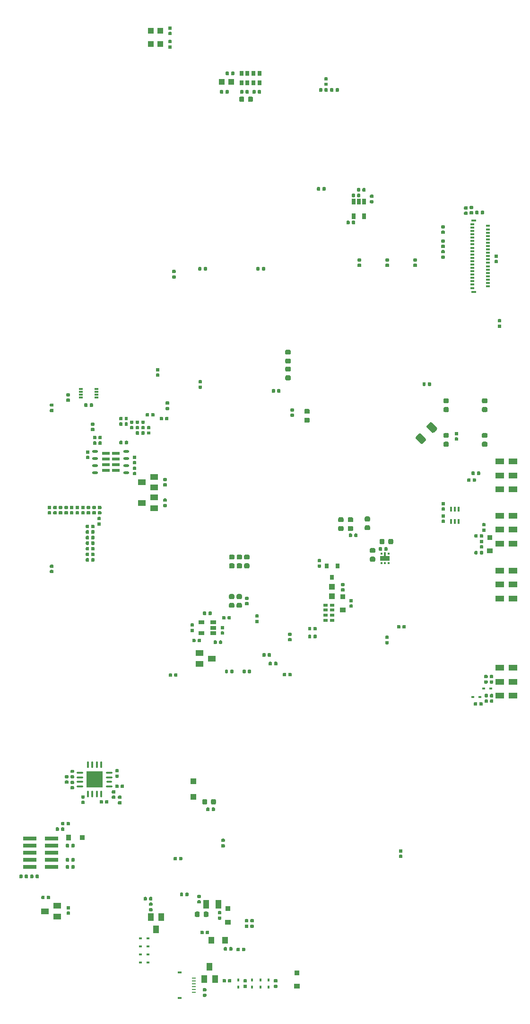
<source format=gbr>
%TF.GenerationSoftware,KiCad,Pcbnew,(5.99.0-459-gf0c386f5d-dirty)*%
%TF.CreationDate,2019-12-04T11:21:01+01:00*%
%TF.ProjectId,dvk-mx8m-bsb,64766b2d-6d78-4386-9d2d-6273622e6b69,v1.0.0*%
%TF.SameCoordinates,Original*%
%TF.FileFunction,Paste,Bot*%
%TF.FilePolarity,Positive*%
%FSLAX46Y46*%
G04 Gerber Fmt 4.6, Leading zero omitted, Abs format (unit mm)*
G04 Created by KiCad (PCBNEW (5.99.0-459-gf0c386f5d-dirty)) date 2019-12-04 11:21:01*
%MOMM*%
%LPD*%
G04 APERTURE LIST*
%ADD10R,0.650000X0.250000*%
%ADD11R,0.800000X0.400000*%
%ADD12R,0.725000X0.900000*%
%ADD13R,0.750000X0.400000*%
%ADD14R,0.750000X0.300000*%
%ADD15R,1.670000X0.900000*%
%ADD16R,0.370000X1.500000*%
%ADD17R,0.370000X0.450000*%
%ADD18R,1.600000X1.000000*%
%ADD19R,1.400000X1.000000*%
%ADD20R,1.000000X1.400000*%
%ADD21R,0.660000X1.000000*%
%ADD22R,0.650000X1.060000*%
%ADD23R,0.650000X0.300000*%
%ADD24R,0.800000X0.300000*%
%ADD25R,0.950000X0.400000*%
%ADD26R,1.100000X1.250000*%
%ADD27R,2.850000X2.850000*%
%ADD28O,0.320000X1.200000*%
%ADD29O,1.200000X0.320000*%
%ADD30O,1.150000X0.320000*%
%ADD31R,0.450000X0.450000*%
%ADD32O,1.100000X0.450000*%
%ADD33R,1.337500X0.618750*%
%ADD34R,0.900000X0.900000*%
%ADD35R,0.900000X1.100000*%
%ADD36R,1.100000X0.900000*%
%ADD37R,0.480000X0.400000*%
%ADD38R,1.100000X1.100000*%
%ADD39R,0.400000X0.480000*%
%ADD40R,1.000000X1.500000*%
%ADD41R,1.000000X1.100000*%
%ADD42R,1.100000X1.000000*%
%ADD43R,1.060000X0.650000*%
%ADD44R,0.800000X0.900000*%
%ADD45R,2.400000X0.740000*%
%ADD46R,0.350000X0.850000*%
G04 APERTURE END LIST*
D10*
%TO.C,J1201*%
X91875000Y-234050000D03*
D11*
X89300000Y-233050000D03*
X89300000Y-237550000D03*
D10*
X91875000Y-234550000D03*
X91875000Y-235050000D03*
X91875000Y-235550000D03*
X91875000Y-236050000D03*
X91875000Y-236550000D03*
%TD*%
D12*
%TO.C,U2001*%
X103612500Y-73846000D03*
X102537500Y-73846000D03*
X100387500Y-73846000D03*
X101462500Y-73846000D03*
X101462500Y-72146000D03*
X100387500Y-72146000D03*
X102537500Y-72146000D03*
X103612500Y-72146000D03*
%TD*%
D13*
%TO.C,U701*%
X74400000Y-130175000D03*
D14*
X74400000Y-129650000D03*
X74400000Y-129150000D03*
D13*
X74400000Y-128625000D03*
X71650000Y-128625000D03*
D14*
X71650000Y-129150000D03*
X71650000Y-129650000D03*
D13*
X71650000Y-130175000D03*
%TD*%
D15*
%TO.C,U405*%
X126097000Y-158926000D03*
D16*
X126097000Y-158626000D03*
D17*
X125447000Y-158101000D03*
X126097000Y-159751000D03*
X126747000Y-158101000D03*
X126747000Y-159751000D03*
X125447000Y-159751000D03*
%TD*%
D18*
%TO.C,SW501*%
X146645000Y-183500000D03*
X146645000Y-181000000D03*
X146645000Y-178500000D03*
X149045000Y-183500000D03*
X149045000Y-181000000D03*
X149045000Y-178500000D03*
%TD*%
%TO.C,SW1301*%
X146645000Y-166100000D03*
X146645000Y-163600000D03*
X146645000Y-161100000D03*
X149045000Y-166100000D03*
X149045000Y-163600000D03*
X149045000Y-161100000D03*
%TD*%
%TO.C,SW1501*%
X146645000Y-156300000D03*
X146645000Y-153800000D03*
X146645000Y-151300000D03*
X149045000Y-156300000D03*
X149045000Y-153800000D03*
X149045000Y-151300000D03*
%TD*%
%TO.C,SW1801*%
X146645000Y-146600000D03*
X146645000Y-144100000D03*
X146645000Y-141600000D03*
X149045000Y-146600000D03*
X149045000Y-144100000D03*
X149045000Y-141600000D03*
%TD*%
D19*
%TO.C,Q1201*%
X65200000Y-222050000D03*
X67400000Y-223000000D03*
X67400000Y-221100000D03*
%TD*%
%TO.C,C421*%
G36*
X126728946Y-105231228D02*
G01*
X126776798Y-105263202D01*
X126808772Y-105311054D01*
X126820000Y-105367500D01*
X126820000Y-105662500D01*
X126808772Y-105718946D01*
X126776798Y-105766798D01*
X126728946Y-105798772D01*
X126672500Y-105810000D01*
X126327500Y-105810000D01*
X126271054Y-105798772D01*
X126223202Y-105766798D01*
X126191228Y-105718946D01*
X126180000Y-105662500D01*
X126180000Y-105367500D01*
X126191228Y-105311054D01*
X126223202Y-105263202D01*
X126271054Y-105231228D01*
X126327500Y-105220000D01*
X126672500Y-105220000D01*
X126728946Y-105231228D01*
G37*
G36*
X126728946Y-106201228D02*
G01*
X126776798Y-106233202D01*
X126808772Y-106281054D01*
X126820000Y-106337500D01*
X126820000Y-106632500D01*
X126808772Y-106688946D01*
X126776798Y-106736798D01*
X126728946Y-106768772D01*
X126672500Y-106780000D01*
X126327500Y-106780000D01*
X126271054Y-106768772D01*
X126223202Y-106736798D01*
X126191228Y-106688946D01*
X126180000Y-106632500D01*
X126180000Y-106337500D01*
X126191228Y-106281054D01*
X126223202Y-106233202D01*
X126271054Y-106201228D01*
X126327500Y-106190000D01*
X126672500Y-106190000D01*
X126728946Y-106201228D01*
G37*
%TD*%
%TO.C,C404*%
G36*
X87347946Y-131833228D02*
G01*
X87395798Y-131865202D01*
X87427772Y-131913054D01*
X87439000Y-131969500D01*
X87439000Y-132264500D01*
X87427772Y-132320946D01*
X87395798Y-132368798D01*
X87347946Y-132400772D01*
X87291500Y-132412000D01*
X86946500Y-132412000D01*
X86890054Y-132400772D01*
X86842202Y-132368798D01*
X86810228Y-132320946D01*
X86799000Y-132264500D01*
X86799000Y-131969500D01*
X86810228Y-131913054D01*
X86842202Y-131865202D01*
X86890054Y-131833228D01*
X86946500Y-131822000D01*
X87291500Y-131822000D01*
X87347946Y-131833228D01*
G37*
G36*
X87347946Y-130863228D02*
G01*
X87395798Y-130895202D01*
X87427772Y-130943054D01*
X87439000Y-130999500D01*
X87439000Y-131294500D01*
X87427772Y-131350946D01*
X87395798Y-131398798D01*
X87347946Y-131430772D01*
X87291500Y-131442000D01*
X86946500Y-131442000D01*
X86890054Y-131430772D01*
X86842202Y-131398798D01*
X86810228Y-131350946D01*
X86799000Y-131294500D01*
X86799000Y-130999500D01*
X86810228Y-130943054D01*
X86842202Y-130895202D01*
X86890054Y-130863228D01*
X86946500Y-130852000D01*
X87291500Y-130852000D01*
X87347946Y-130863228D01*
G37*
%TD*%
%TO.C,C402*%
G36*
X90843946Y-218751228D02*
G01*
X90891798Y-218783202D01*
X90923772Y-218831054D01*
X90935000Y-218887500D01*
X90935000Y-219232500D01*
X90923772Y-219288946D01*
X90891798Y-219336798D01*
X90843946Y-219368772D01*
X90787500Y-219380000D01*
X90492500Y-219380000D01*
X90436054Y-219368772D01*
X90388202Y-219336798D01*
X90356228Y-219288946D01*
X90345000Y-219232500D01*
X90345000Y-218887500D01*
X90356228Y-218831054D01*
X90388202Y-218783202D01*
X90436054Y-218751228D01*
X90492500Y-218740000D01*
X90787500Y-218740000D01*
X90843946Y-218751228D01*
G37*
G36*
X89873946Y-218751228D02*
G01*
X89921798Y-218783202D01*
X89953772Y-218831054D01*
X89965000Y-218887500D01*
X89965000Y-219232500D01*
X89953772Y-219288946D01*
X89921798Y-219336798D01*
X89873946Y-219368772D01*
X89817500Y-219380000D01*
X89522500Y-219380000D01*
X89466054Y-219368772D01*
X89418202Y-219336798D01*
X89386228Y-219288946D01*
X89375000Y-219232500D01*
X89375000Y-218887500D01*
X89386228Y-218831054D01*
X89418202Y-218783202D01*
X89466054Y-218751228D01*
X89522500Y-218740000D01*
X89817500Y-218740000D01*
X89873946Y-218751228D01*
G37*
%TD*%
%TO.C,C431*%
G36*
X89708946Y-212326228D02*
G01*
X89756798Y-212358202D01*
X89788772Y-212406054D01*
X89800000Y-212462500D01*
X89800000Y-212807500D01*
X89788772Y-212863946D01*
X89756798Y-212911798D01*
X89708946Y-212943772D01*
X89652500Y-212955000D01*
X89357500Y-212955000D01*
X89301054Y-212943772D01*
X89253202Y-212911798D01*
X89221228Y-212863946D01*
X89210000Y-212807500D01*
X89210000Y-212462500D01*
X89221228Y-212406054D01*
X89253202Y-212358202D01*
X89301054Y-212326228D01*
X89357500Y-212315000D01*
X89652500Y-212315000D01*
X89708946Y-212326228D01*
G37*
G36*
X88738946Y-212326228D02*
G01*
X88786798Y-212358202D01*
X88818772Y-212406054D01*
X88830000Y-212462500D01*
X88830000Y-212807500D01*
X88818772Y-212863946D01*
X88786798Y-212911798D01*
X88738946Y-212943772D01*
X88682500Y-212955000D01*
X88387500Y-212955000D01*
X88331054Y-212943772D01*
X88283202Y-212911798D01*
X88251228Y-212863946D01*
X88240000Y-212807500D01*
X88240000Y-212462500D01*
X88251228Y-212406054D01*
X88283202Y-212358202D01*
X88331054Y-212326228D01*
X88387500Y-212315000D01*
X88682500Y-212315000D01*
X88738946Y-212326228D01*
G37*
%TD*%
%TO.C,C429*%
G36*
X103568946Y-106791228D02*
G01*
X103616798Y-106823202D01*
X103648772Y-106871054D01*
X103660000Y-106927500D01*
X103660000Y-107272500D01*
X103648772Y-107328946D01*
X103616798Y-107376798D01*
X103568946Y-107408772D01*
X103512500Y-107420000D01*
X103217500Y-107420000D01*
X103161054Y-107408772D01*
X103113202Y-107376798D01*
X103081228Y-107328946D01*
X103070000Y-107272500D01*
X103070000Y-106927500D01*
X103081228Y-106871054D01*
X103113202Y-106823202D01*
X103161054Y-106791228D01*
X103217500Y-106780000D01*
X103512500Y-106780000D01*
X103568946Y-106791228D01*
G37*
G36*
X104538946Y-106791228D02*
G01*
X104586798Y-106823202D01*
X104618772Y-106871054D01*
X104630000Y-106927500D01*
X104630000Y-107272500D01*
X104618772Y-107328946D01*
X104586798Y-107376798D01*
X104538946Y-107408772D01*
X104482500Y-107420000D01*
X104187500Y-107420000D01*
X104131054Y-107408772D01*
X104083202Y-107376798D01*
X104051228Y-107328946D01*
X104040000Y-107272500D01*
X104040000Y-106927500D01*
X104051228Y-106871054D01*
X104083202Y-106823202D01*
X104131054Y-106791228D01*
X104187500Y-106780000D01*
X104482500Y-106780000D01*
X104538946Y-106791228D01*
G37*
%TD*%
%TO.C,C424*%
G36*
X126678946Y-173726228D02*
G01*
X126726798Y-173758202D01*
X126758772Y-173806054D01*
X126770000Y-173862500D01*
X126770000Y-174157500D01*
X126758772Y-174213946D01*
X126726798Y-174261798D01*
X126678946Y-174293772D01*
X126622500Y-174305000D01*
X126277500Y-174305000D01*
X126221054Y-174293772D01*
X126173202Y-174261798D01*
X126141228Y-174213946D01*
X126130000Y-174157500D01*
X126130000Y-173862500D01*
X126141228Y-173806054D01*
X126173202Y-173758202D01*
X126221054Y-173726228D01*
X126277500Y-173715000D01*
X126622500Y-173715000D01*
X126678946Y-173726228D01*
G37*
G36*
X126678946Y-172756228D02*
G01*
X126726798Y-172788202D01*
X126758772Y-172836054D01*
X126770000Y-172892500D01*
X126770000Y-173187500D01*
X126758772Y-173243946D01*
X126726798Y-173291798D01*
X126678946Y-173323772D01*
X126622500Y-173335000D01*
X126277500Y-173335000D01*
X126221054Y-173323772D01*
X126173202Y-173291798D01*
X126141228Y-173243946D01*
X126130000Y-173187500D01*
X126130000Y-172892500D01*
X126141228Y-172836054D01*
X126173202Y-172788202D01*
X126221054Y-172756228D01*
X126277500Y-172745000D01*
X126622500Y-172745000D01*
X126678946Y-172756228D01*
G37*
%TD*%
%TO.C,C430*%
G36*
X93228946Y-128001228D02*
G01*
X93276798Y-128033202D01*
X93308772Y-128081054D01*
X93320000Y-128137500D01*
X93320000Y-128432500D01*
X93308772Y-128488946D01*
X93276798Y-128536798D01*
X93228946Y-128568772D01*
X93172500Y-128580000D01*
X92827500Y-128580000D01*
X92771054Y-128568772D01*
X92723202Y-128536798D01*
X92691228Y-128488946D01*
X92680000Y-128432500D01*
X92680000Y-128137500D01*
X92691228Y-128081054D01*
X92723202Y-128033202D01*
X92771054Y-128001228D01*
X92827500Y-127990000D01*
X93172500Y-127990000D01*
X93228946Y-128001228D01*
G37*
G36*
X93228946Y-127031228D02*
G01*
X93276798Y-127063202D01*
X93308772Y-127111054D01*
X93320000Y-127167500D01*
X93320000Y-127462500D01*
X93308772Y-127518946D01*
X93276798Y-127566798D01*
X93228946Y-127598772D01*
X93172500Y-127610000D01*
X92827500Y-127610000D01*
X92771054Y-127598772D01*
X92723202Y-127566798D01*
X92691228Y-127518946D01*
X92680000Y-127462500D01*
X92680000Y-127167500D01*
X92691228Y-127111054D01*
X92723202Y-127063202D01*
X92771054Y-127031228D01*
X92827500Y-127020000D01*
X93172500Y-127020000D01*
X93228946Y-127031228D01*
G37*
%TD*%
%TO.C,C425*%
G36*
X121728946Y-105231228D02*
G01*
X121776798Y-105263202D01*
X121808772Y-105311054D01*
X121820000Y-105367500D01*
X121820000Y-105662500D01*
X121808772Y-105718946D01*
X121776798Y-105766798D01*
X121728946Y-105798772D01*
X121672500Y-105810000D01*
X121327500Y-105810000D01*
X121271054Y-105798772D01*
X121223202Y-105766798D01*
X121191228Y-105718946D01*
X121180000Y-105662500D01*
X121180000Y-105367500D01*
X121191228Y-105311054D01*
X121223202Y-105263202D01*
X121271054Y-105231228D01*
X121327500Y-105220000D01*
X121672500Y-105220000D01*
X121728946Y-105231228D01*
G37*
G36*
X121728946Y-106201228D02*
G01*
X121776798Y-106233202D01*
X121808772Y-106281054D01*
X121820000Y-106337500D01*
X121820000Y-106632500D01*
X121808772Y-106688946D01*
X121776798Y-106736798D01*
X121728946Y-106768772D01*
X121672500Y-106780000D01*
X121327500Y-106780000D01*
X121271054Y-106768772D01*
X121223202Y-106736798D01*
X121191228Y-106688946D01*
X121180000Y-106632500D01*
X121180000Y-106337500D01*
X121191228Y-106281054D01*
X121223202Y-106233202D01*
X121271054Y-106201228D01*
X121327500Y-106190000D01*
X121672500Y-106190000D01*
X121728946Y-106201228D01*
G37*
%TD*%
%TO.C,C420*%
G36*
X73978946Y-134631228D02*
G01*
X74026798Y-134663202D01*
X74058772Y-134711054D01*
X74070000Y-134767500D01*
X74070000Y-135062500D01*
X74058772Y-135118946D01*
X74026798Y-135166798D01*
X73978946Y-135198772D01*
X73922500Y-135210000D01*
X73577500Y-135210000D01*
X73521054Y-135198772D01*
X73473202Y-135166798D01*
X73441228Y-135118946D01*
X73430000Y-135062500D01*
X73430000Y-134767500D01*
X73441228Y-134711054D01*
X73473202Y-134663202D01*
X73521054Y-134631228D01*
X73577500Y-134620000D01*
X73922500Y-134620000D01*
X73978946Y-134631228D01*
G37*
G36*
X73978946Y-135601228D02*
G01*
X74026798Y-135633202D01*
X74058772Y-135681054D01*
X74070000Y-135737500D01*
X74070000Y-136032500D01*
X74058772Y-136088946D01*
X74026798Y-136136798D01*
X73978946Y-136168772D01*
X73922500Y-136180000D01*
X73577500Y-136180000D01*
X73521054Y-136168772D01*
X73473202Y-136136798D01*
X73441228Y-136088946D01*
X73430000Y-136032500D01*
X73430000Y-135737500D01*
X73441228Y-135681054D01*
X73473202Y-135633202D01*
X73521054Y-135601228D01*
X73577500Y-135590000D01*
X73922500Y-135590000D01*
X73978946Y-135601228D01*
G37*
%TD*%
%TO.C,C413*%
G36*
X85628946Y-124896228D02*
G01*
X85676798Y-124928202D01*
X85708772Y-124976054D01*
X85720000Y-125032500D01*
X85720000Y-125327500D01*
X85708772Y-125383946D01*
X85676798Y-125431798D01*
X85628946Y-125463772D01*
X85572500Y-125475000D01*
X85227500Y-125475000D01*
X85171054Y-125463772D01*
X85123202Y-125431798D01*
X85091228Y-125383946D01*
X85080000Y-125327500D01*
X85080000Y-125032500D01*
X85091228Y-124976054D01*
X85123202Y-124928202D01*
X85171054Y-124896228D01*
X85227500Y-124885000D01*
X85572500Y-124885000D01*
X85628946Y-124896228D01*
G37*
G36*
X85628946Y-125866228D02*
G01*
X85676798Y-125898202D01*
X85708772Y-125946054D01*
X85720000Y-126002500D01*
X85720000Y-126297500D01*
X85708772Y-126353946D01*
X85676798Y-126401798D01*
X85628946Y-126433772D01*
X85572500Y-126445000D01*
X85227500Y-126445000D01*
X85171054Y-126433772D01*
X85123202Y-126401798D01*
X85091228Y-126353946D01*
X85080000Y-126297500D01*
X85080000Y-126002500D01*
X85091228Y-125946054D01*
X85123202Y-125898202D01*
X85171054Y-125866228D01*
X85227500Y-125855000D01*
X85572500Y-125855000D01*
X85628946Y-125866228D01*
G37*
%TD*%
%TO.C,C433*%
G36*
X97328946Y-209096228D02*
G01*
X97376798Y-209128202D01*
X97408772Y-209176054D01*
X97420000Y-209232500D01*
X97420000Y-209527500D01*
X97408772Y-209583946D01*
X97376798Y-209631798D01*
X97328946Y-209663772D01*
X97272500Y-209675000D01*
X96927500Y-209675000D01*
X96871054Y-209663772D01*
X96823202Y-209631798D01*
X96791228Y-209583946D01*
X96780000Y-209527500D01*
X96780000Y-209232500D01*
X96791228Y-209176054D01*
X96823202Y-209128202D01*
X96871054Y-209096228D01*
X96927500Y-209085000D01*
X97272500Y-209085000D01*
X97328946Y-209096228D01*
G37*
G36*
X97328946Y-210066228D02*
G01*
X97376798Y-210098202D01*
X97408772Y-210146054D01*
X97420000Y-210202500D01*
X97420000Y-210497500D01*
X97408772Y-210553946D01*
X97376798Y-210601798D01*
X97328946Y-210633772D01*
X97272500Y-210645000D01*
X96927500Y-210645000D01*
X96871054Y-210633772D01*
X96823202Y-210601798D01*
X96791228Y-210553946D01*
X96780000Y-210497500D01*
X96780000Y-210202500D01*
X96791228Y-210146054D01*
X96823202Y-210098202D01*
X96871054Y-210066228D01*
X96927500Y-210055000D01*
X97272500Y-210055000D01*
X97328946Y-210066228D01*
G37*
%TD*%
%TO.C,C422*%
G36*
X136728946Y-100301228D02*
G01*
X136776798Y-100333202D01*
X136808772Y-100381054D01*
X136820000Y-100437500D01*
X136820000Y-100732500D01*
X136808772Y-100788946D01*
X136776798Y-100836798D01*
X136728946Y-100868772D01*
X136672500Y-100880000D01*
X136327500Y-100880000D01*
X136271054Y-100868772D01*
X136223202Y-100836798D01*
X136191228Y-100788946D01*
X136180000Y-100732500D01*
X136180000Y-100437500D01*
X136191228Y-100381054D01*
X136223202Y-100333202D01*
X136271054Y-100301228D01*
X136327500Y-100290000D01*
X136672500Y-100290000D01*
X136728946Y-100301228D01*
G37*
G36*
X136728946Y-99331228D02*
G01*
X136776798Y-99363202D01*
X136808772Y-99411054D01*
X136820000Y-99467500D01*
X136820000Y-99762500D01*
X136808772Y-99818946D01*
X136776798Y-99866798D01*
X136728946Y-99898772D01*
X136672500Y-99910000D01*
X136327500Y-99910000D01*
X136271054Y-99898772D01*
X136223202Y-99866798D01*
X136191228Y-99818946D01*
X136180000Y-99762500D01*
X136180000Y-99467500D01*
X136191228Y-99411054D01*
X136223202Y-99363202D01*
X136271054Y-99331228D01*
X136327500Y-99320000D01*
X136672500Y-99320000D01*
X136728946Y-99331228D01*
G37*
%TD*%
%TO.C,C403*%
G36*
X98023946Y-75141228D02*
G01*
X98071798Y-75173202D01*
X98103772Y-75221054D01*
X98115000Y-75277500D01*
X98115000Y-75622500D01*
X98103772Y-75678946D01*
X98071798Y-75726798D01*
X98023946Y-75758772D01*
X97967500Y-75770000D01*
X97672500Y-75770000D01*
X97616054Y-75758772D01*
X97568202Y-75726798D01*
X97536228Y-75678946D01*
X97525000Y-75622500D01*
X97525000Y-75277500D01*
X97536228Y-75221054D01*
X97568202Y-75173202D01*
X97616054Y-75141228D01*
X97672500Y-75130000D01*
X97967500Y-75130000D01*
X98023946Y-75141228D01*
G37*
G36*
X97053946Y-75141228D02*
G01*
X97101798Y-75173202D01*
X97133772Y-75221054D01*
X97145000Y-75277500D01*
X97145000Y-75622500D01*
X97133772Y-75678946D01*
X97101798Y-75726798D01*
X97053946Y-75758772D01*
X96997500Y-75770000D01*
X96702500Y-75770000D01*
X96646054Y-75758772D01*
X96598202Y-75726798D01*
X96566228Y-75678946D01*
X96555000Y-75622500D01*
X96555000Y-75277500D01*
X96566228Y-75221054D01*
X96598202Y-75173202D01*
X96646054Y-75141228D01*
X96702500Y-75130000D01*
X96997500Y-75130000D01*
X97053946Y-75141228D01*
G37*
%TD*%
%TO.C,C415*%
G36*
X136728946Y-104747742D02*
G01*
X136776798Y-104779716D01*
X136808772Y-104827568D01*
X136820000Y-104884014D01*
X136820000Y-105179014D01*
X136808772Y-105235460D01*
X136776798Y-105283312D01*
X136728946Y-105315286D01*
X136672500Y-105326514D01*
X136327500Y-105326514D01*
X136271054Y-105315286D01*
X136223202Y-105283312D01*
X136191228Y-105235460D01*
X136180000Y-105179014D01*
X136180000Y-104884014D01*
X136191228Y-104827568D01*
X136223202Y-104779716D01*
X136271054Y-104747742D01*
X136327500Y-104736514D01*
X136672500Y-104736514D01*
X136728946Y-104747742D01*
G37*
G36*
X136728946Y-103777742D02*
G01*
X136776798Y-103809716D01*
X136808772Y-103857568D01*
X136820000Y-103914014D01*
X136820000Y-104209014D01*
X136808772Y-104265460D01*
X136776798Y-104313312D01*
X136728946Y-104345286D01*
X136672500Y-104356514D01*
X136327500Y-104356514D01*
X136271054Y-104345286D01*
X136223202Y-104313312D01*
X136191228Y-104265460D01*
X136180000Y-104209014D01*
X136180000Y-103914014D01*
X136191228Y-103857568D01*
X136223202Y-103809716D01*
X136271054Y-103777742D01*
X136327500Y-103766514D01*
X136672500Y-103766514D01*
X136728946Y-103777742D01*
G37*
%TD*%
%TO.C,C435*%
G36*
X88528946Y-107319148D02*
G01*
X88576798Y-107351122D01*
X88608772Y-107398974D01*
X88620000Y-107455420D01*
X88620000Y-107750420D01*
X88608772Y-107806866D01*
X88576798Y-107854718D01*
X88528946Y-107886692D01*
X88472500Y-107897920D01*
X88127500Y-107897920D01*
X88071054Y-107886692D01*
X88023202Y-107854718D01*
X87991228Y-107806866D01*
X87980000Y-107750420D01*
X87980000Y-107455420D01*
X87991228Y-107398974D01*
X88023202Y-107351122D01*
X88071054Y-107319148D01*
X88127500Y-107307920D01*
X88472500Y-107307920D01*
X88528946Y-107319148D01*
G37*
G36*
X88528946Y-108289148D02*
G01*
X88576798Y-108321122D01*
X88608772Y-108368974D01*
X88620000Y-108425420D01*
X88620000Y-108720420D01*
X88608772Y-108776866D01*
X88576798Y-108824718D01*
X88528946Y-108856692D01*
X88472500Y-108867920D01*
X88127500Y-108867920D01*
X88071054Y-108856692D01*
X88023202Y-108824718D01*
X87991228Y-108776866D01*
X87980000Y-108720420D01*
X87980000Y-108425420D01*
X87991228Y-108368974D01*
X88023202Y-108321122D01*
X88071054Y-108289148D01*
X88127500Y-108277920D01*
X88472500Y-108277920D01*
X88528946Y-108289148D01*
G37*
%TD*%
%TO.C,C419*%
G36*
X136728946Y-102817742D02*
G01*
X136776798Y-102849716D01*
X136808772Y-102897568D01*
X136820000Y-102954014D01*
X136820000Y-103249014D01*
X136808772Y-103305460D01*
X136776798Y-103353312D01*
X136728946Y-103385286D01*
X136672500Y-103396514D01*
X136327500Y-103396514D01*
X136271054Y-103385286D01*
X136223202Y-103353312D01*
X136191228Y-103305460D01*
X136180000Y-103249014D01*
X136180000Y-102954014D01*
X136191228Y-102897568D01*
X136223202Y-102849716D01*
X136271054Y-102817742D01*
X136327500Y-102806514D01*
X136672500Y-102806514D01*
X136728946Y-102817742D01*
G37*
G36*
X136728946Y-101847742D02*
G01*
X136776798Y-101879716D01*
X136808772Y-101927568D01*
X136820000Y-101984014D01*
X136820000Y-102279014D01*
X136808772Y-102335460D01*
X136776798Y-102383312D01*
X136728946Y-102415286D01*
X136672500Y-102426514D01*
X136327500Y-102426514D01*
X136271054Y-102415286D01*
X136223202Y-102383312D01*
X136191228Y-102335460D01*
X136180000Y-102279014D01*
X136180000Y-101984014D01*
X136191228Y-101927568D01*
X136223202Y-101879716D01*
X136271054Y-101847742D01*
X136327500Y-101836514D01*
X136672500Y-101836514D01*
X136728946Y-101847742D01*
G37*
%TD*%
%TO.C,C438*%
G36*
X146828946Y-117101228D02*
G01*
X146876798Y-117133202D01*
X146908772Y-117181054D01*
X146920000Y-117237500D01*
X146920000Y-117532500D01*
X146908772Y-117588946D01*
X146876798Y-117636798D01*
X146828946Y-117668772D01*
X146772500Y-117680000D01*
X146427500Y-117680000D01*
X146371054Y-117668772D01*
X146323202Y-117636798D01*
X146291228Y-117588946D01*
X146280000Y-117532500D01*
X146280000Y-117237500D01*
X146291228Y-117181054D01*
X146323202Y-117133202D01*
X146371054Y-117101228D01*
X146427500Y-117090000D01*
X146772500Y-117090000D01*
X146828946Y-117101228D01*
G37*
G36*
X146828946Y-116131228D02*
G01*
X146876798Y-116163202D01*
X146908772Y-116211054D01*
X146920000Y-116267500D01*
X146920000Y-116562500D01*
X146908772Y-116618946D01*
X146876798Y-116666798D01*
X146828946Y-116698772D01*
X146772500Y-116710000D01*
X146427500Y-116710000D01*
X146371054Y-116698772D01*
X146323202Y-116666798D01*
X146291228Y-116618946D01*
X146280000Y-116562500D01*
X146280000Y-116267500D01*
X146291228Y-116211054D01*
X146323202Y-116163202D01*
X146371054Y-116131228D01*
X146427500Y-116120000D01*
X146772500Y-116120000D01*
X146828946Y-116131228D01*
G37*
%TD*%
%TO.C,C401*%
G36*
X87883946Y-179491228D02*
G01*
X87931798Y-179523202D01*
X87963772Y-179571054D01*
X87975000Y-179627500D01*
X87975000Y-179972500D01*
X87963772Y-180028946D01*
X87931798Y-180076798D01*
X87883946Y-180108772D01*
X87827500Y-180120000D01*
X87532500Y-180120000D01*
X87476054Y-180108772D01*
X87428202Y-180076798D01*
X87396228Y-180028946D01*
X87385000Y-179972500D01*
X87385000Y-179627500D01*
X87396228Y-179571054D01*
X87428202Y-179523202D01*
X87476054Y-179491228D01*
X87532500Y-179480000D01*
X87827500Y-179480000D01*
X87883946Y-179491228D01*
G37*
G36*
X88853946Y-179491228D02*
G01*
X88901798Y-179523202D01*
X88933772Y-179571054D01*
X88945000Y-179627500D01*
X88945000Y-179972500D01*
X88933772Y-180028946D01*
X88901798Y-180076798D01*
X88853946Y-180108772D01*
X88797500Y-180120000D01*
X88502500Y-180120000D01*
X88446054Y-180108772D01*
X88398202Y-180076798D01*
X88366228Y-180028946D01*
X88355000Y-179972500D01*
X88355000Y-179627500D01*
X88366228Y-179571054D01*
X88398202Y-179523202D01*
X88446054Y-179491228D01*
X88502500Y-179480000D01*
X88797500Y-179480000D01*
X88853946Y-179491228D01*
G37*
%TD*%
%TO.C,C411*%
G36*
X129153946Y-211969728D02*
G01*
X129201798Y-212001702D01*
X129233772Y-212049554D01*
X129245000Y-212106000D01*
X129245000Y-212401000D01*
X129233772Y-212457446D01*
X129201798Y-212505298D01*
X129153946Y-212537272D01*
X129097500Y-212548500D01*
X128752500Y-212548500D01*
X128696054Y-212537272D01*
X128648202Y-212505298D01*
X128616228Y-212457446D01*
X128605000Y-212401000D01*
X128605000Y-212106000D01*
X128616228Y-212049554D01*
X128648202Y-212001702D01*
X128696054Y-211969728D01*
X128752500Y-211958500D01*
X129097500Y-211958500D01*
X129153946Y-211969728D01*
G37*
G36*
X129153946Y-210999728D02*
G01*
X129201798Y-211031702D01*
X129233772Y-211079554D01*
X129245000Y-211136000D01*
X129245000Y-211431000D01*
X129233772Y-211487446D01*
X129201798Y-211535298D01*
X129153946Y-211567272D01*
X129097500Y-211578500D01*
X128752500Y-211578500D01*
X128696054Y-211567272D01*
X128648202Y-211535298D01*
X128616228Y-211487446D01*
X128605000Y-211431000D01*
X128605000Y-211136000D01*
X128616228Y-211079554D01*
X128648202Y-211031702D01*
X128696054Y-210999728D01*
X128752500Y-210988500D01*
X129097500Y-210988500D01*
X129153946Y-210999728D01*
G37*
%TD*%
%TO.C,C417*%
G36*
X78828946Y-202356228D02*
G01*
X78876798Y-202388202D01*
X78908772Y-202436054D01*
X78920000Y-202492500D01*
X78920000Y-202787500D01*
X78908772Y-202843946D01*
X78876798Y-202891798D01*
X78828946Y-202923772D01*
X78772500Y-202935000D01*
X78427500Y-202935000D01*
X78371054Y-202923772D01*
X78323202Y-202891798D01*
X78291228Y-202843946D01*
X78280000Y-202787500D01*
X78280000Y-202492500D01*
X78291228Y-202436054D01*
X78323202Y-202388202D01*
X78371054Y-202356228D01*
X78427500Y-202345000D01*
X78772500Y-202345000D01*
X78828946Y-202356228D01*
G37*
G36*
X78828946Y-201386228D02*
G01*
X78876798Y-201418202D01*
X78908772Y-201466054D01*
X78920000Y-201522500D01*
X78920000Y-201817500D01*
X78908772Y-201873946D01*
X78876798Y-201921798D01*
X78828946Y-201953772D01*
X78772500Y-201965000D01*
X78427500Y-201965000D01*
X78371054Y-201953772D01*
X78323202Y-201921798D01*
X78291228Y-201873946D01*
X78280000Y-201817500D01*
X78280000Y-201522500D01*
X78291228Y-201466054D01*
X78323202Y-201418202D01*
X78371054Y-201386228D01*
X78427500Y-201375000D01*
X78772500Y-201375000D01*
X78828946Y-201386228D01*
G37*
%TD*%
%TO.C,C409*%
G36*
X129738946Y-170841228D02*
G01*
X129786798Y-170873202D01*
X129818772Y-170921054D01*
X129830000Y-170977500D01*
X129830000Y-171322500D01*
X129818772Y-171378946D01*
X129786798Y-171426798D01*
X129738946Y-171458772D01*
X129682500Y-171470000D01*
X129387500Y-171470000D01*
X129331054Y-171458772D01*
X129283202Y-171426798D01*
X129251228Y-171378946D01*
X129240000Y-171322500D01*
X129240000Y-170977500D01*
X129251228Y-170921054D01*
X129283202Y-170873202D01*
X129331054Y-170841228D01*
X129387500Y-170830000D01*
X129682500Y-170830000D01*
X129738946Y-170841228D01*
G37*
G36*
X128768946Y-170841228D02*
G01*
X128816798Y-170873202D01*
X128848772Y-170921054D01*
X128860000Y-170977500D01*
X128860000Y-171322500D01*
X128848772Y-171378946D01*
X128816798Y-171426798D01*
X128768946Y-171458772D01*
X128712500Y-171470000D01*
X128417500Y-171470000D01*
X128361054Y-171458772D01*
X128313202Y-171426798D01*
X128281228Y-171378946D01*
X128270000Y-171322500D01*
X128270000Y-170977500D01*
X128281228Y-170921054D01*
X128313202Y-170873202D01*
X128361054Y-170841228D01*
X128417500Y-170830000D01*
X128712500Y-170830000D01*
X128768946Y-170841228D01*
G37*
%TD*%
%TO.C,C436*%
G36*
X134278946Y-127441228D02*
G01*
X134326798Y-127473202D01*
X134358772Y-127521054D01*
X134370000Y-127577500D01*
X134370000Y-127922500D01*
X134358772Y-127978946D01*
X134326798Y-128026798D01*
X134278946Y-128058772D01*
X134222500Y-128070000D01*
X133927500Y-128070000D01*
X133871054Y-128058772D01*
X133823202Y-128026798D01*
X133791228Y-127978946D01*
X133780000Y-127922500D01*
X133780000Y-127577500D01*
X133791228Y-127521054D01*
X133823202Y-127473202D01*
X133871054Y-127441228D01*
X133927500Y-127430000D01*
X134222500Y-127430000D01*
X134278946Y-127441228D01*
G37*
G36*
X133308946Y-127441228D02*
G01*
X133356798Y-127473202D01*
X133388772Y-127521054D01*
X133400000Y-127577500D01*
X133400000Y-127922500D01*
X133388772Y-127978946D01*
X133356798Y-128026798D01*
X133308946Y-128058772D01*
X133252500Y-128070000D01*
X132957500Y-128070000D01*
X132901054Y-128058772D01*
X132853202Y-128026798D01*
X132821228Y-127978946D01*
X132810000Y-127922500D01*
X132810000Y-127577500D01*
X132821228Y-127521054D01*
X132853202Y-127473202D01*
X132901054Y-127441228D01*
X132957500Y-127430000D01*
X133252500Y-127430000D01*
X133308946Y-127441228D01*
G37*
%TD*%
%TO.C,C426*%
G36*
X114418946Y-92491228D02*
G01*
X114466798Y-92523202D01*
X114498772Y-92571054D01*
X114510000Y-92627500D01*
X114510000Y-92972500D01*
X114498772Y-93028946D01*
X114466798Y-93076798D01*
X114418946Y-93108772D01*
X114362500Y-93120000D01*
X114067500Y-93120000D01*
X114011054Y-93108772D01*
X113963202Y-93076798D01*
X113931228Y-93028946D01*
X113920000Y-92972500D01*
X113920000Y-92627500D01*
X113931228Y-92571054D01*
X113963202Y-92523202D01*
X114011054Y-92491228D01*
X114067500Y-92480000D01*
X114362500Y-92480000D01*
X114418946Y-92491228D01*
G37*
G36*
X115388946Y-92491228D02*
G01*
X115436798Y-92523202D01*
X115468772Y-92571054D01*
X115480000Y-92627500D01*
X115480000Y-92972500D01*
X115468772Y-93028946D01*
X115436798Y-93076798D01*
X115388946Y-93108772D01*
X115332500Y-93120000D01*
X115037500Y-93120000D01*
X114981054Y-93108772D01*
X114933202Y-93076798D01*
X114901228Y-93028946D01*
X114890000Y-92972500D01*
X114890000Y-92627500D01*
X114901228Y-92571054D01*
X114933202Y-92523202D01*
X114981054Y-92491228D01*
X115037500Y-92480000D01*
X115332500Y-92480000D01*
X115388946Y-92491228D01*
G37*
%TD*%
%TO.C,C432*%
G36*
X94138946Y-106791228D02*
G01*
X94186798Y-106823202D01*
X94218772Y-106871054D01*
X94230000Y-106927500D01*
X94230000Y-107272500D01*
X94218772Y-107328946D01*
X94186798Y-107376798D01*
X94138946Y-107408772D01*
X94082500Y-107420000D01*
X93787500Y-107420000D01*
X93731054Y-107408772D01*
X93683202Y-107376798D01*
X93651228Y-107328946D01*
X93640000Y-107272500D01*
X93640000Y-106927500D01*
X93651228Y-106871054D01*
X93683202Y-106823202D01*
X93731054Y-106791228D01*
X93787500Y-106780000D01*
X94082500Y-106780000D01*
X94138946Y-106791228D01*
G37*
G36*
X93168946Y-106791228D02*
G01*
X93216798Y-106823202D01*
X93248772Y-106871054D01*
X93260000Y-106927500D01*
X93260000Y-107272500D01*
X93248772Y-107328946D01*
X93216798Y-107376798D01*
X93168946Y-107408772D01*
X93112500Y-107420000D01*
X92817500Y-107420000D01*
X92761054Y-107408772D01*
X92713202Y-107376798D01*
X92681228Y-107328946D01*
X92670000Y-107272500D01*
X92670000Y-106927500D01*
X92681228Y-106871054D01*
X92713202Y-106823202D01*
X92761054Y-106791228D01*
X92817500Y-106780000D01*
X93112500Y-106780000D01*
X93168946Y-106791228D01*
G37*
%TD*%
%TO.C,C405*%
G36*
X131728946Y-105231228D02*
G01*
X131776798Y-105263202D01*
X131808772Y-105311054D01*
X131820000Y-105367500D01*
X131820000Y-105662500D01*
X131808772Y-105718946D01*
X131776798Y-105766798D01*
X131728946Y-105798772D01*
X131672500Y-105810000D01*
X131327500Y-105810000D01*
X131271054Y-105798772D01*
X131223202Y-105766798D01*
X131191228Y-105718946D01*
X131180000Y-105662500D01*
X131180000Y-105367500D01*
X131191228Y-105311054D01*
X131223202Y-105263202D01*
X131271054Y-105231228D01*
X131327500Y-105220000D01*
X131672500Y-105220000D01*
X131728946Y-105231228D01*
G37*
G36*
X131728946Y-106201228D02*
G01*
X131776798Y-106233202D01*
X131808772Y-106281054D01*
X131820000Y-106337500D01*
X131820000Y-106632500D01*
X131808772Y-106688946D01*
X131776798Y-106736798D01*
X131728946Y-106768772D01*
X131672500Y-106780000D01*
X131327500Y-106780000D01*
X131271054Y-106768772D01*
X131223202Y-106736798D01*
X131191228Y-106688946D01*
X131180000Y-106632500D01*
X131180000Y-106337500D01*
X131191228Y-106281054D01*
X131223202Y-106233202D01*
X131271054Y-106201228D01*
X131327500Y-106190000D01*
X131672500Y-106190000D01*
X131728946Y-106201228D01*
G37*
%TD*%
%TO.C,C428*%
G36*
X107288946Y-128641228D02*
G01*
X107336798Y-128673202D01*
X107368772Y-128721054D01*
X107380000Y-128777500D01*
X107380000Y-129122500D01*
X107368772Y-129178946D01*
X107336798Y-129226798D01*
X107288946Y-129258772D01*
X107232500Y-129270000D01*
X106937500Y-129270000D01*
X106881054Y-129258772D01*
X106833202Y-129226798D01*
X106801228Y-129178946D01*
X106790000Y-129122500D01*
X106790000Y-128777500D01*
X106801228Y-128721054D01*
X106833202Y-128673202D01*
X106881054Y-128641228D01*
X106937500Y-128630000D01*
X107232500Y-128630000D01*
X107288946Y-128641228D01*
G37*
G36*
X106318946Y-128641228D02*
G01*
X106366798Y-128673202D01*
X106398772Y-128721054D01*
X106410000Y-128777500D01*
X106410000Y-129122500D01*
X106398772Y-129178946D01*
X106366798Y-129226798D01*
X106318946Y-129258772D01*
X106262500Y-129270000D01*
X105967500Y-129270000D01*
X105911054Y-129258772D01*
X105863202Y-129226798D01*
X105831228Y-129178946D01*
X105820000Y-129122500D01*
X105820000Y-128777500D01*
X105831228Y-128721054D01*
X105863202Y-128673202D01*
X105911054Y-128641228D01*
X105967500Y-128630000D01*
X106262500Y-128630000D01*
X106318946Y-128641228D01*
G37*
%TD*%
%TO.C,R412*%
G36*
X122553946Y-92666228D02*
G01*
X122601798Y-92698202D01*
X122633772Y-92746054D01*
X122645000Y-92802500D01*
X122645000Y-93147500D01*
X122633772Y-93203946D01*
X122601798Y-93251798D01*
X122553946Y-93283772D01*
X122497500Y-93295000D01*
X122202500Y-93295000D01*
X122146054Y-93283772D01*
X122098202Y-93251798D01*
X122066228Y-93203946D01*
X122055000Y-93147500D01*
X122055000Y-92802500D01*
X122066228Y-92746054D01*
X122098202Y-92698202D01*
X122146054Y-92666228D01*
X122202500Y-92655000D01*
X122497500Y-92655000D01*
X122553946Y-92666228D01*
G37*
G36*
X121583946Y-92666228D02*
G01*
X121631798Y-92698202D01*
X121663772Y-92746054D01*
X121675000Y-92802500D01*
X121675000Y-93147500D01*
X121663772Y-93203946D01*
X121631798Y-93251798D01*
X121583946Y-93283772D01*
X121527500Y-93295000D01*
X121232500Y-93295000D01*
X121176054Y-93283772D01*
X121128202Y-93251798D01*
X121096228Y-93203946D01*
X121085000Y-93147500D01*
X121085000Y-92802500D01*
X121096228Y-92746054D01*
X121128202Y-92698202D01*
X121176054Y-92666228D01*
X121232500Y-92655000D01*
X121527500Y-92655000D01*
X121583946Y-92666228D01*
G37*
%TD*%
%TO.C,C451*%
G36*
X119683946Y-98516228D02*
G01*
X119731798Y-98548202D01*
X119763772Y-98596054D01*
X119775000Y-98652500D01*
X119775000Y-98997500D01*
X119763772Y-99053946D01*
X119731798Y-99101798D01*
X119683946Y-99133772D01*
X119627500Y-99145000D01*
X119332500Y-99145000D01*
X119276054Y-99133772D01*
X119228202Y-99101798D01*
X119196228Y-99053946D01*
X119185000Y-98997500D01*
X119185000Y-98652500D01*
X119196228Y-98596054D01*
X119228202Y-98548202D01*
X119276054Y-98516228D01*
X119332500Y-98505000D01*
X119627500Y-98505000D01*
X119683946Y-98516228D01*
G37*
G36*
X120653946Y-98516228D02*
G01*
X120701798Y-98548202D01*
X120733772Y-98596054D01*
X120745000Y-98652500D01*
X120745000Y-98997500D01*
X120733772Y-99053946D01*
X120701798Y-99101798D01*
X120653946Y-99133772D01*
X120597500Y-99145000D01*
X120302500Y-99145000D01*
X120246054Y-99133772D01*
X120198202Y-99101798D01*
X120166228Y-99053946D01*
X120155000Y-98997500D01*
X120155000Y-98652500D01*
X120166228Y-98596054D01*
X120198202Y-98548202D01*
X120246054Y-98516228D01*
X120302500Y-98505000D01*
X120597500Y-98505000D01*
X120653946Y-98516228D01*
G37*
%TD*%
D20*
%TO.C,Q1202*%
X94700000Y-232000000D03*
X93750000Y-234200000D03*
X95650000Y-234200000D03*
%TD*%
%TO.C,R1203*%
G36*
X97718946Y-228491228D02*
G01*
X97766798Y-228523202D01*
X97798772Y-228571054D01*
X97810000Y-228627500D01*
X97810000Y-228972500D01*
X97798772Y-229028946D01*
X97766798Y-229076798D01*
X97718946Y-229108772D01*
X97662500Y-229120000D01*
X97367500Y-229120000D01*
X97311054Y-229108772D01*
X97263202Y-229076798D01*
X97231228Y-229028946D01*
X97220000Y-228972500D01*
X97220000Y-228627500D01*
X97231228Y-228571054D01*
X97263202Y-228523202D01*
X97311054Y-228491228D01*
X97367500Y-228480000D01*
X97662500Y-228480000D01*
X97718946Y-228491228D01*
G37*
G36*
X98688946Y-228491228D02*
G01*
X98736798Y-228523202D01*
X98768772Y-228571054D01*
X98780000Y-228627500D01*
X98780000Y-228972500D01*
X98768772Y-229028946D01*
X98736798Y-229076798D01*
X98688946Y-229108772D01*
X98632500Y-229120000D01*
X98337500Y-229120000D01*
X98281054Y-229108772D01*
X98233202Y-229076798D01*
X98201228Y-229028946D01*
X98190000Y-228972500D01*
X98190000Y-228627500D01*
X98201228Y-228571054D01*
X98233202Y-228523202D01*
X98281054Y-228491228D01*
X98337500Y-228480000D01*
X98632500Y-228480000D01*
X98688946Y-228491228D01*
G37*
%TD*%
D21*
%TO.C,U403*%
X120450000Y-97700000D03*
D22*
X122350000Y-97700000D03*
D21*
X122350000Y-95100000D03*
X121400000Y-95100000D03*
X120450000Y-95100000D03*
%TD*%
%TO.C,R1202*%
G36*
X69628946Y-222116228D02*
G01*
X69676798Y-222148202D01*
X69708772Y-222196054D01*
X69720000Y-222252500D01*
X69720000Y-222547500D01*
X69708772Y-222603946D01*
X69676798Y-222651798D01*
X69628946Y-222683772D01*
X69572500Y-222695000D01*
X69227500Y-222695000D01*
X69171054Y-222683772D01*
X69123202Y-222651798D01*
X69091228Y-222603946D01*
X69080000Y-222547500D01*
X69080000Y-222252500D01*
X69091228Y-222196054D01*
X69123202Y-222148202D01*
X69171054Y-222116228D01*
X69227500Y-222105000D01*
X69572500Y-222105000D01*
X69628946Y-222116228D01*
G37*
G36*
X69628946Y-221146228D02*
G01*
X69676798Y-221178202D01*
X69708772Y-221226054D01*
X69720000Y-221282500D01*
X69720000Y-221577500D01*
X69708772Y-221633946D01*
X69676798Y-221681798D01*
X69628946Y-221713772D01*
X69572500Y-221725000D01*
X69227500Y-221725000D01*
X69171054Y-221713772D01*
X69123202Y-221681798D01*
X69091228Y-221633946D01*
X69080000Y-221577500D01*
X69080000Y-221282500D01*
X69091228Y-221226054D01*
X69123202Y-221178202D01*
X69171054Y-221146228D01*
X69227500Y-221135000D01*
X69572500Y-221135000D01*
X69628946Y-221146228D01*
G37*
%TD*%
%TO.C,C447*%
G36*
X123953946Y-93846228D02*
G01*
X124001798Y-93878202D01*
X124033772Y-93926054D01*
X124045000Y-93982500D01*
X124045000Y-94277500D01*
X124033772Y-94333946D01*
X124001798Y-94381798D01*
X123953946Y-94413772D01*
X123897500Y-94425000D01*
X123552500Y-94425000D01*
X123496054Y-94413772D01*
X123448202Y-94381798D01*
X123416228Y-94333946D01*
X123405000Y-94277500D01*
X123405000Y-93982500D01*
X123416228Y-93926054D01*
X123448202Y-93878202D01*
X123496054Y-93846228D01*
X123552500Y-93835000D01*
X123897500Y-93835000D01*
X123953946Y-93846228D01*
G37*
G36*
X123953946Y-94816228D02*
G01*
X124001798Y-94848202D01*
X124033772Y-94896054D01*
X124045000Y-94952500D01*
X124045000Y-95247500D01*
X124033772Y-95303946D01*
X124001798Y-95351798D01*
X123953946Y-95383772D01*
X123897500Y-95395000D01*
X123552500Y-95395000D01*
X123496054Y-95383772D01*
X123448202Y-95351798D01*
X123416228Y-95303946D01*
X123405000Y-95247500D01*
X123405000Y-94952500D01*
X123416228Y-94896054D01*
X123448202Y-94848202D01*
X123496054Y-94816228D01*
X123552500Y-94805000D01*
X123897500Y-94805000D01*
X123953946Y-94816228D01*
G37*
%TD*%
%TO.C,R1204*%
G36*
X98488946Y-234191228D02*
G01*
X98536798Y-234223202D01*
X98568772Y-234271054D01*
X98580000Y-234327500D01*
X98580000Y-234672500D01*
X98568772Y-234728946D01*
X98536798Y-234776798D01*
X98488946Y-234808772D01*
X98432500Y-234820000D01*
X98137500Y-234820000D01*
X98081054Y-234808772D01*
X98033202Y-234776798D01*
X98001228Y-234728946D01*
X97990000Y-234672500D01*
X97990000Y-234327500D01*
X98001228Y-234271054D01*
X98033202Y-234223202D01*
X98081054Y-234191228D01*
X98137500Y-234180000D01*
X98432500Y-234180000D01*
X98488946Y-234191228D01*
G37*
G36*
X97518946Y-234191228D02*
G01*
X97566798Y-234223202D01*
X97598772Y-234271054D01*
X97610000Y-234327500D01*
X97610000Y-234672500D01*
X97598772Y-234728946D01*
X97566798Y-234776798D01*
X97518946Y-234808772D01*
X97462500Y-234820000D01*
X97167500Y-234820000D01*
X97111054Y-234808772D01*
X97063202Y-234776798D01*
X97031228Y-234728946D01*
X97020000Y-234672500D01*
X97020000Y-234327500D01*
X97031228Y-234271054D01*
X97063202Y-234223202D01*
X97111054Y-234191228D01*
X97167500Y-234180000D01*
X97462500Y-234180000D01*
X97518946Y-234191228D01*
G37*
%TD*%
%TO.C,C1201*%
G36*
X94028946Y-236801228D02*
G01*
X94076798Y-236833202D01*
X94108772Y-236881054D01*
X94120000Y-236937500D01*
X94120000Y-237232500D01*
X94108772Y-237288946D01*
X94076798Y-237336798D01*
X94028946Y-237368772D01*
X93972500Y-237380000D01*
X93627500Y-237380000D01*
X93571054Y-237368772D01*
X93523202Y-237336798D01*
X93491228Y-237288946D01*
X93480000Y-237232500D01*
X93480000Y-236937500D01*
X93491228Y-236881054D01*
X93523202Y-236833202D01*
X93571054Y-236801228D01*
X93627500Y-236790000D01*
X93972500Y-236790000D01*
X94028946Y-236801228D01*
G37*
G36*
X94028946Y-235831228D02*
G01*
X94076798Y-235863202D01*
X94108772Y-235911054D01*
X94120000Y-235967500D01*
X94120000Y-236262500D01*
X94108772Y-236318946D01*
X94076798Y-236366798D01*
X94028946Y-236398772D01*
X93972500Y-236410000D01*
X93627500Y-236410000D01*
X93571054Y-236398772D01*
X93523202Y-236366798D01*
X93491228Y-236318946D01*
X93480000Y-236262500D01*
X93480000Y-235967500D01*
X93491228Y-235911054D01*
X93523202Y-235863202D01*
X93571054Y-235831228D01*
X93627500Y-235820000D01*
X93972500Y-235820000D01*
X94028946Y-235831228D01*
G37*
%TD*%
%TO.C,R1201*%
G36*
X66033946Y-219291228D02*
G01*
X66081798Y-219323202D01*
X66113772Y-219371054D01*
X66125000Y-219427500D01*
X66125000Y-219772500D01*
X66113772Y-219828946D01*
X66081798Y-219876798D01*
X66033946Y-219908772D01*
X65977500Y-219920000D01*
X65682500Y-219920000D01*
X65626054Y-219908772D01*
X65578202Y-219876798D01*
X65546228Y-219828946D01*
X65535000Y-219772500D01*
X65535000Y-219427500D01*
X65546228Y-219371054D01*
X65578202Y-219323202D01*
X65626054Y-219291228D01*
X65682500Y-219280000D01*
X65977500Y-219280000D01*
X66033946Y-219291228D01*
G37*
G36*
X65063946Y-219291228D02*
G01*
X65111798Y-219323202D01*
X65143772Y-219371054D01*
X65155000Y-219427500D01*
X65155000Y-219772500D01*
X65143772Y-219828946D01*
X65111798Y-219876798D01*
X65063946Y-219908772D01*
X65007500Y-219920000D01*
X64712500Y-219920000D01*
X64656054Y-219908772D01*
X64608202Y-219876798D01*
X64576228Y-219828946D01*
X64565000Y-219772500D01*
X64565000Y-219427500D01*
X64576228Y-219371054D01*
X64608202Y-219323202D01*
X64656054Y-219291228D01*
X64712500Y-219280000D01*
X65007500Y-219280000D01*
X65063946Y-219291228D01*
G37*
%TD*%
%TO.C,C443*%
G36*
X121613946Y-93666228D02*
G01*
X121661798Y-93698202D01*
X121693772Y-93746054D01*
X121705000Y-93802500D01*
X121705000Y-94147500D01*
X121693772Y-94203946D01*
X121661798Y-94251798D01*
X121613946Y-94283772D01*
X121557500Y-94295000D01*
X121262500Y-94295000D01*
X121206054Y-94283772D01*
X121158202Y-94251798D01*
X121126228Y-94203946D01*
X121115000Y-94147500D01*
X121115000Y-93802500D01*
X121126228Y-93746054D01*
X121158202Y-93698202D01*
X121206054Y-93666228D01*
X121262500Y-93655000D01*
X121557500Y-93655000D01*
X121613946Y-93666228D01*
G37*
G36*
X120643946Y-93666228D02*
G01*
X120691798Y-93698202D01*
X120723772Y-93746054D01*
X120735000Y-93802500D01*
X120735000Y-94147500D01*
X120723772Y-94203946D01*
X120691798Y-94251798D01*
X120643946Y-94283772D01*
X120587500Y-94295000D01*
X120292500Y-94295000D01*
X120236054Y-94283772D01*
X120188202Y-94251798D01*
X120156228Y-94203946D01*
X120145000Y-94147500D01*
X120145000Y-93802500D01*
X120156228Y-93746054D01*
X120188202Y-93698202D01*
X120236054Y-93666228D01*
X120292500Y-93655000D01*
X120587500Y-93655000D01*
X120643946Y-93666228D01*
G37*
%TD*%
%TO.C,C1208*%
G36*
X141803946Y-95831228D02*
G01*
X141851798Y-95863202D01*
X141883772Y-95911054D01*
X141895000Y-95967500D01*
X141895000Y-96262500D01*
X141883772Y-96318946D01*
X141851798Y-96366798D01*
X141803946Y-96398772D01*
X141747500Y-96410000D01*
X141402500Y-96410000D01*
X141346054Y-96398772D01*
X141298202Y-96366798D01*
X141266228Y-96318946D01*
X141255000Y-96262500D01*
X141255000Y-95967500D01*
X141266228Y-95911054D01*
X141298202Y-95863202D01*
X141346054Y-95831228D01*
X141402500Y-95820000D01*
X141747500Y-95820000D01*
X141803946Y-95831228D01*
G37*
G36*
X141803946Y-96801228D02*
G01*
X141851798Y-96833202D01*
X141883772Y-96881054D01*
X141895000Y-96937500D01*
X141895000Y-97232500D01*
X141883772Y-97288946D01*
X141851798Y-97336798D01*
X141803946Y-97368772D01*
X141747500Y-97380000D01*
X141402500Y-97380000D01*
X141346054Y-97368772D01*
X141298202Y-97336798D01*
X141266228Y-97288946D01*
X141255000Y-97232500D01*
X141255000Y-96937500D01*
X141266228Y-96881054D01*
X141298202Y-96833202D01*
X141346054Y-96801228D01*
X141402500Y-96790000D01*
X141747500Y-96790000D01*
X141803946Y-96801228D01*
G37*
%TD*%
%TO.C,C1207*%
G36*
X143738946Y-96741228D02*
G01*
X143786798Y-96773202D01*
X143818772Y-96821054D01*
X143830000Y-96877500D01*
X143830000Y-97222500D01*
X143818772Y-97278946D01*
X143786798Y-97326798D01*
X143738946Y-97358772D01*
X143682500Y-97370000D01*
X143387500Y-97370000D01*
X143331054Y-97358772D01*
X143283202Y-97326798D01*
X143251228Y-97278946D01*
X143240000Y-97222500D01*
X143240000Y-96877500D01*
X143251228Y-96821054D01*
X143283202Y-96773202D01*
X143331054Y-96741228D01*
X143387500Y-96730000D01*
X143682500Y-96730000D01*
X143738946Y-96741228D01*
G37*
G36*
X142768946Y-96741228D02*
G01*
X142816798Y-96773202D01*
X142848772Y-96821054D01*
X142860000Y-96877500D01*
X142860000Y-97222500D01*
X142848772Y-97278946D01*
X142816798Y-97326798D01*
X142768946Y-97358772D01*
X142712500Y-97370000D01*
X142417500Y-97370000D01*
X142361054Y-97358772D01*
X142313202Y-97326798D01*
X142281228Y-97278946D01*
X142270000Y-97222500D01*
X142270000Y-96877500D01*
X142281228Y-96821054D01*
X142313202Y-96773202D01*
X142361054Y-96741228D01*
X142417500Y-96730000D01*
X142712500Y-96730000D01*
X142768946Y-96741228D01*
G37*
%TD*%
%TO.C,C1210*%
G36*
X140803946Y-95931228D02*
G01*
X140851798Y-95963202D01*
X140883772Y-96011054D01*
X140895000Y-96067500D01*
X140895000Y-96362500D01*
X140883772Y-96418946D01*
X140851798Y-96466798D01*
X140803946Y-96498772D01*
X140747500Y-96510000D01*
X140402500Y-96510000D01*
X140346054Y-96498772D01*
X140298202Y-96466798D01*
X140266228Y-96418946D01*
X140255000Y-96362500D01*
X140255000Y-96067500D01*
X140266228Y-96011054D01*
X140298202Y-95963202D01*
X140346054Y-95931228D01*
X140402500Y-95920000D01*
X140747500Y-95920000D01*
X140803946Y-95931228D01*
G37*
G36*
X140803946Y-96901228D02*
G01*
X140851798Y-96933202D01*
X140883772Y-96981054D01*
X140895000Y-97037500D01*
X140895000Y-97332500D01*
X140883772Y-97388946D01*
X140851798Y-97436798D01*
X140803946Y-97468772D01*
X140747500Y-97480000D01*
X140402500Y-97480000D01*
X140346054Y-97468772D01*
X140298202Y-97436798D01*
X140266228Y-97388946D01*
X140255000Y-97332500D01*
X140255000Y-97037500D01*
X140266228Y-96981054D01*
X140298202Y-96933202D01*
X140346054Y-96901228D01*
X140402500Y-96890000D01*
X140747500Y-96890000D01*
X140803946Y-96901228D01*
G37*
%TD*%
%TO.C,R1205*%
G36*
X144028946Y-153601228D02*
G01*
X144076798Y-153633202D01*
X144108772Y-153681054D01*
X144120000Y-153737500D01*
X144120000Y-154032500D01*
X144108772Y-154088946D01*
X144076798Y-154136798D01*
X144028946Y-154168772D01*
X143972500Y-154180000D01*
X143627500Y-154180000D01*
X143571054Y-154168772D01*
X143523202Y-154136798D01*
X143491228Y-154088946D01*
X143480000Y-154032500D01*
X143480000Y-153737500D01*
X143491228Y-153681054D01*
X143523202Y-153633202D01*
X143571054Y-153601228D01*
X143627500Y-153590000D01*
X143972500Y-153590000D01*
X144028946Y-153601228D01*
G37*
G36*
X144028946Y-152631228D02*
G01*
X144076798Y-152663202D01*
X144108772Y-152711054D01*
X144120000Y-152767500D01*
X144120000Y-153062500D01*
X144108772Y-153118946D01*
X144076798Y-153166798D01*
X144028946Y-153198772D01*
X143972500Y-153210000D01*
X143627500Y-153210000D01*
X143571054Y-153198772D01*
X143523202Y-153166798D01*
X143491228Y-153118946D01*
X143480000Y-153062500D01*
X143480000Y-152767500D01*
X143491228Y-152711054D01*
X143523202Y-152663202D01*
X143571054Y-152631228D01*
X143627500Y-152620000D01*
X143972500Y-152620000D01*
X144028946Y-152631228D01*
G37*
%TD*%
%TO.C,C1206*%
G36*
X146228946Y-104566228D02*
G01*
X146276798Y-104598202D01*
X146308772Y-104646054D01*
X146320000Y-104702500D01*
X146320000Y-104997500D01*
X146308772Y-105053946D01*
X146276798Y-105101798D01*
X146228946Y-105133772D01*
X146172500Y-105145000D01*
X145827500Y-105145000D01*
X145771054Y-105133772D01*
X145723202Y-105101798D01*
X145691228Y-105053946D01*
X145680000Y-104997500D01*
X145680000Y-104702500D01*
X145691228Y-104646054D01*
X145723202Y-104598202D01*
X145771054Y-104566228D01*
X145827500Y-104555000D01*
X146172500Y-104555000D01*
X146228946Y-104566228D01*
G37*
G36*
X146228946Y-105536228D02*
G01*
X146276798Y-105568202D01*
X146308772Y-105616054D01*
X146320000Y-105672500D01*
X146320000Y-105967500D01*
X146308772Y-106023946D01*
X146276798Y-106071798D01*
X146228946Y-106103772D01*
X146172500Y-106115000D01*
X145827500Y-106115000D01*
X145771054Y-106103772D01*
X145723202Y-106071798D01*
X145691228Y-106023946D01*
X145680000Y-105967500D01*
X145680000Y-105672500D01*
X145691228Y-105616054D01*
X145723202Y-105568202D01*
X145771054Y-105536228D01*
X145827500Y-105525000D01*
X146172500Y-105525000D01*
X146228946Y-105536228D01*
G37*
%TD*%
D23*
%TO.C,J1202*%
X144575000Y-99450000D03*
X144575000Y-100050000D03*
X144575000Y-100650000D03*
X144575000Y-101250000D03*
X144575000Y-101850000D03*
X144575000Y-102450000D03*
X144575000Y-103050000D03*
X144575000Y-103650000D03*
X144575000Y-104250000D03*
X144575000Y-104850000D03*
X144575000Y-110250000D03*
X144575000Y-109650000D03*
X144575000Y-109050000D03*
X144575000Y-108450000D03*
X144575000Y-107850000D03*
X144575000Y-107250000D03*
X144575000Y-106650000D03*
X144575000Y-106050000D03*
X144575000Y-105450000D03*
D24*
X141700000Y-105750000D03*
X141700000Y-106350000D03*
X141700000Y-106950000D03*
X141700000Y-107550000D03*
X141700000Y-108150000D03*
X141700000Y-108750000D03*
X141700000Y-109350000D03*
X141700000Y-109950000D03*
X141700000Y-110550000D03*
X141700000Y-105150000D03*
X141700000Y-104550000D03*
X141700000Y-103950000D03*
X141700000Y-103350000D03*
X141700000Y-102750000D03*
X141700000Y-102150000D03*
X141700000Y-101550000D03*
X141700000Y-100950000D03*
X141700000Y-100350000D03*
X141700000Y-99750000D03*
X141700000Y-99150000D03*
D25*
X141975000Y-98450000D03*
X141975000Y-111250000D03*
%TD*%
%TO.C,R413*%
G36*
X134408843Y-134571974D02*
G01*
X134489949Y-134626167D01*
X135373833Y-135510051D01*
X135428026Y-135591157D01*
X135447056Y-135686828D01*
X135428026Y-135782499D01*
X135373833Y-135863605D01*
X134843503Y-136393935D01*
X134762397Y-136448128D01*
X134666726Y-136467158D01*
X134571055Y-136448128D01*
X134489949Y-136393935D01*
X133606065Y-135510051D01*
X133551872Y-135428945D01*
X133532842Y-135333274D01*
X133551872Y-135237603D01*
X133606065Y-135156497D01*
X134136395Y-134626167D01*
X134217501Y-134571974D01*
X134313172Y-134552944D01*
X134408843Y-134571974D01*
G37*
G36*
X132428945Y-136551872D02*
G01*
X132510051Y-136606065D01*
X133393935Y-137489949D01*
X133448128Y-137571055D01*
X133467158Y-137666726D01*
X133448128Y-137762397D01*
X133393935Y-137843503D01*
X132863605Y-138373833D01*
X132782499Y-138428026D01*
X132686828Y-138447056D01*
X132591157Y-138428026D01*
X132510051Y-138373833D01*
X131626167Y-137489949D01*
X131571974Y-137408843D01*
X131552944Y-137313172D01*
X131571974Y-137217501D01*
X131626167Y-137136395D01*
X132156497Y-136606065D01*
X132237603Y-136551872D01*
X132333274Y-136532842D01*
X132428945Y-136551872D01*
G37*
%TD*%
%TO.C,C412*%
G36*
X123289962Y-151451651D02*
G01*
X123360930Y-151499070D01*
X123408349Y-151570038D01*
X123425000Y-151653750D01*
X123425000Y-152091250D01*
X123408349Y-152174962D01*
X123360930Y-152245930D01*
X123289962Y-152293349D01*
X123206250Y-152310000D01*
X122693750Y-152310000D01*
X122610038Y-152293349D01*
X122539070Y-152245930D01*
X122491651Y-152174962D01*
X122475000Y-152091250D01*
X122475000Y-151653750D01*
X122491651Y-151570038D01*
X122539070Y-151499070D01*
X122610038Y-151451651D01*
X122693750Y-151435000D01*
X123206250Y-151435000D01*
X123289962Y-151451651D01*
G37*
G36*
X123289962Y-153026651D02*
G01*
X123360930Y-153074070D01*
X123408349Y-153145038D01*
X123425000Y-153228750D01*
X123425000Y-153666250D01*
X123408349Y-153749962D01*
X123360930Y-153820930D01*
X123289962Y-153868349D01*
X123206250Y-153885000D01*
X122693750Y-153885000D01*
X122610038Y-153868349D01*
X122539070Y-153820930D01*
X122491651Y-153749962D01*
X122475000Y-153666250D01*
X122475000Y-153228750D01*
X122491651Y-153145038D01*
X122539070Y-153074070D01*
X122610038Y-153026651D01*
X122693750Y-153010000D01*
X123206250Y-153010000D01*
X123289962Y-153026651D01*
G37*
%TD*%
%TO.C,C441*%
G36*
X120254962Y-151581651D02*
G01*
X120325930Y-151629070D01*
X120373349Y-151700038D01*
X120390000Y-151783750D01*
X120390000Y-152221250D01*
X120373349Y-152304962D01*
X120325930Y-152375930D01*
X120254962Y-152423349D01*
X120171250Y-152440000D01*
X119658750Y-152440000D01*
X119575038Y-152423349D01*
X119504070Y-152375930D01*
X119456651Y-152304962D01*
X119440000Y-152221250D01*
X119440000Y-151783750D01*
X119456651Y-151700038D01*
X119504070Y-151629070D01*
X119575038Y-151581651D01*
X119658750Y-151565000D01*
X120171250Y-151565000D01*
X120254962Y-151581651D01*
G37*
G36*
X120254962Y-153156651D02*
G01*
X120325930Y-153204070D01*
X120373349Y-153275038D01*
X120390000Y-153358750D01*
X120390000Y-153796250D01*
X120373349Y-153879962D01*
X120325930Y-153950930D01*
X120254962Y-153998349D01*
X120171250Y-154015000D01*
X119658750Y-154015000D01*
X119575038Y-153998349D01*
X119504070Y-153950930D01*
X119456651Y-153879962D01*
X119440000Y-153796250D01*
X119440000Y-153358750D01*
X119456651Y-153275038D01*
X119504070Y-153204070D01*
X119575038Y-153156651D01*
X119658750Y-153140000D01*
X120171250Y-153140000D01*
X120254962Y-153156651D01*
G37*
%TD*%
%TO.C,C442*%
G36*
X118539962Y-151581651D02*
G01*
X118610930Y-151629070D01*
X118658349Y-151700038D01*
X118675000Y-151783750D01*
X118675000Y-152221250D01*
X118658349Y-152304962D01*
X118610930Y-152375930D01*
X118539962Y-152423349D01*
X118456250Y-152440000D01*
X117943750Y-152440000D01*
X117860038Y-152423349D01*
X117789070Y-152375930D01*
X117741651Y-152304962D01*
X117725000Y-152221250D01*
X117725000Y-151783750D01*
X117741651Y-151700038D01*
X117789070Y-151629070D01*
X117860038Y-151581651D01*
X117943750Y-151565000D01*
X118456250Y-151565000D01*
X118539962Y-151581651D01*
G37*
G36*
X118539962Y-153156651D02*
G01*
X118610930Y-153204070D01*
X118658349Y-153275038D01*
X118675000Y-153358750D01*
X118675000Y-153796250D01*
X118658349Y-153879962D01*
X118610930Y-153950930D01*
X118539962Y-153998349D01*
X118456250Y-154015000D01*
X117943750Y-154015000D01*
X117860038Y-153998349D01*
X117789070Y-153950930D01*
X117741651Y-153879962D01*
X117725000Y-153796250D01*
X117725000Y-153358750D01*
X117741651Y-153275038D01*
X117789070Y-153204070D01*
X117860038Y-153156651D01*
X117943750Y-153140000D01*
X118456250Y-153140000D01*
X118539962Y-153156651D01*
G37*
%TD*%
%TO.C,C445*%
G36*
X127439962Y-155441651D02*
G01*
X127510930Y-155489070D01*
X127558349Y-155560038D01*
X127575000Y-155643750D01*
X127575000Y-156156250D01*
X127558349Y-156239962D01*
X127510930Y-156310930D01*
X127439962Y-156358349D01*
X127356250Y-156375000D01*
X126918750Y-156375000D01*
X126835038Y-156358349D01*
X126764070Y-156310930D01*
X126716651Y-156239962D01*
X126700000Y-156156250D01*
X126700000Y-155643750D01*
X126716651Y-155560038D01*
X126764070Y-155489070D01*
X126835038Y-155441651D01*
X126918750Y-155425000D01*
X127356250Y-155425000D01*
X127439962Y-155441651D01*
G37*
G36*
X125864962Y-155441651D02*
G01*
X125935930Y-155489070D01*
X125983349Y-155560038D01*
X126000000Y-155643750D01*
X126000000Y-156156250D01*
X125983349Y-156239962D01*
X125935930Y-156310930D01*
X125864962Y-156358349D01*
X125781250Y-156375000D01*
X125343750Y-156375000D01*
X125260038Y-156358349D01*
X125189070Y-156310930D01*
X125141651Y-156239962D01*
X125125000Y-156156250D01*
X125125000Y-155643750D01*
X125141651Y-155560038D01*
X125189070Y-155489070D01*
X125260038Y-155441651D01*
X125343750Y-155425000D01*
X125781250Y-155425000D01*
X125864962Y-155441651D01*
G37*
%TD*%
%TO.C,C448*%
G36*
X124214962Y-158641651D02*
G01*
X124285930Y-158689070D01*
X124333349Y-158760038D01*
X124350000Y-158843750D01*
X124350000Y-159281250D01*
X124333349Y-159364962D01*
X124285930Y-159435930D01*
X124214962Y-159483349D01*
X124131250Y-159500000D01*
X123618750Y-159500000D01*
X123535038Y-159483349D01*
X123464070Y-159435930D01*
X123416651Y-159364962D01*
X123400000Y-159281250D01*
X123400000Y-158843750D01*
X123416651Y-158760038D01*
X123464070Y-158689070D01*
X123535038Y-158641651D01*
X123618750Y-158625000D01*
X124131250Y-158625000D01*
X124214962Y-158641651D01*
G37*
G36*
X124214962Y-157066651D02*
G01*
X124285930Y-157114070D01*
X124333349Y-157185038D01*
X124350000Y-157268750D01*
X124350000Y-157706250D01*
X124333349Y-157789962D01*
X124285930Y-157860930D01*
X124214962Y-157908349D01*
X124131250Y-157925000D01*
X123618750Y-157925000D01*
X123535038Y-157908349D01*
X123464070Y-157860930D01*
X123416651Y-157789962D01*
X123400000Y-157706250D01*
X123400000Y-157268750D01*
X123416651Y-157185038D01*
X123464070Y-157114070D01*
X123535038Y-157066651D01*
X123618750Y-157050000D01*
X124131250Y-157050000D01*
X124214962Y-157066651D01*
G37*
%TD*%
D20*
%TO.C,Q1401*%
X85100000Y-225300000D03*
X86050000Y-223100000D03*
X84150000Y-223100000D03*
%TD*%
%TO.C,R1409*%
G36*
X83383946Y-219516228D02*
G01*
X83431798Y-219548202D01*
X83463772Y-219596054D01*
X83475000Y-219652500D01*
X83475000Y-219997500D01*
X83463772Y-220053946D01*
X83431798Y-220101798D01*
X83383946Y-220133772D01*
X83327500Y-220145000D01*
X83032500Y-220145000D01*
X82976054Y-220133772D01*
X82928202Y-220101798D01*
X82896228Y-220053946D01*
X82885000Y-219997500D01*
X82885000Y-219652500D01*
X82896228Y-219596054D01*
X82928202Y-219548202D01*
X82976054Y-219516228D01*
X83032500Y-219505000D01*
X83327500Y-219505000D01*
X83383946Y-219516228D01*
G37*
G36*
X84353946Y-219516228D02*
G01*
X84401798Y-219548202D01*
X84433772Y-219596054D01*
X84445000Y-219652500D01*
X84445000Y-219997500D01*
X84433772Y-220053946D01*
X84401798Y-220101798D01*
X84353946Y-220133772D01*
X84297500Y-220145000D01*
X84002500Y-220145000D01*
X83946054Y-220133772D01*
X83898202Y-220101798D01*
X83866228Y-220053946D01*
X83855000Y-219997500D01*
X83855000Y-219652500D01*
X83866228Y-219596054D01*
X83898202Y-219548202D01*
X83946054Y-219516228D01*
X84002500Y-219505000D01*
X84297500Y-219505000D01*
X84353946Y-219516228D01*
G37*
%TD*%
%TO.C,R1410*%
G36*
X84378946Y-221501228D02*
G01*
X84426798Y-221533202D01*
X84458772Y-221581054D01*
X84470000Y-221637500D01*
X84470000Y-221932500D01*
X84458772Y-221988946D01*
X84426798Y-222036798D01*
X84378946Y-222068772D01*
X84322500Y-222080000D01*
X83977500Y-222080000D01*
X83921054Y-222068772D01*
X83873202Y-222036798D01*
X83841228Y-221988946D01*
X83830000Y-221932500D01*
X83830000Y-221637500D01*
X83841228Y-221581054D01*
X83873202Y-221533202D01*
X83921054Y-221501228D01*
X83977500Y-221490000D01*
X84322500Y-221490000D01*
X84378946Y-221501228D01*
G37*
G36*
X84378946Y-220531228D02*
G01*
X84426798Y-220563202D01*
X84458772Y-220611054D01*
X84470000Y-220667500D01*
X84470000Y-220962500D01*
X84458772Y-221018946D01*
X84426798Y-221066798D01*
X84378946Y-221098772D01*
X84322500Y-221110000D01*
X83977500Y-221110000D01*
X83921054Y-221098772D01*
X83873202Y-221066798D01*
X83841228Y-221018946D01*
X83830000Y-220962500D01*
X83830000Y-220667500D01*
X83841228Y-220611054D01*
X83873202Y-220563202D01*
X83921054Y-220531228D01*
X83977500Y-220520000D01*
X84322500Y-220520000D01*
X84378946Y-220531228D01*
G37*
%TD*%
D26*
%TO.C,D1405*%
X95000000Y-227250000D03*
X97500000Y-227250000D03*
%TD*%
%TO.C,R1411*%
G36*
X93543946Y-225566228D02*
G01*
X93591798Y-225598202D01*
X93623772Y-225646054D01*
X93635000Y-225702500D01*
X93635000Y-226047500D01*
X93623772Y-226103946D01*
X93591798Y-226151798D01*
X93543946Y-226183772D01*
X93487500Y-226195000D01*
X93192500Y-226195000D01*
X93136054Y-226183772D01*
X93088202Y-226151798D01*
X93056228Y-226103946D01*
X93045000Y-226047500D01*
X93045000Y-225702500D01*
X93056228Y-225646054D01*
X93088202Y-225598202D01*
X93136054Y-225566228D01*
X93192500Y-225555000D01*
X93487500Y-225555000D01*
X93543946Y-225566228D01*
G37*
G36*
X94513946Y-225566228D02*
G01*
X94561798Y-225598202D01*
X94593772Y-225646054D01*
X94605000Y-225702500D01*
X94605000Y-226047500D01*
X94593772Y-226103946D01*
X94561798Y-226151798D01*
X94513946Y-226183772D01*
X94457500Y-226195000D01*
X94162500Y-226195000D01*
X94106054Y-226183772D01*
X94058202Y-226151798D01*
X94026228Y-226103946D01*
X94015000Y-226047500D01*
X94015000Y-225702500D01*
X94026228Y-225646054D01*
X94058202Y-225598202D01*
X94106054Y-225566228D01*
X94162500Y-225555000D01*
X94457500Y-225555000D01*
X94513946Y-225566228D01*
G37*
%TD*%
%TO.C,C440*%
G36*
X121088946Y-154491228D02*
G01*
X121136798Y-154523202D01*
X121168772Y-154571054D01*
X121180000Y-154627500D01*
X121180000Y-154972500D01*
X121168772Y-155028946D01*
X121136798Y-155076798D01*
X121088946Y-155108772D01*
X121032500Y-155120000D01*
X120737500Y-155120000D01*
X120681054Y-155108772D01*
X120633202Y-155076798D01*
X120601228Y-155028946D01*
X120590000Y-154972500D01*
X120590000Y-154627500D01*
X120601228Y-154571054D01*
X120633202Y-154523202D01*
X120681054Y-154491228D01*
X120737500Y-154480000D01*
X121032500Y-154480000D01*
X121088946Y-154491228D01*
G37*
G36*
X120118946Y-154491228D02*
G01*
X120166798Y-154523202D01*
X120198772Y-154571054D01*
X120210000Y-154627500D01*
X120210000Y-154972500D01*
X120198772Y-155028946D01*
X120166798Y-155076798D01*
X120118946Y-155108772D01*
X120062500Y-155120000D01*
X119767500Y-155120000D01*
X119711054Y-155108772D01*
X119663202Y-155076798D01*
X119631228Y-155028946D01*
X119620000Y-154972500D01*
X119620000Y-154627500D01*
X119631228Y-154571054D01*
X119663202Y-154523202D01*
X119711054Y-154491228D01*
X119767500Y-154480000D01*
X120062500Y-154480000D01*
X120118946Y-154491228D01*
G37*
%TD*%
%TO.C,C450*%
G36*
X126460946Y-156931228D02*
G01*
X126508798Y-156963202D01*
X126540772Y-157011054D01*
X126552000Y-157067500D01*
X126552000Y-157412500D01*
X126540772Y-157468946D01*
X126508798Y-157516798D01*
X126460946Y-157548772D01*
X126404500Y-157560000D01*
X126109500Y-157560000D01*
X126053054Y-157548772D01*
X126005202Y-157516798D01*
X125973228Y-157468946D01*
X125962000Y-157412500D01*
X125962000Y-157067500D01*
X125973228Y-157011054D01*
X126005202Y-156963202D01*
X126053054Y-156931228D01*
X126109500Y-156920000D01*
X126404500Y-156920000D01*
X126460946Y-156931228D01*
G37*
G36*
X125490946Y-156931228D02*
G01*
X125538798Y-156963202D01*
X125570772Y-157011054D01*
X125582000Y-157067500D01*
X125582000Y-157412500D01*
X125570772Y-157468946D01*
X125538798Y-157516798D01*
X125490946Y-157548772D01*
X125434500Y-157560000D01*
X125139500Y-157560000D01*
X125083054Y-157548772D01*
X125035202Y-157516798D01*
X125003228Y-157468946D01*
X124992000Y-157412500D01*
X124992000Y-157067500D01*
X125003228Y-157011054D01*
X125035202Y-156963202D01*
X125083054Y-156931228D01*
X125139500Y-156920000D01*
X125434500Y-156920000D01*
X125490946Y-156931228D01*
G37*
%TD*%
%TO.C,U601*%
G36*
X115837000Y-170237000D02*
G01*
X115037000Y-170237000D01*
X115037000Y-169737000D01*
X115837000Y-169737000D01*
X115837000Y-170237000D01*
G37*
G36*
X115837000Y-169337000D02*
G01*
X115037000Y-169337000D01*
X115037000Y-168837000D01*
X115837000Y-168837000D01*
X115837000Y-169337000D01*
G37*
G36*
X115837000Y-168437000D02*
G01*
X115037000Y-168437000D01*
X115037000Y-167937000D01*
X115837000Y-167937000D01*
X115837000Y-168437000D01*
G37*
G36*
X117037000Y-167537000D02*
G01*
X116237000Y-167537000D01*
X116237000Y-167037000D01*
X117037000Y-167037000D01*
X117037000Y-167537000D01*
G37*
G36*
X115837000Y-167537000D02*
G01*
X115037000Y-167537000D01*
X115037000Y-167037000D01*
X115837000Y-167037000D01*
X115837000Y-167537000D01*
G37*
G36*
X117037000Y-168437000D02*
G01*
X116237000Y-168437000D01*
X116237000Y-167937000D01*
X117037000Y-167937000D01*
X117037000Y-168437000D01*
G37*
G36*
X117037000Y-169337000D02*
G01*
X116237000Y-169337000D01*
X116237000Y-168837000D01*
X117037000Y-168837000D01*
X117037000Y-169337000D01*
G37*
G36*
X117037000Y-170237000D02*
G01*
X116237000Y-170237000D01*
X116237000Y-169737000D01*
X117037000Y-169737000D01*
X117037000Y-170237000D01*
G37*
%TD*%
D27*
%TO.C,U2201*%
X74100000Y-198500000D03*
D28*
X74500000Y-195870000D03*
X72900000Y-195870000D03*
X75300000Y-195870000D03*
X73700000Y-195870000D03*
D29*
X71470000Y-199700000D03*
X71470000Y-198100000D03*
X71470000Y-198900000D03*
X71470000Y-197300000D03*
D28*
X72900000Y-201130000D03*
X73700000Y-201130000D03*
X74500000Y-201130000D03*
X75300000Y-201130000D03*
D29*
X76730000Y-197300000D03*
X76730000Y-198100000D03*
D30*
X76730000Y-198900000D03*
D29*
X76730000Y-199700000D03*
%TD*%
D31*
%TO.C,U2101*%
X73875000Y-139760000D03*
X73875000Y-141030000D03*
X73875000Y-142300000D03*
X73875000Y-143570000D03*
X80125000Y-143570000D03*
X80125000Y-142300000D03*
X80125000Y-141030000D03*
X80125000Y-139760000D03*
D32*
X79800000Y-139760000D03*
D33*
X76131250Y-140136875D03*
X76131250Y-141155625D03*
X76131250Y-142174375D03*
X76131250Y-143193125D03*
X77868750Y-143193125D03*
X77868750Y-142174375D03*
X77868750Y-141155625D03*
X77868750Y-140136875D03*
D32*
X74200000Y-139760000D03*
X74200000Y-141030000D03*
X74200000Y-142300000D03*
X74200000Y-143570000D03*
X79800000Y-143570000D03*
X79800000Y-142300000D03*
X79800000Y-141030000D03*
%TD*%
%TO.C,R2002*%
G36*
X100643946Y-75141228D02*
G01*
X100691798Y-75173202D01*
X100723772Y-75221054D01*
X100735000Y-75277500D01*
X100735000Y-75622500D01*
X100723772Y-75678946D01*
X100691798Y-75726798D01*
X100643946Y-75758772D01*
X100587500Y-75770000D01*
X100292500Y-75770000D01*
X100236054Y-75758772D01*
X100188202Y-75726798D01*
X100156228Y-75678946D01*
X100145000Y-75622500D01*
X100145000Y-75277500D01*
X100156228Y-75221054D01*
X100188202Y-75173202D01*
X100236054Y-75141228D01*
X100292500Y-75130000D01*
X100587500Y-75130000D01*
X100643946Y-75141228D01*
G37*
G36*
X101613946Y-75141228D02*
G01*
X101661798Y-75173202D01*
X101693772Y-75221054D01*
X101705000Y-75277500D01*
X101705000Y-75622500D01*
X101693772Y-75678946D01*
X101661798Y-75726798D01*
X101613946Y-75758772D01*
X101557500Y-75770000D01*
X101262500Y-75770000D01*
X101206054Y-75758772D01*
X101158202Y-75726798D01*
X101126228Y-75678946D01*
X101115000Y-75622500D01*
X101115000Y-75277500D01*
X101126228Y-75221054D01*
X101158202Y-75173202D01*
X101206054Y-75141228D01*
X101262500Y-75130000D01*
X101557500Y-75130000D01*
X101613946Y-75141228D01*
G37*
%TD*%
D34*
%TO.C,D801*%
X71850000Y-208850000D03*
D35*
X69450000Y-208850000D03*
%TD*%
D34*
%TO.C,D601*%
X118537000Y-165787000D03*
D36*
X118537000Y-168187000D03*
%TD*%
D37*
%TO.C,D202*%
X83660000Y-231265000D03*
X82340000Y-231265000D03*
%TD*%
D38*
%TO.C,D203*%
X91800000Y-198798000D03*
X91800000Y-201598000D03*
%TD*%
D37*
%TO.C,D204*%
X83660000Y-226915000D03*
X82340000Y-226915000D03*
%TD*%
%TO.C,D205*%
X83660000Y-228365000D03*
X82340000Y-228365000D03*
%TD*%
%TO.C,D206*%
X83660000Y-229815000D03*
X82340000Y-229815000D03*
%TD*%
%TO.C,D501*%
X143135000Y-183725000D03*
X141815000Y-183725000D03*
%TD*%
%TO.C,D502*%
X145060000Y-182250000D03*
X143740000Y-182250000D03*
%TD*%
D34*
%TO.C,D1301*%
X144900000Y-155200000D03*
D36*
X144900000Y-157600000D03*
%TD*%
%TO.C,D1901*%
X98000000Y-224000000D03*
D34*
X98000000Y-221600000D03*
%TD*%
D39*
%TO.C,D1902*%
X99800000Y-234340000D03*
X99800000Y-235660000D03*
%TD*%
%TO.C,D1903*%
X102300000Y-234340000D03*
X102300000Y-235660000D03*
%TD*%
%TO.C,D1904*%
X103800000Y-234340000D03*
X103800000Y-235660000D03*
%TD*%
D36*
%TO.C,D1905*%
X110350000Y-235500000D03*
D34*
X110350000Y-233100000D03*
%TD*%
D39*
%TO.C,D1906*%
X105280000Y-234340000D03*
X105280000Y-235660000D03*
%TD*%
D40*
%TO.C,F1901*%
X94050000Y-220850000D03*
X96250000Y-220850000D03*
%TD*%
D41*
%TO.C,FB601*%
X116637000Y-165737000D03*
X116637000Y-164037000D03*
%TD*%
D42*
%TO.C,FB1604*%
X85850000Y-66940000D03*
X84150000Y-66940000D03*
%TD*%
%TO.C,FB1605*%
X85850000Y-64540000D03*
X84150000Y-64540000D03*
%TD*%
%TO.C,FB2001*%
X98550000Y-73650000D03*
X96850000Y-73650000D03*
%TD*%
D19*
%TO.C,Q301*%
X95052500Y-176850000D03*
X92852500Y-175900000D03*
X92852500Y-177800000D03*
%TD*%
%TO.C,Q1101*%
X82600000Y-149000000D03*
X84800000Y-149950000D03*
X84800000Y-148050000D03*
%TD*%
%TO.C,Q1102*%
X82600000Y-145300000D03*
X84800000Y-146250000D03*
X84800000Y-144350000D03*
%TD*%
D43*
%TO.C,U203*%
X93185000Y-170391238D03*
X93185000Y-172291238D03*
X95385000Y-172291238D03*
X95385000Y-171341238D03*
X95385000Y-170391238D03*
%TD*%
%TO.C,C101*%
G36*
X144289962Y-130304151D02*
G01*
X144360930Y-130351570D01*
X144408349Y-130422538D01*
X144425000Y-130506250D01*
X144425000Y-130943750D01*
X144408349Y-131027462D01*
X144360930Y-131098430D01*
X144289962Y-131145849D01*
X144206250Y-131162500D01*
X143693750Y-131162500D01*
X143610038Y-131145849D01*
X143539070Y-131098430D01*
X143491651Y-131027462D01*
X143475000Y-130943750D01*
X143475000Y-130506250D01*
X143491651Y-130422538D01*
X143539070Y-130351570D01*
X143610038Y-130304151D01*
X143693750Y-130287500D01*
X144206250Y-130287500D01*
X144289962Y-130304151D01*
G37*
G36*
X144289962Y-131879151D02*
G01*
X144360930Y-131926570D01*
X144408349Y-131997538D01*
X144425000Y-132081250D01*
X144425000Y-132518750D01*
X144408349Y-132602462D01*
X144360930Y-132673430D01*
X144289962Y-132720849D01*
X144206250Y-132737500D01*
X143693750Y-132737500D01*
X143610038Y-132720849D01*
X143539070Y-132673430D01*
X143491651Y-132602462D01*
X143475000Y-132518750D01*
X143475000Y-132081250D01*
X143491651Y-131997538D01*
X143539070Y-131926570D01*
X143610038Y-131879151D01*
X143693750Y-131862500D01*
X144206250Y-131862500D01*
X144289962Y-131879151D01*
G37*
%TD*%
%TO.C,C102*%
G36*
X137389962Y-130304151D02*
G01*
X137460930Y-130351570D01*
X137508349Y-130422538D01*
X137525000Y-130506250D01*
X137525000Y-130943750D01*
X137508349Y-131027462D01*
X137460930Y-131098430D01*
X137389962Y-131145849D01*
X137306250Y-131162500D01*
X136793750Y-131162500D01*
X136710038Y-131145849D01*
X136639070Y-131098430D01*
X136591651Y-131027462D01*
X136575000Y-130943750D01*
X136575000Y-130506250D01*
X136591651Y-130422538D01*
X136639070Y-130351570D01*
X136710038Y-130304151D01*
X136793750Y-130287500D01*
X137306250Y-130287500D01*
X137389962Y-130304151D01*
G37*
G36*
X137389962Y-131879151D02*
G01*
X137460930Y-131926570D01*
X137508349Y-131997538D01*
X137525000Y-132081250D01*
X137525000Y-132518750D01*
X137508349Y-132602462D01*
X137460930Y-132673430D01*
X137389962Y-132720849D01*
X137306250Y-132737500D01*
X136793750Y-132737500D01*
X136710038Y-132720849D01*
X136639070Y-132673430D01*
X136591651Y-132602462D01*
X136575000Y-132518750D01*
X136575000Y-132081250D01*
X136591651Y-131997538D01*
X136639070Y-131926570D01*
X136710038Y-131879151D01*
X136793750Y-131862500D01*
X137306250Y-131862500D01*
X137389962Y-131879151D01*
G37*
%TD*%
%TO.C,C105*%
G36*
X144289962Y-138066651D02*
G01*
X144360930Y-138114070D01*
X144408349Y-138185038D01*
X144425000Y-138268750D01*
X144425000Y-138706250D01*
X144408349Y-138789962D01*
X144360930Y-138860930D01*
X144289962Y-138908349D01*
X144206250Y-138925000D01*
X143693750Y-138925000D01*
X143610038Y-138908349D01*
X143539070Y-138860930D01*
X143491651Y-138789962D01*
X143475000Y-138706250D01*
X143475000Y-138268750D01*
X143491651Y-138185038D01*
X143539070Y-138114070D01*
X143610038Y-138066651D01*
X143693750Y-138050000D01*
X144206250Y-138050000D01*
X144289962Y-138066651D01*
G37*
G36*
X144289962Y-136491651D02*
G01*
X144360930Y-136539070D01*
X144408349Y-136610038D01*
X144425000Y-136693750D01*
X144425000Y-137131250D01*
X144408349Y-137214962D01*
X144360930Y-137285930D01*
X144289962Y-137333349D01*
X144206250Y-137350000D01*
X143693750Y-137350000D01*
X143610038Y-137333349D01*
X143539070Y-137285930D01*
X143491651Y-137214962D01*
X143475000Y-137131250D01*
X143475000Y-136693750D01*
X143491651Y-136610038D01*
X143539070Y-136539070D01*
X143610038Y-136491651D01*
X143693750Y-136475000D01*
X144206250Y-136475000D01*
X144289962Y-136491651D01*
G37*
%TD*%
%TO.C,C106*%
G36*
X137389962Y-138066651D02*
G01*
X137460930Y-138114070D01*
X137508349Y-138185038D01*
X137525000Y-138268750D01*
X137525000Y-138706250D01*
X137508349Y-138789962D01*
X137460930Y-138860930D01*
X137389962Y-138908349D01*
X137306250Y-138925000D01*
X136793750Y-138925000D01*
X136710038Y-138908349D01*
X136639070Y-138860930D01*
X136591651Y-138789962D01*
X136575000Y-138706250D01*
X136575000Y-138268750D01*
X136591651Y-138185038D01*
X136639070Y-138114070D01*
X136710038Y-138066651D01*
X136793750Y-138050000D01*
X137306250Y-138050000D01*
X137389962Y-138066651D01*
G37*
G36*
X137389962Y-136491651D02*
G01*
X137460930Y-136539070D01*
X137508349Y-136610038D01*
X137525000Y-136693750D01*
X137525000Y-137131250D01*
X137508349Y-137214962D01*
X137460930Y-137285930D01*
X137389962Y-137333349D01*
X137306250Y-137350000D01*
X136793750Y-137350000D01*
X136710038Y-137333349D01*
X136639070Y-137285930D01*
X136591651Y-137214962D01*
X136575000Y-137131250D01*
X136575000Y-136693750D01*
X136591651Y-136610038D01*
X136639070Y-136539070D01*
X136710038Y-136491651D01*
X136793750Y-136475000D01*
X137306250Y-136475000D01*
X137389962Y-136491651D01*
G37*
%TD*%
%TO.C,C213*%
G36*
X95689962Y-202016651D02*
G01*
X95760930Y-202064070D01*
X95808349Y-202135038D01*
X95825000Y-202218750D01*
X95825000Y-202731250D01*
X95808349Y-202814962D01*
X95760930Y-202885930D01*
X95689962Y-202933349D01*
X95606250Y-202950000D01*
X95168750Y-202950000D01*
X95085038Y-202933349D01*
X95014070Y-202885930D01*
X94966651Y-202814962D01*
X94950000Y-202731250D01*
X94950000Y-202218750D01*
X94966651Y-202135038D01*
X95014070Y-202064070D01*
X95085038Y-202016651D01*
X95168750Y-202000000D01*
X95606250Y-202000000D01*
X95689962Y-202016651D01*
G37*
G36*
X94114962Y-202016651D02*
G01*
X94185930Y-202064070D01*
X94233349Y-202135038D01*
X94250000Y-202218750D01*
X94250000Y-202731250D01*
X94233349Y-202814962D01*
X94185930Y-202885930D01*
X94114962Y-202933349D01*
X94031250Y-202950000D01*
X93593750Y-202950000D01*
X93510038Y-202933349D01*
X93439070Y-202885930D01*
X93391651Y-202814962D01*
X93375000Y-202731250D01*
X93375000Y-202218750D01*
X93391651Y-202135038D01*
X93439070Y-202064070D01*
X93510038Y-202016651D01*
X93593750Y-202000000D01*
X94031250Y-202000000D01*
X94114962Y-202016651D01*
G37*
%TD*%
%TO.C,C310*%
G36*
X101699962Y-158250651D02*
G01*
X101770930Y-158298070D01*
X101818349Y-158369038D01*
X101835000Y-158452750D01*
X101835000Y-158890250D01*
X101818349Y-158973962D01*
X101770930Y-159044930D01*
X101699962Y-159092349D01*
X101616250Y-159109000D01*
X101103750Y-159109000D01*
X101020038Y-159092349D01*
X100949070Y-159044930D01*
X100901651Y-158973962D01*
X100885000Y-158890250D01*
X100885000Y-158452750D01*
X100901651Y-158369038D01*
X100949070Y-158298070D01*
X101020038Y-158250651D01*
X101103750Y-158234000D01*
X101616250Y-158234000D01*
X101699962Y-158250651D01*
G37*
G36*
X101699962Y-159825651D02*
G01*
X101770930Y-159873070D01*
X101818349Y-159944038D01*
X101835000Y-160027750D01*
X101835000Y-160465250D01*
X101818349Y-160548962D01*
X101770930Y-160619930D01*
X101699962Y-160667349D01*
X101616250Y-160684000D01*
X101103750Y-160684000D01*
X101020038Y-160667349D01*
X100949070Y-160619930D01*
X100901651Y-160548962D01*
X100885000Y-160465250D01*
X100885000Y-160027750D01*
X100901651Y-159944038D01*
X100949070Y-159873070D01*
X101020038Y-159825651D01*
X101103750Y-159809000D01*
X101616250Y-159809000D01*
X101699962Y-159825651D01*
G37*
%TD*%
%TO.C,C311*%
G36*
X100339962Y-166907651D02*
G01*
X100410930Y-166955070D01*
X100458349Y-167026038D01*
X100475000Y-167109750D01*
X100475000Y-167547250D01*
X100458349Y-167630962D01*
X100410930Y-167701930D01*
X100339962Y-167749349D01*
X100256250Y-167766000D01*
X99743750Y-167766000D01*
X99660038Y-167749349D01*
X99589070Y-167701930D01*
X99541651Y-167630962D01*
X99525000Y-167547250D01*
X99525000Y-167109750D01*
X99541651Y-167026038D01*
X99589070Y-166955070D01*
X99660038Y-166907651D01*
X99743750Y-166891000D01*
X100256250Y-166891000D01*
X100339962Y-166907651D01*
G37*
G36*
X100339962Y-165332651D02*
G01*
X100410930Y-165380070D01*
X100458349Y-165451038D01*
X100475000Y-165534750D01*
X100475000Y-165972250D01*
X100458349Y-166055962D01*
X100410930Y-166126930D01*
X100339962Y-166174349D01*
X100256250Y-166191000D01*
X99743750Y-166191000D01*
X99660038Y-166174349D01*
X99589070Y-166126930D01*
X99541651Y-166055962D01*
X99525000Y-165972250D01*
X99525000Y-165534750D01*
X99541651Y-165451038D01*
X99589070Y-165380070D01*
X99660038Y-165332651D01*
X99743750Y-165316000D01*
X100256250Y-165316000D01*
X100339962Y-165332651D01*
G37*
%TD*%
%TO.C,C312*%
G36*
X100349962Y-158250651D02*
G01*
X100420930Y-158298070D01*
X100468349Y-158369038D01*
X100485000Y-158452750D01*
X100485000Y-158890250D01*
X100468349Y-158973962D01*
X100420930Y-159044930D01*
X100349962Y-159092349D01*
X100266250Y-159109000D01*
X99753750Y-159109000D01*
X99670038Y-159092349D01*
X99599070Y-159044930D01*
X99551651Y-158973962D01*
X99535000Y-158890250D01*
X99535000Y-158452750D01*
X99551651Y-158369038D01*
X99599070Y-158298070D01*
X99670038Y-158250651D01*
X99753750Y-158234000D01*
X100266250Y-158234000D01*
X100349962Y-158250651D01*
G37*
G36*
X100349962Y-159825651D02*
G01*
X100420930Y-159873070D01*
X100468349Y-159944038D01*
X100485000Y-160027750D01*
X100485000Y-160465250D01*
X100468349Y-160548962D01*
X100420930Y-160619930D01*
X100349962Y-160667349D01*
X100266250Y-160684000D01*
X99753750Y-160684000D01*
X99670038Y-160667349D01*
X99599070Y-160619930D01*
X99551651Y-160548962D01*
X99535000Y-160465250D01*
X99535000Y-160027750D01*
X99551651Y-159944038D01*
X99599070Y-159873070D01*
X99670038Y-159825651D01*
X99753750Y-159809000D01*
X100266250Y-159809000D01*
X100349962Y-159825651D01*
G37*
%TD*%
%TO.C,C313*%
G36*
X98999962Y-158250651D02*
G01*
X99070930Y-158298070D01*
X99118349Y-158369038D01*
X99135000Y-158452750D01*
X99135000Y-158890250D01*
X99118349Y-158973962D01*
X99070930Y-159044930D01*
X98999962Y-159092349D01*
X98916250Y-159109000D01*
X98403750Y-159109000D01*
X98320038Y-159092349D01*
X98249070Y-159044930D01*
X98201651Y-158973962D01*
X98185000Y-158890250D01*
X98185000Y-158452750D01*
X98201651Y-158369038D01*
X98249070Y-158298070D01*
X98320038Y-158250651D01*
X98403750Y-158234000D01*
X98916250Y-158234000D01*
X98999962Y-158250651D01*
G37*
G36*
X98999962Y-159825651D02*
G01*
X99070930Y-159873070D01*
X99118349Y-159944038D01*
X99135000Y-160027750D01*
X99135000Y-160465250D01*
X99118349Y-160548962D01*
X99070930Y-160619930D01*
X98999962Y-160667349D01*
X98916250Y-160684000D01*
X98403750Y-160684000D01*
X98320038Y-160667349D01*
X98249070Y-160619930D01*
X98201651Y-160548962D01*
X98185000Y-160465250D01*
X98185000Y-160027750D01*
X98201651Y-159944038D01*
X98249070Y-159873070D01*
X98320038Y-159825651D01*
X98403750Y-159809000D01*
X98916250Y-159809000D01*
X98999962Y-159825651D01*
G37*
%TD*%
%TO.C,C314*%
G36*
X98989962Y-166907651D02*
G01*
X99060930Y-166955070D01*
X99108349Y-167026038D01*
X99125000Y-167109750D01*
X99125000Y-167547250D01*
X99108349Y-167630962D01*
X99060930Y-167701930D01*
X98989962Y-167749349D01*
X98906250Y-167766000D01*
X98393750Y-167766000D01*
X98310038Y-167749349D01*
X98239070Y-167701930D01*
X98191651Y-167630962D01*
X98175000Y-167547250D01*
X98175000Y-167109750D01*
X98191651Y-167026038D01*
X98239070Y-166955070D01*
X98310038Y-166907651D01*
X98393750Y-166891000D01*
X98906250Y-166891000D01*
X98989962Y-166907651D01*
G37*
G36*
X98989962Y-165332651D02*
G01*
X99060930Y-165380070D01*
X99108349Y-165451038D01*
X99125000Y-165534750D01*
X99125000Y-165972250D01*
X99108349Y-166055962D01*
X99060930Y-166126930D01*
X98989962Y-166174349D01*
X98906250Y-166191000D01*
X98393750Y-166191000D01*
X98310038Y-166174349D01*
X98239070Y-166126930D01*
X98191651Y-166055962D01*
X98175000Y-165972250D01*
X98175000Y-165534750D01*
X98191651Y-165451038D01*
X98239070Y-165380070D01*
X98310038Y-165332651D01*
X98393750Y-165316000D01*
X98906250Y-165316000D01*
X98989962Y-165332651D01*
G37*
%TD*%
%TO.C,C437*%
G36*
X112459962Y-133766651D02*
G01*
X112530930Y-133814070D01*
X112578349Y-133885038D01*
X112595000Y-133968750D01*
X112595000Y-134406250D01*
X112578349Y-134489962D01*
X112530930Y-134560930D01*
X112459962Y-134608349D01*
X112376250Y-134625000D01*
X111863750Y-134625000D01*
X111780038Y-134608349D01*
X111709070Y-134560930D01*
X111661651Y-134489962D01*
X111645000Y-134406250D01*
X111645000Y-133968750D01*
X111661651Y-133885038D01*
X111709070Y-133814070D01*
X111780038Y-133766651D01*
X111863750Y-133750000D01*
X112376250Y-133750000D01*
X112459962Y-133766651D01*
G37*
G36*
X112459962Y-132191651D02*
G01*
X112530930Y-132239070D01*
X112578349Y-132310038D01*
X112595000Y-132393750D01*
X112595000Y-132831250D01*
X112578349Y-132914962D01*
X112530930Y-132985930D01*
X112459962Y-133033349D01*
X112376250Y-133050000D01*
X111863750Y-133050000D01*
X111780038Y-133033349D01*
X111709070Y-132985930D01*
X111661651Y-132914962D01*
X111645000Y-132831250D01*
X111645000Y-132393750D01*
X111661651Y-132310038D01*
X111709070Y-132239070D01*
X111780038Y-132191651D01*
X111863750Y-132175000D01*
X112376250Y-132175000D01*
X112459962Y-132191651D01*
G37*
%TD*%
%TO.C,C444*%
G36*
X109069962Y-126196651D02*
G01*
X109140930Y-126244070D01*
X109188349Y-126315038D01*
X109205000Y-126398750D01*
X109205000Y-126836250D01*
X109188349Y-126919962D01*
X109140930Y-126990930D01*
X109069962Y-127038349D01*
X108986250Y-127055000D01*
X108473750Y-127055000D01*
X108390038Y-127038349D01*
X108319070Y-126990930D01*
X108271651Y-126919962D01*
X108255000Y-126836250D01*
X108255000Y-126398750D01*
X108271651Y-126315038D01*
X108319070Y-126244070D01*
X108390038Y-126196651D01*
X108473750Y-126180000D01*
X108986250Y-126180000D01*
X109069962Y-126196651D01*
G37*
G36*
X109069962Y-124621651D02*
G01*
X109140930Y-124669070D01*
X109188349Y-124740038D01*
X109205000Y-124823750D01*
X109205000Y-125261250D01*
X109188349Y-125344962D01*
X109140930Y-125415930D01*
X109069962Y-125463349D01*
X108986250Y-125480000D01*
X108473750Y-125480000D01*
X108390038Y-125463349D01*
X108319070Y-125415930D01*
X108271651Y-125344962D01*
X108255000Y-125261250D01*
X108255000Y-124823750D01*
X108271651Y-124740038D01*
X108319070Y-124669070D01*
X108390038Y-124621651D01*
X108473750Y-124605000D01*
X108986250Y-124605000D01*
X109069962Y-124621651D01*
G37*
%TD*%
%TO.C,C446*%
G36*
X109069962Y-121601651D02*
G01*
X109140930Y-121649070D01*
X109188349Y-121720038D01*
X109205000Y-121803750D01*
X109205000Y-122241250D01*
X109188349Y-122324962D01*
X109140930Y-122395930D01*
X109069962Y-122443349D01*
X108986250Y-122460000D01*
X108473750Y-122460000D01*
X108390038Y-122443349D01*
X108319070Y-122395930D01*
X108271651Y-122324962D01*
X108255000Y-122241250D01*
X108255000Y-121803750D01*
X108271651Y-121720038D01*
X108319070Y-121649070D01*
X108390038Y-121601651D01*
X108473750Y-121585000D01*
X108986250Y-121585000D01*
X109069962Y-121601651D01*
G37*
G36*
X109069962Y-123176651D02*
G01*
X109140930Y-123224070D01*
X109188349Y-123295038D01*
X109205000Y-123378750D01*
X109205000Y-123816250D01*
X109188349Y-123899962D01*
X109140930Y-123970930D01*
X109069962Y-124018349D01*
X108986250Y-124035000D01*
X108473750Y-124035000D01*
X108390038Y-124018349D01*
X108319070Y-123970930D01*
X108271651Y-123899962D01*
X108255000Y-123816250D01*
X108255000Y-123378750D01*
X108271651Y-123295038D01*
X108319070Y-123224070D01*
X108390038Y-123176651D01*
X108473750Y-123160000D01*
X108986250Y-123160000D01*
X109069962Y-123176651D01*
G37*
%TD*%
%TO.C,C1903*%
G36*
X92777462Y-222141651D02*
G01*
X92848430Y-222189070D01*
X92895849Y-222260038D01*
X92912500Y-222343750D01*
X92912500Y-222856250D01*
X92895849Y-222939962D01*
X92848430Y-223010930D01*
X92777462Y-223058349D01*
X92693750Y-223075000D01*
X92256250Y-223075000D01*
X92172538Y-223058349D01*
X92101570Y-223010930D01*
X92054151Y-222939962D01*
X92037500Y-222856250D01*
X92037500Y-222343750D01*
X92054151Y-222260038D01*
X92101570Y-222189070D01*
X92172538Y-222141651D01*
X92256250Y-222125000D01*
X92693750Y-222125000D01*
X92777462Y-222141651D01*
G37*
G36*
X94352462Y-222141651D02*
G01*
X94423430Y-222189070D01*
X94470849Y-222260038D01*
X94487500Y-222343750D01*
X94487500Y-222856250D01*
X94470849Y-222939962D01*
X94423430Y-223010930D01*
X94352462Y-223058349D01*
X94268750Y-223075000D01*
X93831250Y-223075000D01*
X93747538Y-223058349D01*
X93676570Y-223010930D01*
X93629151Y-222939962D01*
X93612500Y-222856250D01*
X93612500Y-222343750D01*
X93629151Y-222260038D01*
X93676570Y-222189070D01*
X93747538Y-222141651D01*
X93831250Y-222125000D01*
X94268750Y-222125000D01*
X94352462Y-222141651D01*
G37*
%TD*%
%TO.C,C2002*%
G36*
X102317462Y-76291651D02*
G01*
X102388430Y-76339070D01*
X102435849Y-76410038D01*
X102452500Y-76493750D01*
X102452500Y-77006250D01*
X102435849Y-77089962D01*
X102388430Y-77160930D01*
X102317462Y-77208349D01*
X102233750Y-77225000D01*
X101796250Y-77225000D01*
X101712538Y-77208349D01*
X101641570Y-77160930D01*
X101594151Y-77089962D01*
X101577500Y-77006250D01*
X101577500Y-76493750D01*
X101594151Y-76410038D01*
X101641570Y-76339070D01*
X101712538Y-76291651D01*
X101796250Y-76275000D01*
X102233750Y-76275000D01*
X102317462Y-76291651D01*
G37*
G36*
X100742462Y-76291651D02*
G01*
X100813430Y-76339070D01*
X100860849Y-76410038D01*
X100877500Y-76493750D01*
X100877500Y-77006250D01*
X100860849Y-77089962D01*
X100813430Y-77160930D01*
X100742462Y-77208349D01*
X100658750Y-77225000D01*
X100221250Y-77225000D01*
X100137538Y-77208349D01*
X100066570Y-77160930D01*
X100019151Y-77089962D01*
X100002500Y-77006250D01*
X100002500Y-76493750D01*
X100019151Y-76410038D01*
X100066570Y-76339070D01*
X100137538Y-76291651D01*
X100221250Y-76275000D01*
X100658750Y-76275000D01*
X100742462Y-76291651D01*
G37*
%TD*%
D44*
%TO.C,D602*%
X116637000Y-162287000D03*
X117587000Y-160287000D03*
X115687000Y-160287000D03*
%TD*%
D45*
%TO.C,J801*%
X66375000Y-209060000D03*
X62475000Y-209060000D03*
X66375000Y-210330000D03*
X62475000Y-210330000D03*
X66375000Y-211600000D03*
X62475000Y-211600000D03*
X66375000Y-212870000D03*
X62475000Y-212870000D03*
X66375000Y-214140000D03*
X62475000Y-214140000D03*
%TD*%
%TO.C,R107*%
G36*
X66638946Y-160046228D02*
G01*
X66686798Y-160078202D01*
X66718772Y-160126054D01*
X66730000Y-160182500D01*
X66730000Y-160477500D01*
X66718772Y-160533946D01*
X66686798Y-160581798D01*
X66638946Y-160613772D01*
X66582500Y-160625000D01*
X66237500Y-160625000D01*
X66181054Y-160613772D01*
X66133202Y-160581798D01*
X66101228Y-160533946D01*
X66090000Y-160477500D01*
X66090000Y-160182500D01*
X66101228Y-160126054D01*
X66133202Y-160078202D01*
X66181054Y-160046228D01*
X66237500Y-160035000D01*
X66582500Y-160035000D01*
X66638946Y-160046228D01*
G37*
G36*
X66638946Y-161016228D02*
G01*
X66686798Y-161048202D01*
X66718772Y-161096054D01*
X66730000Y-161152500D01*
X66730000Y-161447500D01*
X66718772Y-161503946D01*
X66686798Y-161551798D01*
X66638946Y-161583772D01*
X66582500Y-161595000D01*
X66237500Y-161595000D01*
X66181054Y-161583772D01*
X66133202Y-161551798D01*
X66101228Y-161503946D01*
X66090000Y-161447500D01*
X66090000Y-161152500D01*
X66101228Y-161096054D01*
X66133202Y-161048202D01*
X66181054Y-161016228D01*
X66237500Y-161005000D01*
X66582500Y-161005000D01*
X66638946Y-161016228D01*
G37*
%TD*%
%TO.C,R210*%
G36*
X84726856Y-132941228D02*
G01*
X84774708Y-132973202D01*
X84806682Y-133021054D01*
X84817910Y-133077500D01*
X84817910Y-133422500D01*
X84806682Y-133478946D01*
X84774708Y-133526798D01*
X84726856Y-133558772D01*
X84670410Y-133570000D01*
X84375410Y-133570000D01*
X84318964Y-133558772D01*
X84271112Y-133526798D01*
X84239138Y-133478946D01*
X84227910Y-133422500D01*
X84227910Y-133077500D01*
X84239138Y-133021054D01*
X84271112Y-132973202D01*
X84318964Y-132941228D01*
X84375410Y-132930000D01*
X84670410Y-132930000D01*
X84726856Y-132941228D01*
G37*
G36*
X83756856Y-132941228D02*
G01*
X83804708Y-132973202D01*
X83836682Y-133021054D01*
X83847910Y-133077500D01*
X83847910Y-133422500D01*
X83836682Y-133478946D01*
X83804708Y-133526798D01*
X83756856Y-133558772D01*
X83700410Y-133570000D01*
X83405410Y-133570000D01*
X83348964Y-133558772D01*
X83301112Y-133526798D01*
X83269138Y-133478946D01*
X83257910Y-133422500D01*
X83257910Y-133077500D01*
X83269138Y-133021054D01*
X83301112Y-132973202D01*
X83348964Y-132941228D01*
X83405410Y-132930000D01*
X83700410Y-132930000D01*
X83756856Y-132941228D01*
G37*
%TD*%
%TO.C,R211*%
G36*
X78997696Y-134591228D02*
G01*
X79045548Y-134623202D01*
X79077522Y-134671054D01*
X79088750Y-134727500D01*
X79088750Y-135072500D01*
X79077522Y-135128946D01*
X79045548Y-135176798D01*
X78997696Y-135208772D01*
X78941250Y-135220000D01*
X78646250Y-135220000D01*
X78589804Y-135208772D01*
X78541952Y-135176798D01*
X78509978Y-135128946D01*
X78498750Y-135072500D01*
X78498750Y-134727500D01*
X78509978Y-134671054D01*
X78541952Y-134623202D01*
X78589804Y-134591228D01*
X78646250Y-134580000D01*
X78941250Y-134580000D01*
X78997696Y-134591228D01*
G37*
G36*
X79967696Y-134591228D02*
G01*
X80015548Y-134623202D01*
X80047522Y-134671054D01*
X80058750Y-134727500D01*
X80058750Y-135072500D01*
X80047522Y-135128946D01*
X80015548Y-135176798D01*
X79967696Y-135208772D01*
X79911250Y-135220000D01*
X79616250Y-135220000D01*
X79559804Y-135208772D01*
X79511952Y-135176798D01*
X79479978Y-135128946D01*
X79468750Y-135072500D01*
X79468750Y-134727500D01*
X79479978Y-134671054D01*
X79511952Y-134623202D01*
X79559804Y-134591228D01*
X79616250Y-134580000D01*
X79911250Y-134580000D01*
X79967696Y-134591228D01*
G37*
%TD*%
%TO.C,R212*%
G36*
X78997696Y-133591228D02*
G01*
X79045548Y-133623202D01*
X79077522Y-133671054D01*
X79088750Y-133727500D01*
X79088750Y-134072500D01*
X79077522Y-134128946D01*
X79045548Y-134176798D01*
X78997696Y-134208772D01*
X78941250Y-134220000D01*
X78646250Y-134220000D01*
X78589804Y-134208772D01*
X78541952Y-134176798D01*
X78509978Y-134128946D01*
X78498750Y-134072500D01*
X78498750Y-133727500D01*
X78509978Y-133671054D01*
X78541952Y-133623202D01*
X78589804Y-133591228D01*
X78646250Y-133580000D01*
X78941250Y-133580000D01*
X78997696Y-133591228D01*
G37*
G36*
X79967696Y-133591228D02*
G01*
X80015548Y-133623202D01*
X80047522Y-133671054D01*
X80058750Y-133727500D01*
X80058750Y-134072500D01*
X80047522Y-134128946D01*
X80015548Y-134176798D01*
X79967696Y-134208772D01*
X79911250Y-134220000D01*
X79616250Y-134220000D01*
X79559804Y-134208772D01*
X79511952Y-134176798D01*
X79479978Y-134128946D01*
X79468750Y-134072500D01*
X79468750Y-133727500D01*
X79479978Y-133671054D01*
X79511952Y-133623202D01*
X79559804Y-133591228D01*
X79616250Y-133580000D01*
X79911250Y-133580000D01*
X79967696Y-133591228D01*
G37*
%TD*%
%TO.C,R213*%
G36*
X80978946Y-135236228D02*
G01*
X81026798Y-135268202D01*
X81058772Y-135316054D01*
X81070000Y-135372500D01*
X81070000Y-135667500D01*
X81058772Y-135723946D01*
X81026798Y-135771798D01*
X80978946Y-135803772D01*
X80922500Y-135815000D01*
X80577500Y-135815000D01*
X80521054Y-135803772D01*
X80473202Y-135771798D01*
X80441228Y-135723946D01*
X80430000Y-135667500D01*
X80430000Y-135372500D01*
X80441228Y-135316054D01*
X80473202Y-135268202D01*
X80521054Y-135236228D01*
X80577500Y-135225000D01*
X80922500Y-135225000D01*
X80978946Y-135236228D01*
G37*
G36*
X80978946Y-134266228D02*
G01*
X81026798Y-134298202D01*
X81058772Y-134346054D01*
X81070000Y-134402500D01*
X81070000Y-134697500D01*
X81058772Y-134753946D01*
X81026798Y-134801798D01*
X80978946Y-134833772D01*
X80922500Y-134845000D01*
X80577500Y-134845000D01*
X80521054Y-134833772D01*
X80473202Y-134801798D01*
X80441228Y-134753946D01*
X80430000Y-134697500D01*
X80430000Y-134402500D01*
X80441228Y-134346054D01*
X80473202Y-134298202D01*
X80521054Y-134266228D01*
X80577500Y-134255000D01*
X80922500Y-134255000D01*
X80978946Y-134266228D01*
G37*
%TD*%
%TO.C,R214*%
G36*
X86253946Y-133591228D02*
G01*
X86301798Y-133623202D01*
X86333772Y-133671054D01*
X86345000Y-133727500D01*
X86345000Y-134072500D01*
X86333772Y-134128946D01*
X86301798Y-134176798D01*
X86253946Y-134208772D01*
X86197500Y-134220000D01*
X85902500Y-134220000D01*
X85846054Y-134208772D01*
X85798202Y-134176798D01*
X85766228Y-134128946D01*
X85755000Y-134072500D01*
X85755000Y-133727500D01*
X85766228Y-133671054D01*
X85798202Y-133623202D01*
X85846054Y-133591228D01*
X85902500Y-133580000D01*
X86197500Y-133580000D01*
X86253946Y-133591228D01*
G37*
G36*
X87223946Y-133591228D02*
G01*
X87271798Y-133623202D01*
X87303772Y-133671054D01*
X87315000Y-133727500D01*
X87315000Y-134072500D01*
X87303772Y-134128946D01*
X87271798Y-134176798D01*
X87223946Y-134208772D01*
X87167500Y-134220000D01*
X86872500Y-134220000D01*
X86816054Y-134208772D01*
X86768202Y-134176798D01*
X86736228Y-134128946D01*
X86725000Y-134072500D01*
X86725000Y-133727500D01*
X86736228Y-133671054D01*
X86768202Y-133623202D01*
X86816054Y-133591228D01*
X86872500Y-133580000D01*
X87167500Y-133580000D01*
X87223946Y-133591228D01*
G37*
%TD*%
%TO.C,R215*%
G36*
X82996140Y-135236228D02*
G01*
X83043992Y-135268202D01*
X83075966Y-135316054D01*
X83087194Y-135372500D01*
X83087194Y-135667500D01*
X83075966Y-135723946D01*
X83043992Y-135771798D01*
X82996140Y-135803772D01*
X82939694Y-135815000D01*
X82594694Y-135815000D01*
X82538248Y-135803772D01*
X82490396Y-135771798D01*
X82458422Y-135723946D01*
X82447194Y-135667500D01*
X82447194Y-135372500D01*
X82458422Y-135316054D01*
X82490396Y-135268202D01*
X82538248Y-135236228D01*
X82594694Y-135225000D01*
X82939694Y-135225000D01*
X82996140Y-135236228D01*
G37*
G36*
X82996140Y-134266228D02*
G01*
X83043992Y-134298202D01*
X83075966Y-134346054D01*
X83087194Y-134402500D01*
X83087194Y-134697500D01*
X83075966Y-134753946D01*
X83043992Y-134801798D01*
X82996140Y-134833772D01*
X82939694Y-134845000D01*
X82594694Y-134845000D01*
X82538248Y-134833772D01*
X82490396Y-134801798D01*
X82458422Y-134753946D01*
X82447194Y-134697500D01*
X82447194Y-134402500D01*
X82458422Y-134346054D01*
X82490396Y-134298202D01*
X82538248Y-134266228D01*
X82594694Y-134255000D01*
X82939694Y-134255000D01*
X82996140Y-134266228D01*
G37*
%TD*%
%TO.C,R216*%
G36*
X81987543Y-135236228D02*
G01*
X82035395Y-135268202D01*
X82067369Y-135316054D01*
X82078597Y-135372500D01*
X82078597Y-135667500D01*
X82067369Y-135723946D01*
X82035395Y-135771798D01*
X81987543Y-135803772D01*
X81931097Y-135815000D01*
X81586097Y-135815000D01*
X81529651Y-135803772D01*
X81481799Y-135771798D01*
X81449825Y-135723946D01*
X81438597Y-135667500D01*
X81438597Y-135372500D01*
X81449825Y-135316054D01*
X81481799Y-135268202D01*
X81529651Y-135236228D01*
X81586097Y-135225000D01*
X81931097Y-135225000D01*
X81987543Y-135236228D01*
G37*
G36*
X81987543Y-134266228D02*
G01*
X82035395Y-134298202D01*
X82067369Y-134346054D01*
X82078597Y-134402500D01*
X82078597Y-134697500D01*
X82067369Y-134753946D01*
X82035395Y-134801798D01*
X81987543Y-134833772D01*
X81931097Y-134845000D01*
X81586097Y-134845000D01*
X81529651Y-134833772D01*
X81481799Y-134801798D01*
X81449825Y-134753946D01*
X81438597Y-134697500D01*
X81438597Y-134402500D01*
X81449825Y-134346054D01*
X81481799Y-134298202D01*
X81529651Y-134266228D01*
X81586097Y-134255000D01*
X81931097Y-134255000D01*
X81987543Y-134266228D01*
G37*
%TD*%
%TO.C,R217*%
G36*
X84004737Y-136211228D02*
G01*
X84052589Y-136243202D01*
X84084563Y-136291054D01*
X84095791Y-136347500D01*
X84095791Y-136642500D01*
X84084563Y-136698946D01*
X84052589Y-136746798D01*
X84004737Y-136778772D01*
X83948291Y-136790000D01*
X83603291Y-136790000D01*
X83546845Y-136778772D01*
X83498993Y-136746798D01*
X83467019Y-136698946D01*
X83455791Y-136642500D01*
X83455791Y-136347500D01*
X83467019Y-136291054D01*
X83498993Y-136243202D01*
X83546845Y-136211228D01*
X83603291Y-136200000D01*
X83948291Y-136200000D01*
X84004737Y-136211228D01*
G37*
G36*
X84004737Y-135241228D02*
G01*
X84052589Y-135273202D01*
X84084563Y-135321054D01*
X84095791Y-135377500D01*
X84095791Y-135672500D01*
X84084563Y-135728946D01*
X84052589Y-135776798D01*
X84004737Y-135808772D01*
X83948291Y-135820000D01*
X83603291Y-135820000D01*
X83546845Y-135808772D01*
X83498993Y-135776798D01*
X83467019Y-135728946D01*
X83455791Y-135672500D01*
X83455791Y-135377500D01*
X83467019Y-135321054D01*
X83498993Y-135273202D01*
X83546845Y-135241228D01*
X83603291Y-135230000D01*
X83948291Y-135230000D01*
X84004737Y-135241228D01*
G37*
%TD*%
%TO.C,R218*%
G36*
X82951841Y-136191228D02*
G01*
X82999693Y-136223202D01*
X83031667Y-136271054D01*
X83042895Y-136327500D01*
X83042895Y-136672500D01*
X83031667Y-136728946D01*
X82999693Y-136776798D01*
X82951841Y-136808772D01*
X82895395Y-136820000D01*
X82600395Y-136820000D01*
X82543949Y-136808772D01*
X82496097Y-136776798D01*
X82464123Y-136728946D01*
X82452895Y-136672500D01*
X82452895Y-136327500D01*
X82464123Y-136271054D01*
X82496097Y-136223202D01*
X82543949Y-136191228D01*
X82600395Y-136180000D01*
X82895395Y-136180000D01*
X82951841Y-136191228D01*
G37*
G36*
X81981841Y-136191228D02*
G01*
X82029693Y-136223202D01*
X82061667Y-136271054D01*
X82072895Y-136327500D01*
X82072895Y-136672500D01*
X82061667Y-136728946D01*
X82029693Y-136776798D01*
X81981841Y-136808772D01*
X81925395Y-136820000D01*
X81630395Y-136820000D01*
X81573949Y-136808772D01*
X81526097Y-136776798D01*
X81494123Y-136728946D01*
X81482895Y-136672500D01*
X81482895Y-136327500D01*
X81494123Y-136271054D01*
X81526097Y-136223202D01*
X81573949Y-136191228D01*
X81630395Y-136180000D01*
X81925395Y-136180000D01*
X81981841Y-136191228D01*
G37*
%TD*%
%TO.C,R219*%
G36*
X66638946Y-132186228D02*
G01*
X66686798Y-132218202D01*
X66718772Y-132266054D01*
X66730000Y-132322500D01*
X66730000Y-132617500D01*
X66718772Y-132673946D01*
X66686798Y-132721798D01*
X66638946Y-132753772D01*
X66582500Y-132765000D01*
X66237500Y-132765000D01*
X66181054Y-132753772D01*
X66133202Y-132721798D01*
X66101228Y-132673946D01*
X66090000Y-132617500D01*
X66090000Y-132322500D01*
X66101228Y-132266054D01*
X66133202Y-132218202D01*
X66181054Y-132186228D01*
X66237500Y-132175000D01*
X66582500Y-132175000D01*
X66638946Y-132186228D01*
G37*
G36*
X66638946Y-131216228D02*
G01*
X66686798Y-131248202D01*
X66718772Y-131296054D01*
X66730000Y-131352500D01*
X66730000Y-131647500D01*
X66718772Y-131703946D01*
X66686798Y-131751798D01*
X66638946Y-131783772D01*
X66582500Y-131795000D01*
X66237500Y-131795000D01*
X66181054Y-131783772D01*
X66133202Y-131751798D01*
X66101228Y-131703946D01*
X66090000Y-131647500D01*
X66090000Y-131352500D01*
X66101228Y-131296054D01*
X66133202Y-131248202D01*
X66181054Y-131216228D01*
X66237500Y-131205000D01*
X66582500Y-131205000D01*
X66638946Y-131216228D01*
G37*
%TD*%
%TO.C,R220*%
G36*
X94003946Y-168441228D02*
G01*
X94051798Y-168473202D01*
X94083772Y-168521054D01*
X94095000Y-168577500D01*
X94095000Y-168922500D01*
X94083772Y-168978946D01*
X94051798Y-169026798D01*
X94003946Y-169058772D01*
X93947500Y-169070000D01*
X93652500Y-169070000D01*
X93596054Y-169058772D01*
X93548202Y-169026798D01*
X93516228Y-168978946D01*
X93505000Y-168922500D01*
X93505000Y-168577500D01*
X93516228Y-168521054D01*
X93548202Y-168473202D01*
X93596054Y-168441228D01*
X93652500Y-168430000D01*
X93947500Y-168430000D01*
X94003946Y-168441228D01*
G37*
G36*
X94973946Y-168441228D02*
G01*
X95021798Y-168473202D01*
X95053772Y-168521054D01*
X95065000Y-168577500D01*
X95065000Y-168922500D01*
X95053772Y-168978946D01*
X95021798Y-169026798D01*
X94973946Y-169058772D01*
X94917500Y-169070000D01*
X94622500Y-169070000D01*
X94566054Y-169058772D01*
X94518202Y-169026798D01*
X94486228Y-168978946D01*
X94475000Y-168922500D01*
X94475000Y-168577500D01*
X94486228Y-168521054D01*
X94518202Y-168473202D01*
X94566054Y-168441228D01*
X94622500Y-168430000D01*
X94917500Y-168430000D01*
X94973946Y-168441228D01*
G37*
%TD*%
%TO.C,R221*%
G36*
X97443946Y-169241228D02*
G01*
X97491798Y-169273202D01*
X97523772Y-169321054D01*
X97535000Y-169377500D01*
X97535000Y-169722500D01*
X97523772Y-169778946D01*
X97491798Y-169826798D01*
X97443946Y-169858772D01*
X97387500Y-169870000D01*
X97092500Y-169870000D01*
X97036054Y-169858772D01*
X96988202Y-169826798D01*
X96956228Y-169778946D01*
X96945000Y-169722500D01*
X96945000Y-169377500D01*
X96956228Y-169321054D01*
X96988202Y-169273202D01*
X97036054Y-169241228D01*
X97092500Y-169230000D01*
X97387500Y-169230000D01*
X97443946Y-169241228D01*
G37*
G36*
X98413946Y-169241228D02*
G01*
X98461798Y-169273202D01*
X98493772Y-169321054D01*
X98505000Y-169377500D01*
X98505000Y-169722500D01*
X98493772Y-169778946D01*
X98461798Y-169826798D01*
X98413946Y-169858772D01*
X98357500Y-169870000D01*
X98062500Y-169870000D01*
X98006054Y-169858772D01*
X97958202Y-169826798D01*
X97926228Y-169778946D01*
X97915000Y-169722500D01*
X97915000Y-169377500D01*
X97926228Y-169321054D01*
X97958202Y-169273202D01*
X98006054Y-169241228D01*
X98062500Y-169230000D01*
X98357500Y-169230000D01*
X98413946Y-169241228D01*
G37*
%TD*%
%TO.C,R222*%
G36*
X91808946Y-171542466D02*
G01*
X91856798Y-171574440D01*
X91888772Y-171622292D01*
X91900000Y-171678738D01*
X91900000Y-171973738D01*
X91888772Y-172030184D01*
X91856798Y-172078036D01*
X91808946Y-172110010D01*
X91752500Y-172121238D01*
X91407500Y-172121238D01*
X91351054Y-172110010D01*
X91303202Y-172078036D01*
X91271228Y-172030184D01*
X91260000Y-171973738D01*
X91260000Y-171678738D01*
X91271228Y-171622292D01*
X91303202Y-171574440D01*
X91351054Y-171542466D01*
X91407500Y-171531238D01*
X91752500Y-171531238D01*
X91808946Y-171542466D01*
G37*
G36*
X91808946Y-170572466D02*
G01*
X91856798Y-170604440D01*
X91888772Y-170652292D01*
X91900000Y-170708738D01*
X91900000Y-171003738D01*
X91888772Y-171060184D01*
X91856798Y-171108036D01*
X91808946Y-171140010D01*
X91752500Y-171151238D01*
X91407500Y-171151238D01*
X91351054Y-171140010D01*
X91303202Y-171108036D01*
X91271228Y-171060184D01*
X91260000Y-171003738D01*
X91260000Y-170708738D01*
X91271228Y-170652292D01*
X91303202Y-170604440D01*
X91351054Y-170572466D01*
X91407500Y-170561238D01*
X91752500Y-170561238D01*
X91808946Y-170572466D01*
G37*
%TD*%
%TO.C,R223*%
G36*
X93056446Y-173316228D02*
G01*
X93104298Y-173348202D01*
X93136272Y-173396054D01*
X93147500Y-173452500D01*
X93147500Y-173797500D01*
X93136272Y-173853946D01*
X93104298Y-173901798D01*
X93056446Y-173933772D01*
X93000000Y-173945000D01*
X92705000Y-173945000D01*
X92648554Y-173933772D01*
X92600702Y-173901798D01*
X92568728Y-173853946D01*
X92557500Y-173797500D01*
X92557500Y-173452500D01*
X92568728Y-173396054D01*
X92600702Y-173348202D01*
X92648554Y-173316228D01*
X92705000Y-173305000D01*
X93000000Y-173305000D01*
X93056446Y-173316228D01*
G37*
G36*
X92086446Y-173316228D02*
G01*
X92134298Y-173348202D01*
X92166272Y-173396054D01*
X92177500Y-173452500D01*
X92177500Y-173797500D01*
X92166272Y-173853946D01*
X92134298Y-173901798D01*
X92086446Y-173933772D01*
X92030000Y-173945000D01*
X91735000Y-173945000D01*
X91678554Y-173933772D01*
X91630702Y-173901798D01*
X91598728Y-173853946D01*
X91587500Y-173797500D01*
X91587500Y-173452500D01*
X91598728Y-173396054D01*
X91630702Y-173348202D01*
X91678554Y-173316228D01*
X91735000Y-173305000D01*
X92030000Y-173305000D01*
X92086446Y-173316228D01*
G37*
%TD*%
%TO.C,R224*%
G36*
X95891446Y-173627466D02*
G01*
X95939298Y-173659440D01*
X95971272Y-173707292D01*
X95982500Y-173763738D01*
X95982500Y-174108738D01*
X95971272Y-174165184D01*
X95939298Y-174213036D01*
X95891446Y-174245010D01*
X95835000Y-174256238D01*
X95540000Y-174256238D01*
X95483554Y-174245010D01*
X95435702Y-174213036D01*
X95403728Y-174165184D01*
X95392500Y-174108738D01*
X95392500Y-173763738D01*
X95403728Y-173707292D01*
X95435702Y-173659440D01*
X95483554Y-173627466D01*
X95540000Y-173616238D01*
X95835000Y-173616238D01*
X95891446Y-173627466D01*
G37*
G36*
X96861446Y-173627466D02*
G01*
X96909298Y-173659440D01*
X96941272Y-173707292D01*
X96952500Y-173763738D01*
X96952500Y-174108738D01*
X96941272Y-174165184D01*
X96909298Y-174213036D01*
X96861446Y-174245010D01*
X96805000Y-174256238D01*
X96510000Y-174256238D01*
X96453554Y-174245010D01*
X96405702Y-174213036D01*
X96373728Y-174165184D01*
X96362500Y-174108738D01*
X96362500Y-173763738D01*
X96373728Y-173707292D01*
X96405702Y-173659440D01*
X96453554Y-173627466D01*
X96510000Y-173616238D01*
X96805000Y-173616238D01*
X96861446Y-173627466D01*
G37*
%TD*%
%TO.C,R225*%
G36*
X97208946Y-171047466D02*
G01*
X97256798Y-171079440D01*
X97288772Y-171127292D01*
X97300000Y-171183738D01*
X97300000Y-171478738D01*
X97288772Y-171535184D01*
X97256798Y-171583036D01*
X97208946Y-171615010D01*
X97152500Y-171626238D01*
X96807500Y-171626238D01*
X96751054Y-171615010D01*
X96703202Y-171583036D01*
X96671228Y-171535184D01*
X96660000Y-171478738D01*
X96660000Y-171183738D01*
X96671228Y-171127292D01*
X96703202Y-171079440D01*
X96751054Y-171047466D01*
X96807500Y-171036238D01*
X97152500Y-171036238D01*
X97208946Y-171047466D01*
G37*
G36*
X97208946Y-172017466D02*
G01*
X97256798Y-172049440D01*
X97288772Y-172097292D01*
X97300000Y-172153738D01*
X97300000Y-172448738D01*
X97288772Y-172505184D01*
X97256798Y-172553036D01*
X97208946Y-172585010D01*
X97152500Y-172596238D01*
X96807500Y-172596238D01*
X96751054Y-172585010D01*
X96703202Y-172553036D01*
X96671228Y-172505184D01*
X96660000Y-172448738D01*
X96660000Y-172153738D01*
X96671228Y-172097292D01*
X96703202Y-172049440D01*
X96751054Y-172017466D01*
X96807500Y-172006238D01*
X97152500Y-172006238D01*
X97208946Y-172017466D01*
G37*
%TD*%
%TO.C,R301*%
G36*
X101068946Y-178841228D02*
G01*
X101116798Y-178873202D01*
X101148772Y-178921054D01*
X101160000Y-178977500D01*
X101160000Y-179322500D01*
X101148772Y-179378946D01*
X101116798Y-179426798D01*
X101068946Y-179458772D01*
X101012500Y-179470000D01*
X100717500Y-179470000D01*
X100661054Y-179458772D01*
X100613202Y-179426798D01*
X100581228Y-179378946D01*
X100570000Y-179322500D01*
X100570000Y-178977500D01*
X100581228Y-178921054D01*
X100613202Y-178873202D01*
X100661054Y-178841228D01*
X100717500Y-178830000D01*
X101012500Y-178830000D01*
X101068946Y-178841228D01*
G37*
G36*
X102038946Y-178841228D02*
G01*
X102086798Y-178873202D01*
X102118772Y-178921054D01*
X102130000Y-178977500D01*
X102130000Y-179322500D01*
X102118772Y-179378946D01*
X102086798Y-179426798D01*
X102038946Y-179458772D01*
X101982500Y-179470000D01*
X101687500Y-179470000D01*
X101631054Y-179458772D01*
X101583202Y-179426798D01*
X101551228Y-179378946D01*
X101540000Y-179322500D01*
X101540000Y-178977500D01*
X101551228Y-178921054D01*
X101583202Y-178873202D01*
X101631054Y-178841228D01*
X101687500Y-178830000D01*
X101982500Y-178830000D01*
X102038946Y-178841228D01*
G37*
%TD*%
%TO.C,R302*%
G36*
X108318946Y-179391228D02*
G01*
X108366798Y-179423202D01*
X108398772Y-179471054D01*
X108410000Y-179527500D01*
X108410000Y-179872500D01*
X108398772Y-179928946D01*
X108366798Y-179976798D01*
X108318946Y-180008772D01*
X108262500Y-180020000D01*
X107967500Y-180020000D01*
X107911054Y-180008772D01*
X107863202Y-179976798D01*
X107831228Y-179928946D01*
X107820000Y-179872500D01*
X107820000Y-179527500D01*
X107831228Y-179471054D01*
X107863202Y-179423202D01*
X107911054Y-179391228D01*
X107967500Y-179380000D01*
X108262500Y-179380000D01*
X108318946Y-179391228D01*
G37*
G36*
X109288946Y-179391228D02*
G01*
X109336798Y-179423202D01*
X109368772Y-179471054D01*
X109380000Y-179527500D01*
X109380000Y-179872500D01*
X109368772Y-179928946D01*
X109336798Y-179976798D01*
X109288946Y-180008772D01*
X109232500Y-180020000D01*
X108937500Y-180020000D01*
X108881054Y-180008772D01*
X108833202Y-179976798D01*
X108801228Y-179928946D01*
X108790000Y-179872500D01*
X108790000Y-179527500D01*
X108801228Y-179471054D01*
X108833202Y-179423202D01*
X108881054Y-179391228D01*
X108937500Y-179380000D01*
X109232500Y-179380000D01*
X109288946Y-179391228D01*
G37*
%TD*%
%TO.C,R303*%
G36*
X112818946Y-172591228D02*
G01*
X112866798Y-172623202D01*
X112898772Y-172671054D01*
X112910000Y-172727500D01*
X112910000Y-173072500D01*
X112898772Y-173128946D01*
X112866798Y-173176798D01*
X112818946Y-173208772D01*
X112762500Y-173220000D01*
X112467500Y-173220000D01*
X112411054Y-173208772D01*
X112363202Y-173176798D01*
X112331228Y-173128946D01*
X112320000Y-173072500D01*
X112320000Y-172727500D01*
X112331228Y-172671054D01*
X112363202Y-172623202D01*
X112411054Y-172591228D01*
X112467500Y-172580000D01*
X112762500Y-172580000D01*
X112818946Y-172591228D01*
G37*
G36*
X113788946Y-172591228D02*
G01*
X113836798Y-172623202D01*
X113868772Y-172671054D01*
X113880000Y-172727500D01*
X113880000Y-173072500D01*
X113868772Y-173128946D01*
X113836798Y-173176798D01*
X113788946Y-173208772D01*
X113732500Y-173220000D01*
X113437500Y-173220000D01*
X113381054Y-173208772D01*
X113333202Y-173176798D01*
X113301228Y-173128946D01*
X113290000Y-173072500D01*
X113290000Y-172727500D01*
X113301228Y-172671054D01*
X113333202Y-172623202D01*
X113381054Y-172591228D01*
X113437500Y-172580000D01*
X113732500Y-172580000D01*
X113788946Y-172591228D01*
G37*
%TD*%
%TO.C,R304*%
G36*
X112818946Y-171191228D02*
G01*
X112866798Y-171223202D01*
X112898772Y-171271054D01*
X112910000Y-171327500D01*
X112910000Y-171672500D01*
X112898772Y-171728946D01*
X112866798Y-171776798D01*
X112818946Y-171808772D01*
X112762500Y-171820000D01*
X112467500Y-171820000D01*
X112411054Y-171808772D01*
X112363202Y-171776798D01*
X112331228Y-171728946D01*
X112320000Y-171672500D01*
X112320000Y-171327500D01*
X112331228Y-171271054D01*
X112363202Y-171223202D01*
X112411054Y-171191228D01*
X112467500Y-171180000D01*
X112762500Y-171180000D01*
X112818946Y-171191228D01*
G37*
G36*
X113788946Y-171191228D02*
G01*
X113836798Y-171223202D01*
X113868772Y-171271054D01*
X113880000Y-171327500D01*
X113880000Y-171672500D01*
X113868772Y-171728946D01*
X113836798Y-171776798D01*
X113788946Y-171808772D01*
X113732500Y-171820000D01*
X113437500Y-171820000D01*
X113381054Y-171808772D01*
X113333202Y-171776798D01*
X113301228Y-171728946D01*
X113290000Y-171672500D01*
X113290000Y-171327500D01*
X113301228Y-171271054D01*
X113333202Y-171223202D01*
X113381054Y-171191228D01*
X113437500Y-171180000D01*
X113732500Y-171180000D01*
X113788946Y-171191228D01*
G37*
%TD*%
%TO.C,R305*%
G36*
X103403946Y-168961228D02*
G01*
X103451798Y-168993202D01*
X103483772Y-169041054D01*
X103495000Y-169097500D01*
X103495000Y-169392500D01*
X103483772Y-169448946D01*
X103451798Y-169496798D01*
X103403946Y-169528772D01*
X103347500Y-169540000D01*
X103002500Y-169540000D01*
X102946054Y-169528772D01*
X102898202Y-169496798D01*
X102866228Y-169448946D01*
X102855000Y-169392500D01*
X102855000Y-169097500D01*
X102866228Y-169041054D01*
X102898202Y-168993202D01*
X102946054Y-168961228D01*
X103002500Y-168950000D01*
X103347500Y-168950000D01*
X103403946Y-168961228D01*
G37*
G36*
X103403946Y-169931228D02*
G01*
X103451798Y-169963202D01*
X103483772Y-170011054D01*
X103495000Y-170067500D01*
X103495000Y-170362500D01*
X103483772Y-170418946D01*
X103451798Y-170466798D01*
X103403946Y-170498772D01*
X103347500Y-170510000D01*
X103002500Y-170510000D01*
X102946054Y-170498772D01*
X102898202Y-170466798D01*
X102866228Y-170418946D01*
X102855000Y-170362500D01*
X102855000Y-170067500D01*
X102866228Y-170011054D01*
X102898202Y-169963202D01*
X102946054Y-169931228D01*
X103002500Y-169920000D01*
X103347500Y-169920000D01*
X103403946Y-169931228D01*
G37*
%TD*%
%TO.C,R306*%
G36*
X105601446Y-175891228D02*
G01*
X105649298Y-175923202D01*
X105681272Y-175971054D01*
X105692500Y-176027500D01*
X105692500Y-176372500D01*
X105681272Y-176428946D01*
X105649298Y-176476798D01*
X105601446Y-176508772D01*
X105545000Y-176520000D01*
X105250000Y-176520000D01*
X105193554Y-176508772D01*
X105145702Y-176476798D01*
X105113728Y-176428946D01*
X105102500Y-176372500D01*
X105102500Y-176027500D01*
X105113728Y-175971054D01*
X105145702Y-175923202D01*
X105193554Y-175891228D01*
X105250000Y-175880000D01*
X105545000Y-175880000D01*
X105601446Y-175891228D01*
G37*
G36*
X104631446Y-175891228D02*
G01*
X104679298Y-175923202D01*
X104711272Y-175971054D01*
X104722500Y-176027500D01*
X104722500Y-176372500D01*
X104711272Y-176428946D01*
X104679298Y-176476798D01*
X104631446Y-176508772D01*
X104575000Y-176520000D01*
X104280000Y-176520000D01*
X104223554Y-176508772D01*
X104175702Y-176476798D01*
X104143728Y-176428946D01*
X104132500Y-176372500D01*
X104132500Y-176027500D01*
X104143728Y-175971054D01*
X104175702Y-175923202D01*
X104223554Y-175891228D01*
X104280000Y-175880000D01*
X104575000Y-175880000D01*
X104631446Y-175891228D01*
G37*
%TD*%
%TO.C,R307*%
G36*
X105768946Y-177441228D02*
G01*
X105816798Y-177473202D01*
X105848772Y-177521054D01*
X105860000Y-177577500D01*
X105860000Y-177922500D01*
X105848772Y-177978946D01*
X105816798Y-178026798D01*
X105768946Y-178058772D01*
X105712500Y-178070000D01*
X105417500Y-178070000D01*
X105361054Y-178058772D01*
X105313202Y-178026798D01*
X105281228Y-177978946D01*
X105270000Y-177922500D01*
X105270000Y-177577500D01*
X105281228Y-177521054D01*
X105313202Y-177473202D01*
X105361054Y-177441228D01*
X105417500Y-177430000D01*
X105712500Y-177430000D01*
X105768946Y-177441228D01*
G37*
G36*
X106738946Y-177441228D02*
G01*
X106786798Y-177473202D01*
X106818772Y-177521054D01*
X106830000Y-177577500D01*
X106830000Y-177922500D01*
X106818772Y-177978946D01*
X106786798Y-178026798D01*
X106738946Y-178058772D01*
X106682500Y-178070000D01*
X106387500Y-178070000D01*
X106331054Y-178058772D01*
X106283202Y-178026798D01*
X106251228Y-177978946D01*
X106240000Y-177922500D01*
X106240000Y-177577500D01*
X106251228Y-177521054D01*
X106283202Y-177473202D01*
X106331054Y-177441228D01*
X106387500Y-177430000D01*
X106682500Y-177430000D01*
X106738946Y-177441228D01*
G37*
%TD*%
%TO.C,R308*%
G36*
X109278946Y-172231228D02*
G01*
X109326798Y-172263202D01*
X109358772Y-172311054D01*
X109370000Y-172367500D01*
X109370000Y-172662500D01*
X109358772Y-172718946D01*
X109326798Y-172766798D01*
X109278946Y-172798772D01*
X109222500Y-172810000D01*
X108877500Y-172810000D01*
X108821054Y-172798772D01*
X108773202Y-172766798D01*
X108741228Y-172718946D01*
X108730000Y-172662500D01*
X108730000Y-172367500D01*
X108741228Y-172311054D01*
X108773202Y-172263202D01*
X108821054Y-172231228D01*
X108877500Y-172220000D01*
X109222500Y-172220000D01*
X109278946Y-172231228D01*
G37*
G36*
X109278946Y-173201228D02*
G01*
X109326798Y-173233202D01*
X109358772Y-173281054D01*
X109370000Y-173337500D01*
X109370000Y-173632500D01*
X109358772Y-173688946D01*
X109326798Y-173736798D01*
X109278946Y-173768772D01*
X109222500Y-173780000D01*
X108877500Y-173780000D01*
X108821054Y-173768772D01*
X108773202Y-173736798D01*
X108741228Y-173688946D01*
X108730000Y-173632500D01*
X108730000Y-173337500D01*
X108741228Y-173281054D01*
X108773202Y-173233202D01*
X108821054Y-173201228D01*
X108877500Y-173190000D01*
X109222500Y-173190000D01*
X109278946Y-173201228D01*
G37*
%TD*%
%TO.C,R310*%
G36*
X97918946Y-178841228D02*
G01*
X97966798Y-178873202D01*
X97998772Y-178921054D01*
X98010000Y-178977500D01*
X98010000Y-179322500D01*
X97998772Y-179378946D01*
X97966798Y-179426798D01*
X97918946Y-179458772D01*
X97862500Y-179470000D01*
X97567500Y-179470000D01*
X97511054Y-179458772D01*
X97463202Y-179426798D01*
X97431228Y-179378946D01*
X97420000Y-179322500D01*
X97420000Y-178977500D01*
X97431228Y-178921054D01*
X97463202Y-178873202D01*
X97511054Y-178841228D01*
X97567500Y-178830000D01*
X97862500Y-178830000D01*
X97918946Y-178841228D01*
G37*
G36*
X98888946Y-178841228D02*
G01*
X98936798Y-178873202D01*
X98968772Y-178921054D01*
X98980000Y-178977500D01*
X98980000Y-179322500D01*
X98968772Y-179378946D01*
X98936798Y-179426798D01*
X98888946Y-179458772D01*
X98832500Y-179470000D01*
X98537500Y-179470000D01*
X98481054Y-179458772D01*
X98433202Y-179426798D01*
X98401228Y-179378946D01*
X98390000Y-179322500D01*
X98390000Y-178977500D01*
X98401228Y-178921054D01*
X98433202Y-178873202D01*
X98481054Y-178841228D01*
X98537500Y-178830000D01*
X98832500Y-178830000D01*
X98888946Y-178841228D01*
G37*
%TD*%
%TO.C,R403*%
G36*
X109703946Y-133036228D02*
G01*
X109751798Y-133068202D01*
X109783772Y-133116054D01*
X109795000Y-133172500D01*
X109795000Y-133467500D01*
X109783772Y-133523946D01*
X109751798Y-133571798D01*
X109703946Y-133603772D01*
X109647500Y-133615000D01*
X109302500Y-133615000D01*
X109246054Y-133603772D01*
X109198202Y-133571798D01*
X109166228Y-133523946D01*
X109155000Y-133467500D01*
X109155000Y-133172500D01*
X109166228Y-133116054D01*
X109198202Y-133068202D01*
X109246054Y-133036228D01*
X109302500Y-133025000D01*
X109647500Y-133025000D01*
X109703946Y-133036228D01*
G37*
G36*
X109703946Y-132066228D02*
G01*
X109751798Y-132098202D01*
X109783772Y-132146054D01*
X109795000Y-132202500D01*
X109795000Y-132497500D01*
X109783772Y-132553946D01*
X109751798Y-132601798D01*
X109703946Y-132633772D01*
X109647500Y-132645000D01*
X109302500Y-132645000D01*
X109246054Y-132633772D01*
X109198202Y-132601798D01*
X109166228Y-132553946D01*
X109155000Y-132497500D01*
X109155000Y-132202500D01*
X109166228Y-132146054D01*
X109198202Y-132098202D01*
X109246054Y-132066228D01*
X109302500Y-132055000D01*
X109647500Y-132055000D01*
X109703946Y-132066228D01*
G37*
%TD*%
%TO.C,R501*%
G36*
X73988946Y-157891228D02*
G01*
X74036798Y-157923202D01*
X74068772Y-157971054D01*
X74080000Y-158027500D01*
X74080000Y-158372500D01*
X74068772Y-158428946D01*
X74036798Y-158476798D01*
X73988946Y-158508772D01*
X73932500Y-158520000D01*
X73637500Y-158520000D01*
X73581054Y-158508772D01*
X73533202Y-158476798D01*
X73501228Y-158428946D01*
X73490000Y-158372500D01*
X73490000Y-158027500D01*
X73501228Y-157971054D01*
X73533202Y-157923202D01*
X73581054Y-157891228D01*
X73637500Y-157880000D01*
X73932500Y-157880000D01*
X73988946Y-157891228D01*
G37*
G36*
X73018946Y-157891228D02*
G01*
X73066798Y-157923202D01*
X73098772Y-157971054D01*
X73110000Y-158027500D01*
X73110000Y-158372500D01*
X73098772Y-158428946D01*
X73066798Y-158476798D01*
X73018946Y-158508772D01*
X72962500Y-158520000D01*
X72667500Y-158520000D01*
X72611054Y-158508772D01*
X72563202Y-158476798D01*
X72531228Y-158428946D01*
X72520000Y-158372500D01*
X72520000Y-158027500D01*
X72531228Y-157971054D01*
X72563202Y-157923202D01*
X72611054Y-157891228D01*
X72667500Y-157880000D01*
X72962500Y-157880000D01*
X73018946Y-157891228D01*
G37*
%TD*%
%TO.C,R502*%
G36*
X73988946Y-153891228D02*
G01*
X74036798Y-153923202D01*
X74068772Y-153971054D01*
X74080000Y-154027500D01*
X74080000Y-154372500D01*
X74068772Y-154428946D01*
X74036798Y-154476798D01*
X73988946Y-154508772D01*
X73932500Y-154520000D01*
X73637500Y-154520000D01*
X73581054Y-154508772D01*
X73533202Y-154476798D01*
X73501228Y-154428946D01*
X73490000Y-154372500D01*
X73490000Y-154027500D01*
X73501228Y-153971054D01*
X73533202Y-153923202D01*
X73581054Y-153891228D01*
X73637500Y-153880000D01*
X73932500Y-153880000D01*
X73988946Y-153891228D01*
G37*
G36*
X73018946Y-153891228D02*
G01*
X73066798Y-153923202D01*
X73098772Y-153971054D01*
X73110000Y-154027500D01*
X73110000Y-154372500D01*
X73098772Y-154428946D01*
X73066798Y-154476798D01*
X73018946Y-154508772D01*
X72962500Y-154520000D01*
X72667500Y-154520000D01*
X72611054Y-154508772D01*
X72563202Y-154476798D01*
X72531228Y-154428946D01*
X72520000Y-154372500D01*
X72520000Y-154027500D01*
X72531228Y-153971054D01*
X72563202Y-153923202D01*
X72611054Y-153891228D01*
X72667500Y-153880000D01*
X72962500Y-153880000D01*
X73018946Y-153891228D01*
G37*
%TD*%
%TO.C,R503*%
G36*
X73988946Y-154891228D02*
G01*
X74036798Y-154923202D01*
X74068772Y-154971054D01*
X74080000Y-155027500D01*
X74080000Y-155372500D01*
X74068772Y-155428946D01*
X74036798Y-155476798D01*
X73988946Y-155508772D01*
X73932500Y-155520000D01*
X73637500Y-155520000D01*
X73581054Y-155508772D01*
X73533202Y-155476798D01*
X73501228Y-155428946D01*
X73490000Y-155372500D01*
X73490000Y-155027500D01*
X73501228Y-154971054D01*
X73533202Y-154923202D01*
X73581054Y-154891228D01*
X73637500Y-154880000D01*
X73932500Y-154880000D01*
X73988946Y-154891228D01*
G37*
G36*
X73018946Y-154891228D02*
G01*
X73066798Y-154923202D01*
X73098772Y-154971054D01*
X73110000Y-155027500D01*
X73110000Y-155372500D01*
X73098772Y-155428946D01*
X73066798Y-155476798D01*
X73018946Y-155508772D01*
X72962500Y-155520000D01*
X72667500Y-155520000D01*
X72611054Y-155508772D01*
X72563202Y-155476798D01*
X72531228Y-155428946D01*
X72520000Y-155372500D01*
X72520000Y-155027500D01*
X72531228Y-154971054D01*
X72563202Y-154923202D01*
X72611054Y-154891228D01*
X72667500Y-154880000D01*
X72962500Y-154880000D01*
X73018946Y-154891228D01*
G37*
%TD*%
%TO.C,R504*%
G36*
X73988946Y-156891228D02*
G01*
X74036798Y-156923202D01*
X74068772Y-156971054D01*
X74080000Y-157027500D01*
X74080000Y-157372500D01*
X74068772Y-157428946D01*
X74036798Y-157476798D01*
X73988946Y-157508772D01*
X73932500Y-157520000D01*
X73637500Y-157520000D01*
X73581054Y-157508772D01*
X73533202Y-157476798D01*
X73501228Y-157428946D01*
X73490000Y-157372500D01*
X73490000Y-157027500D01*
X73501228Y-156971054D01*
X73533202Y-156923202D01*
X73581054Y-156891228D01*
X73637500Y-156880000D01*
X73932500Y-156880000D01*
X73988946Y-156891228D01*
G37*
G36*
X73018946Y-156891228D02*
G01*
X73066798Y-156923202D01*
X73098772Y-156971054D01*
X73110000Y-157027500D01*
X73110000Y-157372500D01*
X73098772Y-157428946D01*
X73066798Y-157476798D01*
X73018946Y-157508772D01*
X72962500Y-157520000D01*
X72667500Y-157520000D01*
X72611054Y-157508772D01*
X72563202Y-157476798D01*
X72531228Y-157428946D01*
X72520000Y-157372500D01*
X72520000Y-157027500D01*
X72531228Y-156971054D01*
X72563202Y-156923202D01*
X72611054Y-156891228D01*
X72667500Y-156880000D01*
X72962500Y-156880000D01*
X73018946Y-156891228D01*
G37*
%TD*%
%TO.C,R505*%
G36*
X73988946Y-152891228D02*
G01*
X74036798Y-152923202D01*
X74068772Y-152971054D01*
X74080000Y-153027500D01*
X74080000Y-153372500D01*
X74068772Y-153428946D01*
X74036798Y-153476798D01*
X73988946Y-153508772D01*
X73932500Y-153520000D01*
X73637500Y-153520000D01*
X73581054Y-153508772D01*
X73533202Y-153476798D01*
X73501228Y-153428946D01*
X73490000Y-153372500D01*
X73490000Y-153027500D01*
X73501228Y-152971054D01*
X73533202Y-152923202D01*
X73581054Y-152891228D01*
X73637500Y-152880000D01*
X73932500Y-152880000D01*
X73988946Y-152891228D01*
G37*
G36*
X73018946Y-152891228D02*
G01*
X73066798Y-152923202D01*
X73098772Y-152971054D01*
X73110000Y-153027500D01*
X73110000Y-153372500D01*
X73098772Y-153428946D01*
X73066798Y-153476798D01*
X73018946Y-153508772D01*
X72962500Y-153520000D01*
X72667500Y-153520000D01*
X72611054Y-153508772D01*
X72563202Y-153476798D01*
X72531228Y-153428946D01*
X72520000Y-153372500D01*
X72520000Y-153027500D01*
X72531228Y-152971054D01*
X72563202Y-152923202D01*
X72611054Y-152891228D01*
X72667500Y-152880000D01*
X72962500Y-152880000D01*
X73018946Y-152891228D01*
G37*
%TD*%
%TO.C,R506*%
G36*
X75228946Y-150501228D02*
G01*
X75276798Y-150533202D01*
X75308772Y-150581054D01*
X75320000Y-150637500D01*
X75320000Y-150932500D01*
X75308772Y-150988946D01*
X75276798Y-151036798D01*
X75228946Y-151068772D01*
X75172500Y-151080000D01*
X74827500Y-151080000D01*
X74771054Y-151068772D01*
X74723202Y-151036798D01*
X74691228Y-150988946D01*
X74680000Y-150932500D01*
X74680000Y-150637500D01*
X74691228Y-150581054D01*
X74723202Y-150533202D01*
X74771054Y-150501228D01*
X74827500Y-150490000D01*
X75172500Y-150490000D01*
X75228946Y-150501228D01*
G37*
G36*
X75228946Y-149531228D02*
G01*
X75276798Y-149563202D01*
X75308772Y-149611054D01*
X75320000Y-149667500D01*
X75320000Y-149962500D01*
X75308772Y-150018946D01*
X75276798Y-150066798D01*
X75228946Y-150098772D01*
X75172500Y-150110000D01*
X74827500Y-150110000D01*
X74771054Y-150098772D01*
X74723202Y-150066798D01*
X74691228Y-150018946D01*
X74680000Y-149962500D01*
X74680000Y-149667500D01*
X74691228Y-149611054D01*
X74723202Y-149563202D01*
X74771054Y-149531228D01*
X74827500Y-149520000D01*
X75172500Y-149520000D01*
X75228946Y-149531228D01*
G37*
%TD*%
%TO.C,R507*%
G36*
X73018946Y-155891228D02*
G01*
X73066798Y-155923202D01*
X73098772Y-155971054D01*
X73110000Y-156027500D01*
X73110000Y-156372500D01*
X73098772Y-156428946D01*
X73066798Y-156476798D01*
X73018946Y-156508772D01*
X72962500Y-156520000D01*
X72667500Y-156520000D01*
X72611054Y-156508772D01*
X72563202Y-156476798D01*
X72531228Y-156428946D01*
X72520000Y-156372500D01*
X72520000Y-156027500D01*
X72531228Y-155971054D01*
X72563202Y-155923202D01*
X72611054Y-155891228D01*
X72667500Y-155880000D01*
X72962500Y-155880000D01*
X73018946Y-155891228D01*
G37*
G36*
X73988946Y-155891228D02*
G01*
X74036798Y-155923202D01*
X74068772Y-155971054D01*
X74080000Y-156027500D01*
X74080000Y-156372500D01*
X74068772Y-156428946D01*
X74036798Y-156476798D01*
X73988946Y-156508772D01*
X73932500Y-156520000D01*
X73637500Y-156520000D01*
X73581054Y-156508772D01*
X73533202Y-156476798D01*
X73501228Y-156428946D01*
X73490000Y-156372500D01*
X73490000Y-156027500D01*
X73501228Y-155971054D01*
X73533202Y-155923202D01*
X73581054Y-155891228D01*
X73637500Y-155880000D01*
X73932500Y-155880000D01*
X73988946Y-155891228D01*
G37*
%TD*%
%TO.C,R508*%
G36*
X73228946Y-149531228D02*
G01*
X73276798Y-149563202D01*
X73308772Y-149611054D01*
X73320000Y-149667500D01*
X73320000Y-149962500D01*
X73308772Y-150018946D01*
X73276798Y-150066798D01*
X73228946Y-150098772D01*
X73172500Y-150110000D01*
X72827500Y-150110000D01*
X72771054Y-150098772D01*
X72723202Y-150066798D01*
X72691228Y-150018946D01*
X72680000Y-149962500D01*
X72680000Y-149667500D01*
X72691228Y-149611054D01*
X72723202Y-149563202D01*
X72771054Y-149531228D01*
X72827500Y-149520000D01*
X73172500Y-149520000D01*
X73228946Y-149531228D01*
G37*
G36*
X73228946Y-150501228D02*
G01*
X73276798Y-150533202D01*
X73308772Y-150581054D01*
X73320000Y-150637500D01*
X73320000Y-150932500D01*
X73308772Y-150988946D01*
X73276798Y-151036798D01*
X73228946Y-151068772D01*
X73172500Y-151080000D01*
X72827500Y-151080000D01*
X72771054Y-151068772D01*
X72723202Y-151036798D01*
X72691228Y-150988946D01*
X72680000Y-150932500D01*
X72680000Y-150637500D01*
X72691228Y-150581054D01*
X72723202Y-150533202D01*
X72771054Y-150501228D01*
X72827500Y-150490000D01*
X73172500Y-150490000D01*
X73228946Y-150501228D01*
G37*
%TD*%
%TO.C,R509*%
G36*
X145413946Y-183166228D02*
G01*
X145461798Y-183198202D01*
X145493772Y-183246054D01*
X145505000Y-183302500D01*
X145505000Y-183647500D01*
X145493772Y-183703946D01*
X145461798Y-183751798D01*
X145413946Y-183783772D01*
X145357500Y-183795000D01*
X145062500Y-183795000D01*
X145006054Y-183783772D01*
X144958202Y-183751798D01*
X144926228Y-183703946D01*
X144915000Y-183647500D01*
X144915000Y-183302500D01*
X144926228Y-183246054D01*
X144958202Y-183198202D01*
X145006054Y-183166228D01*
X145062500Y-183155000D01*
X145357500Y-183155000D01*
X145413946Y-183166228D01*
G37*
G36*
X144443946Y-183166228D02*
G01*
X144491798Y-183198202D01*
X144523772Y-183246054D01*
X144535000Y-183302500D01*
X144535000Y-183647500D01*
X144523772Y-183703946D01*
X144491798Y-183751798D01*
X144443946Y-183783772D01*
X144387500Y-183795000D01*
X144092500Y-183795000D01*
X144036054Y-183783772D01*
X143988202Y-183751798D01*
X143956228Y-183703946D01*
X143945000Y-183647500D01*
X143945000Y-183302500D01*
X143956228Y-183246054D01*
X143988202Y-183198202D01*
X144036054Y-183166228D01*
X144092500Y-183155000D01*
X144387500Y-183155000D01*
X144443946Y-183166228D01*
G37*
%TD*%
%TO.C,R510*%
G36*
X73018946Y-158891228D02*
G01*
X73066798Y-158923202D01*
X73098772Y-158971054D01*
X73110000Y-159027500D01*
X73110000Y-159372500D01*
X73098772Y-159428946D01*
X73066798Y-159476798D01*
X73018946Y-159508772D01*
X72962500Y-159520000D01*
X72667500Y-159520000D01*
X72611054Y-159508772D01*
X72563202Y-159476798D01*
X72531228Y-159428946D01*
X72520000Y-159372500D01*
X72520000Y-159027500D01*
X72531228Y-158971054D01*
X72563202Y-158923202D01*
X72611054Y-158891228D01*
X72667500Y-158880000D01*
X72962500Y-158880000D01*
X73018946Y-158891228D01*
G37*
G36*
X73988946Y-158891228D02*
G01*
X74036798Y-158923202D01*
X74068772Y-158971054D01*
X74080000Y-159027500D01*
X74080000Y-159372500D01*
X74068772Y-159428946D01*
X74036798Y-159476798D01*
X73988946Y-159508772D01*
X73932500Y-159520000D01*
X73637500Y-159520000D01*
X73581054Y-159508772D01*
X73533202Y-159476798D01*
X73501228Y-159428946D01*
X73490000Y-159372500D01*
X73490000Y-159027500D01*
X73501228Y-158971054D01*
X73533202Y-158923202D01*
X73581054Y-158891228D01*
X73637500Y-158880000D01*
X73932500Y-158880000D01*
X73988946Y-158891228D01*
G37*
%TD*%
%TO.C,R511*%
G36*
X145413946Y-184166228D02*
G01*
X145461798Y-184198202D01*
X145493772Y-184246054D01*
X145505000Y-184302500D01*
X145505000Y-184647500D01*
X145493772Y-184703946D01*
X145461798Y-184751798D01*
X145413946Y-184783772D01*
X145357500Y-184795000D01*
X145062500Y-184795000D01*
X145006054Y-184783772D01*
X144958202Y-184751798D01*
X144926228Y-184703946D01*
X144915000Y-184647500D01*
X144915000Y-184302500D01*
X144926228Y-184246054D01*
X144958202Y-184198202D01*
X145006054Y-184166228D01*
X145062500Y-184155000D01*
X145357500Y-184155000D01*
X145413946Y-184166228D01*
G37*
G36*
X144443946Y-184166228D02*
G01*
X144491798Y-184198202D01*
X144523772Y-184246054D01*
X144535000Y-184302500D01*
X144535000Y-184647500D01*
X144523772Y-184703946D01*
X144491798Y-184751798D01*
X144443946Y-184783772D01*
X144387500Y-184795000D01*
X144092500Y-184795000D01*
X144036054Y-184783772D01*
X143988202Y-184751798D01*
X143956228Y-184703946D01*
X143945000Y-184647500D01*
X143945000Y-184302500D01*
X143956228Y-184246054D01*
X143988202Y-184198202D01*
X144036054Y-184166228D01*
X144092500Y-184155000D01*
X144387500Y-184155000D01*
X144443946Y-184166228D01*
G37*
%TD*%
%TO.C,R512*%
G36*
X144403946Y-180751228D02*
G01*
X144451798Y-180783202D01*
X144483772Y-180831054D01*
X144495000Y-180887500D01*
X144495000Y-181182500D01*
X144483772Y-181238946D01*
X144451798Y-181286798D01*
X144403946Y-181318772D01*
X144347500Y-181330000D01*
X144002500Y-181330000D01*
X143946054Y-181318772D01*
X143898202Y-181286798D01*
X143866228Y-181238946D01*
X143855000Y-181182500D01*
X143855000Y-180887500D01*
X143866228Y-180831054D01*
X143898202Y-180783202D01*
X143946054Y-180751228D01*
X144002500Y-180740000D01*
X144347500Y-180740000D01*
X144403946Y-180751228D01*
G37*
G36*
X144403946Y-179781228D02*
G01*
X144451798Y-179813202D01*
X144483772Y-179861054D01*
X144495000Y-179917500D01*
X144495000Y-180212500D01*
X144483772Y-180268946D01*
X144451798Y-180316798D01*
X144403946Y-180348772D01*
X144347500Y-180360000D01*
X144002500Y-180360000D01*
X143946054Y-180348772D01*
X143898202Y-180316798D01*
X143866228Y-180268946D01*
X143855000Y-180212500D01*
X143855000Y-179917500D01*
X143866228Y-179861054D01*
X143898202Y-179813202D01*
X143946054Y-179781228D01*
X144002500Y-179770000D01*
X144347500Y-179770000D01*
X144403946Y-179781228D01*
G37*
%TD*%
%TO.C,R513*%
G36*
X145403946Y-180751228D02*
G01*
X145451798Y-180783202D01*
X145483772Y-180831054D01*
X145495000Y-180887500D01*
X145495000Y-181182500D01*
X145483772Y-181238946D01*
X145451798Y-181286798D01*
X145403946Y-181318772D01*
X145347500Y-181330000D01*
X145002500Y-181330000D01*
X144946054Y-181318772D01*
X144898202Y-181286798D01*
X144866228Y-181238946D01*
X144855000Y-181182500D01*
X144855000Y-180887500D01*
X144866228Y-180831054D01*
X144898202Y-180783202D01*
X144946054Y-180751228D01*
X145002500Y-180740000D01*
X145347500Y-180740000D01*
X145403946Y-180751228D01*
G37*
G36*
X145403946Y-179781228D02*
G01*
X145451798Y-179813202D01*
X145483772Y-179861054D01*
X145495000Y-179917500D01*
X145495000Y-180212500D01*
X145483772Y-180268946D01*
X145451798Y-180316798D01*
X145403946Y-180348772D01*
X145347500Y-180360000D01*
X145002500Y-180360000D01*
X144946054Y-180348772D01*
X144898202Y-180316798D01*
X144866228Y-180268946D01*
X144855000Y-180212500D01*
X144855000Y-179917500D01*
X144866228Y-179861054D01*
X144898202Y-179813202D01*
X144946054Y-179781228D01*
X145002500Y-179770000D01*
X145347500Y-179770000D01*
X145403946Y-179781228D01*
G37*
%TD*%
%TO.C,R514*%
G36*
X72228946Y-149531228D02*
G01*
X72276798Y-149563202D01*
X72308772Y-149611054D01*
X72320000Y-149667500D01*
X72320000Y-149962500D01*
X72308772Y-150018946D01*
X72276798Y-150066798D01*
X72228946Y-150098772D01*
X72172500Y-150110000D01*
X71827500Y-150110000D01*
X71771054Y-150098772D01*
X71723202Y-150066798D01*
X71691228Y-150018946D01*
X71680000Y-149962500D01*
X71680000Y-149667500D01*
X71691228Y-149611054D01*
X71723202Y-149563202D01*
X71771054Y-149531228D01*
X71827500Y-149520000D01*
X72172500Y-149520000D01*
X72228946Y-149531228D01*
G37*
G36*
X72228946Y-150501228D02*
G01*
X72276798Y-150533202D01*
X72308772Y-150581054D01*
X72320000Y-150637500D01*
X72320000Y-150932500D01*
X72308772Y-150988946D01*
X72276798Y-151036798D01*
X72228946Y-151068772D01*
X72172500Y-151080000D01*
X71827500Y-151080000D01*
X71771054Y-151068772D01*
X71723202Y-151036798D01*
X71691228Y-150988946D01*
X71680000Y-150932500D01*
X71680000Y-150637500D01*
X71691228Y-150581054D01*
X71723202Y-150533202D01*
X71771054Y-150501228D01*
X71827500Y-150490000D01*
X72172500Y-150490000D01*
X72228946Y-150501228D01*
G37*
%TD*%
%TO.C,R515*%
G36*
X71228946Y-149531228D02*
G01*
X71276798Y-149563202D01*
X71308772Y-149611054D01*
X71320000Y-149667500D01*
X71320000Y-149962500D01*
X71308772Y-150018946D01*
X71276798Y-150066798D01*
X71228946Y-150098772D01*
X71172500Y-150110000D01*
X70827500Y-150110000D01*
X70771054Y-150098772D01*
X70723202Y-150066798D01*
X70691228Y-150018946D01*
X70680000Y-149962500D01*
X70680000Y-149667500D01*
X70691228Y-149611054D01*
X70723202Y-149563202D01*
X70771054Y-149531228D01*
X70827500Y-149520000D01*
X71172500Y-149520000D01*
X71228946Y-149531228D01*
G37*
G36*
X71228946Y-150501228D02*
G01*
X71276798Y-150533202D01*
X71308772Y-150581054D01*
X71320000Y-150637500D01*
X71320000Y-150932500D01*
X71308772Y-150988946D01*
X71276798Y-151036798D01*
X71228946Y-151068772D01*
X71172500Y-151080000D01*
X70827500Y-151080000D01*
X70771054Y-151068772D01*
X70723202Y-151036798D01*
X70691228Y-150988946D01*
X70680000Y-150932500D01*
X70680000Y-150637500D01*
X70691228Y-150581054D01*
X70723202Y-150533202D01*
X70771054Y-150501228D01*
X70827500Y-150490000D01*
X71172500Y-150490000D01*
X71228946Y-150501228D01*
G37*
%TD*%
%TO.C,R516*%
G36*
X67228946Y-149531228D02*
G01*
X67276798Y-149563202D01*
X67308772Y-149611054D01*
X67320000Y-149667500D01*
X67320000Y-149962500D01*
X67308772Y-150018946D01*
X67276798Y-150066798D01*
X67228946Y-150098772D01*
X67172500Y-150110000D01*
X66827500Y-150110000D01*
X66771054Y-150098772D01*
X66723202Y-150066798D01*
X66691228Y-150018946D01*
X66680000Y-149962500D01*
X66680000Y-149667500D01*
X66691228Y-149611054D01*
X66723202Y-149563202D01*
X66771054Y-149531228D01*
X66827500Y-149520000D01*
X67172500Y-149520000D01*
X67228946Y-149531228D01*
G37*
G36*
X67228946Y-150501228D02*
G01*
X67276798Y-150533202D01*
X67308772Y-150581054D01*
X67320000Y-150637500D01*
X67320000Y-150932500D01*
X67308772Y-150988946D01*
X67276798Y-151036798D01*
X67228946Y-151068772D01*
X67172500Y-151080000D01*
X66827500Y-151080000D01*
X66771054Y-151068772D01*
X66723202Y-151036798D01*
X66691228Y-150988946D01*
X66680000Y-150932500D01*
X66680000Y-150637500D01*
X66691228Y-150581054D01*
X66723202Y-150533202D01*
X66771054Y-150501228D01*
X66827500Y-150490000D01*
X67172500Y-150490000D01*
X67228946Y-150501228D01*
G37*
%TD*%
%TO.C,R517*%
G36*
X70228946Y-149531228D02*
G01*
X70276798Y-149563202D01*
X70308772Y-149611054D01*
X70320000Y-149667500D01*
X70320000Y-149962500D01*
X70308772Y-150018946D01*
X70276798Y-150066798D01*
X70228946Y-150098772D01*
X70172500Y-150110000D01*
X69827500Y-150110000D01*
X69771054Y-150098772D01*
X69723202Y-150066798D01*
X69691228Y-150018946D01*
X69680000Y-149962500D01*
X69680000Y-149667500D01*
X69691228Y-149611054D01*
X69723202Y-149563202D01*
X69771054Y-149531228D01*
X69827500Y-149520000D01*
X70172500Y-149520000D01*
X70228946Y-149531228D01*
G37*
G36*
X70228946Y-150501228D02*
G01*
X70276798Y-150533202D01*
X70308772Y-150581054D01*
X70320000Y-150637500D01*
X70320000Y-150932500D01*
X70308772Y-150988946D01*
X70276798Y-151036798D01*
X70228946Y-151068772D01*
X70172500Y-151080000D01*
X69827500Y-151080000D01*
X69771054Y-151068772D01*
X69723202Y-151036798D01*
X69691228Y-150988946D01*
X69680000Y-150932500D01*
X69680000Y-150637500D01*
X69691228Y-150581054D01*
X69723202Y-150533202D01*
X69771054Y-150501228D01*
X69827500Y-150490000D01*
X70172500Y-150490000D01*
X70228946Y-150501228D01*
G37*
%TD*%
%TO.C,R518*%
G36*
X69228946Y-149531228D02*
G01*
X69276798Y-149563202D01*
X69308772Y-149611054D01*
X69320000Y-149667500D01*
X69320000Y-149962500D01*
X69308772Y-150018946D01*
X69276798Y-150066798D01*
X69228946Y-150098772D01*
X69172500Y-150110000D01*
X68827500Y-150110000D01*
X68771054Y-150098772D01*
X68723202Y-150066798D01*
X68691228Y-150018946D01*
X68680000Y-149962500D01*
X68680000Y-149667500D01*
X68691228Y-149611054D01*
X68723202Y-149563202D01*
X68771054Y-149531228D01*
X68827500Y-149520000D01*
X69172500Y-149520000D01*
X69228946Y-149531228D01*
G37*
G36*
X69228946Y-150501228D02*
G01*
X69276798Y-150533202D01*
X69308772Y-150581054D01*
X69320000Y-150637500D01*
X69320000Y-150932500D01*
X69308772Y-150988946D01*
X69276798Y-151036798D01*
X69228946Y-151068772D01*
X69172500Y-151080000D01*
X68827500Y-151080000D01*
X68771054Y-151068772D01*
X68723202Y-151036798D01*
X68691228Y-150988946D01*
X68680000Y-150932500D01*
X68680000Y-150637500D01*
X68691228Y-150581054D01*
X68723202Y-150533202D01*
X68771054Y-150501228D01*
X68827500Y-150490000D01*
X69172500Y-150490000D01*
X69228946Y-150501228D01*
G37*
%TD*%
%TO.C,R519*%
G36*
X74228946Y-149531228D02*
G01*
X74276798Y-149563202D01*
X74308772Y-149611054D01*
X74320000Y-149667500D01*
X74320000Y-149962500D01*
X74308772Y-150018946D01*
X74276798Y-150066798D01*
X74228946Y-150098772D01*
X74172500Y-150110000D01*
X73827500Y-150110000D01*
X73771054Y-150098772D01*
X73723202Y-150066798D01*
X73691228Y-150018946D01*
X73680000Y-149962500D01*
X73680000Y-149667500D01*
X73691228Y-149611054D01*
X73723202Y-149563202D01*
X73771054Y-149531228D01*
X73827500Y-149520000D01*
X74172500Y-149520000D01*
X74228946Y-149531228D01*
G37*
G36*
X74228946Y-150501228D02*
G01*
X74276798Y-150533202D01*
X74308772Y-150581054D01*
X74320000Y-150637500D01*
X74320000Y-150932500D01*
X74308772Y-150988946D01*
X74276798Y-151036798D01*
X74228946Y-151068772D01*
X74172500Y-151080000D01*
X73827500Y-151080000D01*
X73771054Y-151068772D01*
X73723202Y-151036798D01*
X73691228Y-150988946D01*
X73680000Y-150932500D01*
X73680000Y-150637500D01*
X73691228Y-150581054D01*
X73723202Y-150533202D01*
X73771054Y-150501228D01*
X73827500Y-150490000D01*
X74172500Y-150490000D01*
X74228946Y-150501228D01*
G37*
%TD*%
%TO.C,R520*%
G36*
X66228946Y-149531228D02*
G01*
X66276798Y-149563202D01*
X66308772Y-149611054D01*
X66320000Y-149667500D01*
X66320000Y-149962500D01*
X66308772Y-150018946D01*
X66276798Y-150066798D01*
X66228946Y-150098772D01*
X66172500Y-150110000D01*
X65827500Y-150110000D01*
X65771054Y-150098772D01*
X65723202Y-150066798D01*
X65691228Y-150018946D01*
X65680000Y-149962500D01*
X65680000Y-149667500D01*
X65691228Y-149611054D01*
X65723202Y-149563202D01*
X65771054Y-149531228D01*
X65827500Y-149520000D01*
X66172500Y-149520000D01*
X66228946Y-149531228D01*
G37*
G36*
X66228946Y-150501228D02*
G01*
X66276798Y-150533202D01*
X66308772Y-150581054D01*
X66320000Y-150637500D01*
X66320000Y-150932500D01*
X66308772Y-150988946D01*
X66276798Y-151036798D01*
X66228946Y-151068772D01*
X66172500Y-151080000D01*
X65827500Y-151080000D01*
X65771054Y-151068772D01*
X65723202Y-151036798D01*
X65691228Y-150988946D01*
X65680000Y-150932500D01*
X65680000Y-150637500D01*
X65691228Y-150581054D01*
X65723202Y-150533202D01*
X65771054Y-150501228D01*
X65827500Y-150490000D01*
X66172500Y-150490000D01*
X66228946Y-150501228D01*
G37*
%TD*%
%TO.C,R521*%
G36*
X68228946Y-149531228D02*
G01*
X68276798Y-149563202D01*
X68308772Y-149611054D01*
X68320000Y-149667500D01*
X68320000Y-149962500D01*
X68308772Y-150018946D01*
X68276798Y-150066798D01*
X68228946Y-150098772D01*
X68172500Y-150110000D01*
X67827500Y-150110000D01*
X67771054Y-150098772D01*
X67723202Y-150066798D01*
X67691228Y-150018946D01*
X67680000Y-149962500D01*
X67680000Y-149667500D01*
X67691228Y-149611054D01*
X67723202Y-149563202D01*
X67771054Y-149531228D01*
X67827500Y-149520000D01*
X68172500Y-149520000D01*
X68228946Y-149531228D01*
G37*
G36*
X68228946Y-150501228D02*
G01*
X68276798Y-150533202D01*
X68308772Y-150581054D01*
X68320000Y-150637500D01*
X68320000Y-150932500D01*
X68308772Y-150988946D01*
X68276798Y-151036798D01*
X68228946Y-151068772D01*
X68172500Y-151080000D01*
X67827500Y-151080000D01*
X67771054Y-151068772D01*
X67723202Y-151036798D01*
X67691228Y-150988946D01*
X67680000Y-150932500D01*
X67680000Y-150637500D01*
X67691228Y-150581054D01*
X67723202Y-150533202D01*
X67771054Y-150501228D01*
X67827500Y-150490000D01*
X68172500Y-150490000D01*
X68228946Y-150501228D01*
G37*
%TD*%
%TO.C,R601*%
G36*
X118765946Y-164288228D02*
G01*
X118813798Y-164320202D01*
X118845772Y-164368054D01*
X118857000Y-164424500D01*
X118857000Y-164719500D01*
X118845772Y-164775946D01*
X118813798Y-164823798D01*
X118765946Y-164855772D01*
X118709500Y-164867000D01*
X118364500Y-164867000D01*
X118308054Y-164855772D01*
X118260202Y-164823798D01*
X118228228Y-164775946D01*
X118217000Y-164719500D01*
X118217000Y-164424500D01*
X118228228Y-164368054D01*
X118260202Y-164320202D01*
X118308054Y-164288228D01*
X118364500Y-164277000D01*
X118709500Y-164277000D01*
X118765946Y-164288228D01*
G37*
G36*
X118765946Y-163318228D02*
G01*
X118813798Y-163350202D01*
X118845772Y-163398054D01*
X118857000Y-163454500D01*
X118857000Y-163749500D01*
X118845772Y-163805946D01*
X118813798Y-163853798D01*
X118765946Y-163885772D01*
X118709500Y-163897000D01*
X118364500Y-163897000D01*
X118308054Y-163885772D01*
X118260202Y-163853798D01*
X118228228Y-163805946D01*
X118217000Y-163749500D01*
X118217000Y-163454500D01*
X118228228Y-163398054D01*
X118260202Y-163350202D01*
X118308054Y-163318228D01*
X118364500Y-163307000D01*
X118709500Y-163307000D01*
X118765946Y-163318228D01*
G37*
%TD*%
%TO.C,R602*%
G36*
X120265946Y-166218228D02*
G01*
X120313798Y-166250202D01*
X120345772Y-166298054D01*
X120357000Y-166354500D01*
X120357000Y-166649500D01*
X120345772Y-166705946D01*
X120313798Y-166753798D01*
X120265946Y-166785772D01*
X120209500Y-166797000D01*
X119864500Y-166797000D01*
X119808054Y-166785772D01*
X119760202Y-166753798D01*
X119728228Y-166705946D01*
X119717000Y-166649500D01*
X119717000Y-166354500D01*
X119728228Y-166298054D01*
X119760202Y-166250202D01*
X119808054Y-166218228D01*
X119864500Y-166207000D01*
X120209500Y-166207000D01*
X120265946Y-166218228D01*
G37*
G36*
X120265946Y-167188228D02*
G01*
X120313798Y-167220202D01*
X120345772Y-167268054D01*
X120357000Y-167324500D01*
X120357000Y-167619500D01*
X120345772Y-167675946D01*
X120313798Y-167723798D01*
X120265946Y-167755772D01*
X120209500Y-167767000D01*
X119864500Y-167767000D01*
X119808054Y-167755772D01*
X119760202Y-167723798D01*
X119728228Y-167675946D01*
X119717000Y-167619500D01*
X119717000Y-167324500D01*
X119728228Y-167268054D01*
X119760202Y-167220202D01*
X119808054Y-167188228D01*
X119864500Y-167177000D01*
X120209500Y-167177000D01*
X120265946Y-167188228D01*
G37*
%TD*%
%TO.C,R701*%
G36*
X69588946Y-130336228D02*
G01*
X69636798Y-130368202D01*
X69668772Y-130416054D01*
X69680000Y-130472500D01*
X69680000Y-130767500D01*
X69668772Y-130823946D01*
X69636798Y-130871798D01*
X69588946Y-130903772D01*
X69532500Y-130915000D01*
X69187500Y-130915000D01*
X69131054Y-130903772D01*
X69083202Y-130871798D01*
X69051228Y-130823946D01*
X69040000Y-130767500D01*
X69040000Y-130472500D01*
X69051228Y-130416054D01*
X69083202Y-130368202D01*
X69131054Y-130336228D01*
X69187500Y-130325000D01*
X69532500Y-130325000D01*
X69588946Y-130336228D01*
G37*
G36*
X69588946Y-129366228D02*
G01*
X69636798Y-129398202D01*
X69668772Y-129446054D01*
X69680000Y-129502500D01*
X69680000Y-129797500D01*
X69668772Y-129853946D01*
X69636798Y-129901798D01*
X69588946Y-129933772D01*
X69532500Y-129945000D01*
X69187500Y-129945000D01*
X69131054Y-129933772D01*
X69083202Y-129901798D01*
X69051228Y-129853946D01*
X69040000Y-129797500D01*
X69040000Y-129502500D01*
X69051228Y-129446054D01*
X69083202Y-129398202D01*
X69131054Y-129366228D01*
X69187500Y-129355000D01*
X69532500Y-129355000D01*
X69588946Y-129366228D01*
G37*
%TD*%
%TO.C,R801*%
G36*
X69443946Y-213831228D02*
G01*
X69491798Y-213863202D01*
X69523772Y-213911054D01*
X69535000Y-213967500D01*
X69535000Y-214312500D01*
X69523772Y-214368946D01*
X69491798Y-214416798D01*
X69443946Y-214448772D01*
X69387500Y-214460000D01*
X69092500Y-214460000D01*
X69036054Y-214448772D01*
X68988202Y-214416798D01*
X68956228Y-214368946D01*
X68945000Y-214312500D01*
X68945000Y-213967500D01*
X68956228Y-213911054D01*
X68988202Y-213863202D01*
X69036054Y-213831228D01*
X69092500Y-213820000D01*
X69387500Y-213820000D01*
X69443946Y-213831228D01*
G37*
G36*
X70413946Y-213831228D02*
G01*
X70461798Y-213863202D01*
X70493772Y-213911054D01*
X70505000Y-213967500D01*
X70505000Y-214312500D01*
X70493772Y-214368946D01*
X70461798Y-214416798D01*
X70413946Y-214448772D01*
X70357500Y-214460000D01*
X70062500Y-214460000D01*
X70006054Y-214448772D01*
X69958202Y-214416798D01*
X69926228Y-214368946D01*
X69915000Y-214312500D01*
X69915000Y-213967500D01*
X69926228Y-213911054D01*
X69958202Y-213863202D01*
X70006054Y-213831228D01*
X70062500Y-213820000D01*
X70357500Y-213820000D01*
X70413946Y-213831228D01*
G37*
%TD*%
%TO.C,R802*%
G36*
X69443946Y-210021228D02*
G01*
X69491798Y-210053202D01*
X69523772Y-210101054D01*
X69535000Y-210157500D01*
X69535000Y-210502500D01*
X69523772Y-210558946D01*
X69491798Y-210606798D01*
X69443946Y-210638772D01*
X69387500Y-210650000D01*
X69092500Y-210650000D01*
X69036054Y-210638772D01*
X68988202Y-210606798D01*
X68956228Y-210558946D01*
X68945000Y-210502500D01*
X68945000Y-210157500D01*
X68956228Y-210101054D01*
X68988202Y-210053202D01*
X69036054Y-210021228D01*
X69092500Y-210010000D01*
X69387500Y-210010000D01*
X69443946Y-210021228D01*
G37*
G36*
X70413946Y-210021228D02*
G01*
X70461798Y-210053202D01*
X70493772Y-210101054D01*
X70505000Y-210157500D01*
X70505000Y-210502500D01*
X70493772Y-210558946D01*
X70461798Y-210606798D01*
X70413946Y-210638772D01*
X70357500Y-210650000D01*
X70062500Y-210650000D01*
X70006054Y-210638772D01*
X69958202Y-210606798D01*
X69926228Y-210558946D01*
X69915000Y-210502500D01*
X69915000Y-210157500D01*
X69926228Y-210101054D01*
X69958202Y-210053202D01*
X70006054Y-210021228D01*
X70062500Y-210010000D01*
X70357500Y-210010000D01*
X70413946Y-210021228D01*
G37*
%TD*%
%TO.C,R803*%
G36*
X70413946Y-212561228D02*
G01*
X70461798Y-212593202D01*
X70493772Y-212641054D01*
X70505000Y-212697500D01*
X70505000Y-213042500D01*
X70493772Y-213098946D01*
X70461798Y-213146798D01*
X70413946Y-213178772D01*
X70357500Y-213190000D01*
X70062500Y-213190000D01*
X70006054Y-213178772D01*
X69958202Y-213146798D01*
X69926228Y-213098946D01*
X69915000Y-213042500D01*
X69915000Y-212697500D01*
X69926228Y-212641054D01*
X69958202Y-212593202D01*
X70006054Y-212561228D01*
X70062500Y-212550000D01*
X70357500Y-212550000D01*
X70413946Y-212561228D01*
G37*
G36*
X69443946Y-212561228D02*
G01*
X69491798Y-212593202D01*
X69523772Y-212641054D01*
X69535000Y-212697500D01*
X69535000Y-213042500D01*
X69523772Y-213098946D01*
X69491798Y-213146798D01*
X69443946Y-213178772D01*
X69387500Y-213190000D01*
X69092500Y-213190000D01*
X69036054Y-213178772D01*
X68988202Y-213146798D01*
X68956228Y-213098946D01*
X68945000Y-213042500D01*
X68945000Y-212697500D01*
X68956228Y-212641054D01*
X68988202Y-212593202D01*
X69036054Y-212561228D01*
X69092500Y-212550000D01*
X69387500Y-212550000D01*
X69443946Y-212561228D01*
G37*
%TD*%
%TO.C,R804*%
G36*
X69588946Y-206066228D02*
G01*
X69636798Y-206098202D01*
X69668772Y-206146054D01*
X69680000Y-206202500D01*
X69680000Y-206547500D01*
X69668772Y-206603946D01*
X69636798Y-206651798D01*
X69588946Y-206683772D01*
X69532500Y-206695000D01*
X69237500Y-206695000D01*
X69181054Y-206683772D01*
X69133202Y-206651798D01*
X69101228Y-206603946D01*
X69090000Y-206547500D01*
X69090000Y-206202500D01*
X69101228Y-206146054D01*
X69133202Y-206098202D01*
X69181054Y-206066228D01*
X69237500Y-206055000D01*
X69532500Y-206055000D01*
X69588946Y-206066228D01*
G37*
G36*
X68618946Y-206066228D02*
G01*
X68666798Y-206098202D01*
X68698772Y-206146054D01*
X68710000Y-206202500D01*
X68710000Y-206547500D01*
X68698772Y-206603946D01*
X68666798Y-206651798D01*
X68618946Y-206683772D01*
X68562500Y-206695000D01*
X68267500Y-206695000D01*
X68211054Y-206683772D01*
X68163202Y-206651798D01*
X68131228Y-206603946D01*
X68120000Y-206547500D01*
X68120000Y-206202500D01*
X68131228Y-206146054D01*
X68163202Y-206098202D01*
X68211054Y-206066228D01*
X68267500Y-206055000D01*
X68562500Y-206055000D01*
X68618946Y-206066228D01*
G37*
%TD*%
%TO.C,R805*%
G36*
X64013946Y-215516228D02*
G01*
X64061798Y-215548202D01*
X64093772Y-215596054D01*
X64105000Y-215652500D01*
X64105000Y-215997500D01*
X64093772Y-216053946D01*
X64061798Y-216101798D01*
X64013946Y-216133772D01*
X63957500Y-216145000D01*
X63662500Y-216145000D01*
X63606054Y-216133772D01*
X63558202Y-216101798D01*
X63526228Y-216053946D01*
X63515000Y-215997500D01*
X63515000Y-215652500D01*
X63526228Y-215596054D01*
X63558202Y-215548202D01*
X63606054Y-215516228D01*
X63662500Y-215505000D01*
X63957500Y-215505000D01*
X64013946Y-215516228D01*
G37*
G36*
X63043946Y-215516228D02*
G01*
X63091798Y-215548202D01*
X63123772Y-215596054D01*
X63135000Y-215652500D01*
X63135000Y-215997500D01*
X63123772Y-216053946D01*
X63091798Y-216101798D01*
X63043946Y-216133772D01*
X62987500Y-216145000D01*
X62692500Y-216145000D01*
X62636054Y-216133772D01*
X62588202Y-216101798D01*
X62556228Y-216053946D01*
X62545000Y-215997500D01*
X62545000Y-215652500D01*
X62556228Y-215596054D01*
X62588202Y-215548202D01*
X62636054Y-215516228D01*
X62692500Y-215505000D01*
X62987500Y-215505000D01*
X63043946Y-215516228D01*
G37*
%TD*%
%TO.C,R806*%
G36*
X62088946Y-215516228D02*
G01*
X62136798Y-215548202D01*
X62168772Y-215596054D01*
X62180000Y-215652500D01*
X62180000Y-215997500D01*
X62168772Y-216053946D01*
X62136798Y-216101798D01*
X62088946Y-216133772D01*
X62032500Y-216145000D01*
X61737500Y-216145000D01*
X61681054Y-216133772D01*
X61633202Y-216101798D01*
X61601228Y-216053946D01*
X61590000Y-215997500D01*
X61590000Y-215652500D01*
X61601228Y-215596054D01*
X61633202Y-215548202D01*
X61681054Y-215516228D01*
X61737500Y-215505000D01*
X62032500Y-215505000D01*
X62088946Y-215516228D01*
G37*
G36*
X61118946Y-215516228D02*
G01*
X61166798Y-215548202D01*
X61198772Y-215596054D01*
X61210000Y-215652500D01*
X61210000Y-215997500D01*
X61198772Y-216053946D01*
X61166798Y-216101798D01*
X61118946Y-216133772D01*
X61062500Y-216145000D01*
X60767500Y-216145000D01*
X60711054Y-216133772D01*
X60663202Y-216101798D01*
X60631228Y-216053946D01*
X60620000Y-215997500D01*
X60620000Y-215652500D01*
X60631228Y-215596054D01*
X60663202Y-215548202D01*
X60711054Y-215516228D01*
X60767500Y-215505000D01*
X61062500Y-215505000D01*
X61118946Y-215516228D01*
G37*
%TD*%
%TO.C,R807*%
G36*
X67618946Y-207066228D02*
G01*
X67666798Y-207098202D01*
X67698772Y-207146054D01*
X67710000Y-207202500D01*
X67710000Y-207547500D01*
X67698772Y-207603946D01*
X67666798Y-207651798D01*
X67618946Y-207683772D01*
X67562500Y-207695000D01*
X67267500Y-207695000D01*
X67211054Y-207683772D01*
X67163202Y-207651798D01*
X67131228Y-207603946D01*
X67120000Y-207547500D01*
X67120000Y-207202500D01*
X67131228Y-207146054D01*
X67163202Y-207098202D01*
X67211054Y-207066228D01*
X67267500Y-207055000D01*
X67562500Y-207055000D01*
X67618946Y-207066228D01*
G37*
G36*
X68588946Y-207066228D02*
G01*
X68636798Y-207098202D01*
X68668772Y-207146054D01*
X68680000Y-207202500D01*
X68680000Y-207547500D01*
X68668772Y-207603946D01*
X68636798Y-207651798D01*
X68588946Y-207683772D01*
X68532500Y-207695000D01*
X68237500Y-207695000D01*
X68181054Y-207683772D01*
X68133202Y-207651798D01*
X68101228Y-207603946D01*
X68090000Y-207547500D01*
X68090000Y-207202500D01*
X68101228Y-207146054D01*
X68133202Y-207098202D01*
X68181054Y-207066228D01*
X68237500Y-207055000D01*
X68532500Y-207055000D01*
X68588946Y-207066228D01*
G37*
%TD*%
%TO.C,R1101*%
G36*
X86928946Y-149201228D02*
G01*
X86976798Y-149233202D01*
X87008772Y-149281054D01*
X87020000Y-149337500D01*
X87020000Y-149632500D01*
X87008772Y-149688946D01*
X86976798Y-149736798D01*
X86928946Y-149768772D01*
X86872500Y-149780000D01*
X86527500Y-149780000D01*
X86471054Y-149768772D01*
X86423202Y-149736798D01*
X86391228Y-149688946D01*
X86380000Y-149632500D01*
X86380000Y-149337500D01*
X86391228Y-149281054D01*
X86423202Y-149233202D01*
X86471054Y-149201228D01*
X86527500Y-149190000D01*
X86872500Y-149190000D01*
X86928946Y-149201228D01*
G37*
G36*
X86928946Y-148231228D02*
G01*
X86976798Y-148263202D01*
X87008772Y-148311054D01*
X87020000Y-148367500D01*
X87020000Y-148662500D01*
X87008772Y-148718946D01*
X86976798Y-148766798D01*
X86928946Y-148798772D01*
X86872500Y-148810000D01*
X86527500Y-148810000D01*
X86471054Y-148798772D01*
X86423202Y-148766798D01*
X86391228Y-148718946D01*
X86380000Y-148662500D01*
X86380000Y-148367500D01*
X86391228Y-148311054D01*
X86423202Y-148263202D01*
X86471054Y-148231228D01*
X86527500Y-148220000D01*
X86872500Y-148220000D01*
X86928946Y-148231228D01*
G37*
%TD*%
%TO.C,R1102*%
G36*
X86928946Y-145501228D02*
G01*
X86976798Y-145533202D01*
X87008772Y-145581054D01*
X87020000Y-145637500D01*
X87020000Y-145932500D01*
X87008772Y-145988946D01*
X86976798Y-146036798D01*
X86928946Y-146068772D01*
X86872500Y-146080000D01*
X86527500Y-146080000D01*
X86471054Y-146068772D01*
X86423202Y-146036798D01*
X86391228Y-145988946D01*
X86380000Y-145932500D01*
X86380000Y-145637500D01*
X86391228Y-145581054D01*
X86423202Y-145533202D01*
X86471054Y-145501228D01*
X86527500Y-145490000D01*
X86872500Y-145490000D01*
X86928946Y-145501228D01*
G37*
G36*
X86928946Y-144531228D02*
G01*
X86976798Y-144563202D01*
X87008772Y-144611054D01*
X87020000Y-144667500D01*
X87020000Y-144962500D01*
X87008772Y-145018946D01*
X86976798Y-145066798D01*
X86928946Y-145098772D01*
X86872500Y-145110000D01*
X86527500Y-145110000D01*
X86471054Y-145098772D01*
X86423202Y-145066798D01*
X86391228Y-145018946D01*
X86380000Y-144962500D01*
X86380000Y-144667500D01*
X86391228Y-144611054D01*
X86423202Y-144563202D01*
X86471054Y-144531228D01*
X86527500Y-144520000D01*
X86872500Y-144520000D01*
X86928946Y-144531228D01*
G37*
%TD*%
%TO.C,R1301*%
G36*
X142618946Y-157591228D02*
G01*
X142666798Y-157623202D01*
X142698772Y-157671054D01*
X142710000Y-157727500D01*
X142710000Y-158072500D01*
X142698772Y-158128946D01*
X142666798Y-158176798D01*
X142618946Y-158208772D01*
X142562500Y-158220000D01*
X142267500Y-158220000D01*
X142211054Y-158208772D01*
X142163202Y-158176798D01*
X142131228Y-158128946D01*
X142120000Y-158072500D01*
X142120000Y-157727500D01*
X142131228Y-157671054D01*
X142163202Y-157623202D01*
X142211054Y-157591228D01*
X142267500Y-157580000D01*
X142562500Y-157580000D01*
X142618946Y-157591228D01*
G37*
G36*
X143588946Y-157591228D02*
G01*
X143636798Y-157623202D01*
X143668772Y-157671054D01*
X143680000Y-157727500D01*
X143680000Y-158072500D01*
X143668772Y-158128946D01*
X143636798Y-158176798D01*
X143588946Y-158208772D01*
X143532500Y-158220000D01*
X143237500Y-158220000D01*
X143181054Y-158208772D01*
X143133202Y-158176798D01*
X143101228Y-158128946D01*
X143090000Y-158072500D01*
X143090000Y-157727500D01*
X143101228Y-157671054D01*
X143133202Y-157623202D01*
X143181054Y-157591228D01*
X143237500Y-157580000D01*
X143532500Y-157580000D01*
X143588946Y-157591228D01*
G37*
%TD*%
%TO.C,R1302*%
G36*
X143628946Y-156601228D02*
G01*
X143676798Y-156633202D01*
X143708772Y-156681054D01*
X143720000Y-156737500D01*
X143720000Y-157032500D01*
X143708772Y-157088946D01*
X143676798Y-157136798D01*
X143628946Y-157168772D01*
X143572500Y-157180000D01*
X143227500Y-157180000D01*
X143171054Y-157168772D01*
X143123202Y-157136798D01*
X143091228Y-157088946D01*
X143080000Y-157032500D01*
X143080000Y-156737500D01*
X143091228Y-156681054D01*
X143123202Y-156633202D01*
X143171054Y-156601228D01*
X143227500Y-156590000D01*
X143572500Y-156590000D01*
X143628946Y-156601228D01*
G37*
G36*
X143628946Y-155631228D02*
G01*
X143676798Y-155663202D01*
X143708772Y-155711054D01*
X143720000Y-155767500D01*
X143720000Y-156062500D01*
X143708772Y-156118946D01*
X143676798Y-156166798D01*
X143628946Y-156198772D01*
X143572500Y-156210000D01*
X143227500Y-156210000D01*
X143171054Y-156198772D01*
X143123202Y-156166798D01*
X143091228Y-156118946D01*
X143080000Y-156062500D01*
X143080000Y-155767500D01*
X143091228Y-155711054D01*
X143123202Y-155663202D01*
X143171054Y-155631228D01*
X143227500Y-155620000D01*
X143572500Y-155620000D01*
X143628946Y-155631228D01*
G37*
%TD*%
%TO.C,R1909*%
G36*
X96728946Y-223001228D02*
G01*
X96776798Y-223033202D01*
X96808772Y-223081054D01*
X96820000Y-223137500D01*
X96820000Y-223432500D01*
X96808772Y-223488946D01*
X96776798Y-223536798D01*
X96728946Y-223568772D01*
X96672500Y-223580000D01*
X96327500Y-223580000D01*
X96271054Y-223568772D01*
X96223202Y-223536798D01*
X96191228Y-223488946D01*
X96180000Y-223432500D01*
X96180000Y-223137500D01*
X96191228Y-223081054D01*
X96223202Y-223033202D01*
X96271054Y-223001228D01*
X96327500Y-222990000D01*
X96672500Y-222990000D01*
X96728946Y-223001228D01*
G37*
G36*
X96728946Y-222031228D02*
G01*
X96776798Y-222063202D01*
X96808772Y-222111054D01*
X96820000Y-222167500D01*
X96820000Y-222462500D01*
X96808772Y-222518946D01*
X96776798Y-222566798D01*
X96728946Y-222598772D01*
X96672500Y-222610000D01*
X96327500Y-222610000D01*
X96271054Y-222598772D01*
X96223202Y-222566798D01*
X96191228Y-222518946D01*
X96180000Y-222462500D01*
X96180000Y-222167500D01*
X96191228Y-222111054D01*
X96223202Y-222063202D01*
X96271054Y-222031228D01*
X96327500Y-222020000D01*
X96672500Y-222020000D01*
X96728946Y-222031228D01*
G37*
%TD*%
%TO.C,R1911*%
G36*
X100973946Y-228591228D02*
G01*
X101021798Y-228623202D01*
X101053772Y-228671054D01*
X101065000Y-228727500D01*
X101065000Y-229072500D01*
X101053772Y-229128946D01*
X101021798Y-229176798D01*
X100973946Y-229208772D01*
X100917500Y-229220000D01*
X100622500Y-229220000D01*
X100566054Y-229208772D01*
X100518202Y-229176798D01*
X100486228Y-229128946D01*
X100475000Y-229072500D01*
X100475000Y-228727500D01*
X100486228Y-228671054D01*
X100518202Y-228623202D01*
X100566054Y-228591228D01*
X100622500Y-228580000D01*
X100917500Y-228580000D01*
X100973946Y-228591228D01*
G37*
G36*
X100003946Y-228591228D02*
G01*
X100051798Y-228623202D01*
X100083772Y-228671054D01*
X100095000Y-228727500D01*
X100095000Y-229072500D01*
X100083772Y-229128946D01*
X100051798Y-229176798D01*
X100003946Y-229208772D01*
X99947500Y-229220000D01*
X99652500Y-229220000D01*
X99596054Y-229208772D01*
X99548202Y-229176798D01*
X99516228Y-229128946D01*
X99505000Y-229072500D01*
X99505000Y-228727500D01*
X99516228Y-228671054D01*
X99548202Y-228623202D01*
X99596054Y-228591228D01*
X99652500Y-228580000D01*
X99947500Y-228580000D01*
X100003946Y-228591228D01*
G37*
%TD*%
%TO.C,R1912*%
G36*
X106753946Y-234231228D02*
G01*
X106801798Y-234263202D01*
X106833772Y-234311054D01*
X106845000Y-234367500D01*
X106845000Y-234662500D01*
X106833772Y-234718946D01*
X106801798Y-234766798D01*
X106753946Y-234798772D01*
X106697500Y-234810000D01*
X106352500Y-234810000D01*
X106296054Y-234798772D01*
X106248202Y-234766798D01*
X106216228Y-234718946D01*
X106205000Y-234662500D01*
X106205000Y-234367500D01*
X106216228Y-234311054D01*
X106248202Y-234263202D01*
X106296054Y-234231228D01*
X106352500Y-234220000D01*
X106697500Y-234220000D01*
X106753946Y-234231228D01*
G37*
G36*
X106753946Y-235201228D02*
G01*
X106801798Y-235233202D01*
X106833772Y-235281054D01*
X106845000Y-235337500D01*
X106845000Y-235632500D01*
X106833772Y-235688946D01*
X106801798Y-235736798D01*
X106753946Y-235768772D01*
X106697500Y-235780000D01*
X106352500Y-235780000D01*
X106296054Y-235768772D01*
X106248202Y-235736798D01*
X106216228Y-235688946D01*
X106205000Y-235632500D01*
X106205000Y-235337500D01*
X106216228Y-235281054D01*
X106248202Y-235233202D01*
X106296054Y-235201228D01*
X106352500Y-235190000D01*
X106697500Y-235190000D01*
X106753946Y-235201228D01*
G37*
%TD*%
%TO.C,R1913*%
G36*
X101278946Y-234231228D02*
G01*
X101326798Y-234263202D01*
X101358772Y-234311054D01*
X101370000Y-234367500D01*
X101370000Y-234662500D01*
X101358772Y-234718946D01*
X101326798Y-234766798D01*
X101278946Y-234798772D01*
X101222500Y-234810000D01*
X100877500Y-234810000D01*
X100821054Y-234798772D01*
X100773202Y-234766798D01*
X100741228Y-234718946D01*
X100730000Y-234662500D01*
X100730000Y-234367500D01*
X100741228Y-234311054D01*
X100773202Y-234263202D01*
X100821054Y-234231228D01*
X100877500Y-234220000D01*
X101222500Y-234220000D01*
X101278946Y-234231228D01*
G37*
G36*
X101278946Y-235201228D02*
G01*
X101326798Y-235233202D01*
X101358772Y-235281054D01*
X101370000Y-235337500D01*
X101370000Y-235632500D01*
X101358772Y-235688946D01*
X101326798Y-235736798D01*
X101278946Y-235768772D01*
X101222500Y-235780000D01*
X100877500Y-235780000D01*
X100821054Y-235768772D01*
X100773202Y-235736798D01*
X100741228Y-235688946D01*
X100730000Y-235632500D01*
X100730000Y-235337500D01*
X100741228Y-235281054D01*
X100773202Y-235233202D01*
X100821054Y-235201228D01*
X100877500Y-235190000D01*
X101222500Y-235190000D01*
X101278946Y-235201228D01*
G37*
%TD*%
%TO.C,R2001*%
G36*
X99038946Y-71837228D02*
G01*
X99086798Y-71869202D01*
X99118772Y-71917054D01*
X99130000Y-71973500D01*
X99130000Y-72318500D01*
X99118772Y-72374946D01*
X99086798Y-72422798D01*
X99038946Y-72454772D01*
X98982500Y-72466000D01*
X98687500Y-72466000D01*
X98631054Y-72454772D01*
X98583202Y-72422798D01*
X98551228Y-72374946D01*
X98540000Y-72318500D01*
X98540000Y-71973500D01*
X98551228Y-71917054D01*
X98583202Y-71869202D01*
X98631054Y-71837228D01*
X98687500Y-71826000D01*
X98982500Y-71826000D01*
X99038946Y-71837228D01*
G37*
G36*
X98068946Y-71837228D02*
G01*
X98116798Y-71869202D01*
X98148772Y-71917054D01*
X98160000Y-71973500D01*
X98160000Y-72318500D01*
X98148772Y-72374946D01*
X98116798Y-72422798D01*
X98068946Y-72454772D01*
X98012500Y-72466000D01*
X97717500Y-72466000D01*
X97661054Y-72454772D01*
X97613202Y-72422798D01*
X97581228Y-72374946D01*
X97570000Y-72318500D01*
X97570000Y-71973500D01*
X97581228Y-71917054D01*
X97613202Y-71869202D01*
X97661054Y-71837228D01*
X97717500Y-71826000D01*
X98012500Y-71826000D01*
X98068946Y-71837228D01*
G37*
%TD*%
%TO.C,R2101*%
G36*
X73078946Y-140596228D02*
G01*
X73126798Y-140628202D01*
X73158772Y-140676054D01*
X73170000Y-140732500D01*
X73170000Y-141027500D01*
X73158772Y-141083946D01*
X73126798Y-141131798D01*
X73078946Y-141163772D01*
X73022500Y-141175000D01*
X72677500Y-141175000D01*
X72621054Y-141163772D01*
X72573202Y-141131798D01*
X72541228Y-141083946D01*
X72530000Y-141027500D01*
X72530000Y-140732500D01*
X72541228Y-140676054D01*
X72573202Y-140628202D01*
X72621054Y-140596228D01*
X72677500Y-140585000D01*
X73022500Y-140585000D01*
X73078946Y-140596228D01*
G37*
G36*
X73078946Y-139626228D02*
G01*
X73126798Y-139658202D01*
X73158772Y-139706054D01*
X73170000Y-139762500D01*
X73170000Y-140057500D01*
X73158772Y-140113946D01*
X73126798Y-140161798D01*
X73078946Y-140193772D01*
X73022500Y-140205000D01*
X72677500Y-140205000D01*
X72621054Y-140193772D01*
X72573202Y-140161798D01*
X72541228Y-140113946D01*
X72530000Y-140057500D01*
X72530000Y-139762500D01*
X72541228Y-139706054D01*
X72573202Y-139658202D01*
X72621054Y-139626228D01*
X72677500Y-139615000D01*
X73022500Y-139615000D01*
X73078946Y-139626228D01*
G37*
%TD*%
%TO.C,R2102*%
G36*
X81478946Y-141516228D02*
G01*
X81526798Y-141548202D01*
X81558772Y-141596054D01*
X81570000Y-141652500D01*
X81570000Y-141947500D01*
X81558772Y-142003946D01*
X81526798Y-142051798D01*
X81478946Y-142083772D01*
X81422500Y-142095000D01*
X81077500Y-142095000D01*
X81021054Y-142083772D01*
X80973202Y-142051798D01*
X80941228Y-142003946D01*
X80930000Y-141947500D01*
X80930000Y-141652500D01*
X80941228Y-141596054D01*
X80973202Y-141548202D01*
X81021054Y-141516228D01*
X81077500Y-141505000D01*
X81422500Y-141505000D01*
X81478946Y-141516228D01*
G37*
G36*
X81478946Y-140546228D02*
G01*
X81526798Y-140578202D01*
X81558772Y-140626054D01*
X81570000Y-140682500D01*
X81570000Y-140977500D01*
X81558772Y-141033946D01*
X81526798Y-141081798D01*
X81478946Y-141113772D01*
X81422500Y-141125000D01*
X81077500Y-141125000D01*
X81021054Y-141113772D01*
X80973202Y-141081798D01*
X80941228Y-141033946D01*
X80930000Y-140977500D01*
X80930000Y-140682500D01*
X80941228Y-140626054D01*
X80973202Y-140578202D01*
X81021054Y-140546228D01*
X81077500Y-140535000D01*
X81422500Y-140535000D01*
X81478946Y-140546228D01*
G37*
%TD*%
%TO.C,R2103*%
G36*
X81478946Y-143486228D02*
G01*
X81526798Y-143518202D01*
X81558772Y-143566054D01*
X81570000Y-143622500D01*
X81570000Y-143917500D01*
X81558772Y-143973946D01*
X81526798Y-144021798D01*
X81478946Y-144053772D01*
X81422500Y-144065000D01*
X81077500Y-144065000D01*
X81021054Y-144053772D01*
X80973202Y-144021798D01*
X80941228Y-143973946D01*
X80930000Y-143917500D01*
X80930000Y-143622500D01*
X80941228Y-143566054D01*
X80973202Y-143518202D01*
X81021054Y-143486228D01*
X81077500Y-143475000D01*
X81422500Y-143475000D01*
X81478946Y-143486228D01*
G37*
G36*
X81478946Y-142516228D02*
G01*
X81526798Y-142548202D01*
X81558772Y-142596054D01*
X81570000Y-142652500D01*
X81570000Y-142947500D01*
X81558772Y-143003946D01*
X81526798Y-143051798D01*
X81478946Y-143083772D01*
X81422500Y-143095000D01*
X81077500Y-143095000D01*
X81021054Y-143083772D01*
X80973202Y-143051798D01*
X80941228Y-143003946D01*
X80930000Y-142947500D01*
X80930000Y-142652500D01*
X80941228Y-142596054D01*
X80973202Y-142548202D01*
X81021054Y-142516228D01*
X81077500Y-142505000D01*
X81422500Y-142505000D01*
X81478946Y-142516228D01*
G37*
%TD*%
%TO.C,R2104*%
G36*
X80003946Y-137891228D02*
G01*
X80051798Y-137923202D01*
X80083772Y-137971054D01*
X80095000Y-138027500D01*
X80095000Y-138372500D01*
X80083772Y-138428946D01*
X80051798Y-138476798D01*
X80003946Y-138508772D01*
X79947500Y-138520000D01*
X79652500Y-138520000D01*
X79596054Y-138508772D01*
X79548202Y-138476798D01*
X79516228Y-138428946D01*
X79505000Y-138372500D01*
X79505000Y-138027500D01*
X79516228Y-137971054D01*
X79548202Y-137923202D01*
X79596054Y-137891228D01*
X79652500Y-137880000D01*
X79947500Y-137880000D01*
X80003946Y-137891228D01*
G37*
G36*
X79033946Y-137891228D02*
G01*
X79081798Y-137923202D01*
X79113772Y-137971054D01*
X79125000Y-138027500D01*
X79125000Y-138372500D01*
X79113772Y-138428946D01*
X79081798Y-138476798D01*
X79033946Y-138508772D01*
X78977500Y-138520000D01*
X78682500Y-138520000D01*
X78626054Y-138508772D01*
X78578202Y-138476798D01*
X78546228Y-138428946D01*
X78535000Y-138372500D01*
X78535000Y-138027500D01*
X78546228Y-137971054D01*
X78578202Y-137923202D01*
X78626054Y-137891228D01*
X78682500Y-137880000D01*
X78977500Y-137880000D01*
X79033946Y-137891228D01*
G37*
%TD*%
%TO.C,R2201*%
G36*
X77728946Y-200416228D02*
G01*
X77776798Y-200448202D01*
X77808772Y-200496054D01*
X77820000Y-200552500D01*
X77820000Y-200847500D01*
X77808772Y-200903946D01*
X77776798Y-200951798D01*
X77728946Y-200983772D01*
X77672500Y-200995000D01*
X77327500Y-200995000D01*
X77271054Y-200983772D01*
X77223202Y-200951798D01*
X77191228Y-200903946D01*
X77180000Y-200847500D01*
X77180000Y-200552500D01*
X77191228Y-200496054D01*
X77223202Y-200448202D01*
X77271054Y-200416228D01*
X77327500Y-200405000D01*
X77672500Y-200405000D01*
X77728946Y-200416228D01*
G37*
G36*
X77728946Y-201386228D02*
G01*
X77776798Y-201418202D01*
X77808772Y-201466054D01*
X77820000Y-201522500D01*
X77820000Y-201817500D01*
X77808772Y-201873946D01*
X77776798Y-201921798D01*
X77728946Y-201953772D01*
X77672500Y-201965000D01*
X77327500Y-201965000D01*
X77271054Y-201953772D01*
X77223202Y-201921798D01*
X77191228Y-201873946D01*
X77180000Y-201817500D01*
X77180000Y-201522500D01*
X77191228Y-201466054D01*
X77223202Y-201418202D01*
X77271054Y-201386228D01*
X77327500Y-201375000D01*
X77672500Y-201375000D01*
X77728946Y-201386228D01*
G37*
%TD*%
%TO.C,R2202*%
G36*
X70328946Y-199686228D02*
G01*
X70376798Y-199718202D01*
X70408772Y-199766054D01*
X70420000Y-199822500D01*
X70420000Y-200117500D01*
X70408772Y-200173946D01*
X70376798Y-200221798D01*
X70328946Y-200253772D01*
X70272500Y-200265000D01*
X69927500Y-200265000D01*
X69871054Y-200253772D01*
X69823202Y-200221798D01*
X69791228Y-200173946D01*
X69780000Y-200117500D01*
X69780000Y-199822500D01*
X69791228Y-199766054D01*
X69823202Y-199718202D01*
X69871054Y-199686228D01*
X69927500Y-199675000D01*
X70272500Y-199675000D01*
X70328946Y-199686228D01*
G37*
G36*
X70328946Y-198716228D02*
G01*
X70376798Y-198748202D01*
X70408772Y-198796054D01*
X70420000Y-198852500D01*
X70420000Y-199147500D01*
X70408772Y-199203946D01*
X70376798Y-199251798D01*
X70328946Y-199283772D01*
X70272500Y-199295000D01*
X69927500Y-199295000D01*
X69871054Y-199283772D01*
X69823202Y-199251798D01*
X69791228Y-199203946D01*
X69780000Y-199147500D01*
X69780000Y-198852500D01*
X69791228Y-198796054D01*
X69823202Y-198748202D01*
X69871054Y-198716228D01*
X69927500Y-198705000D01*
X70272500Y-198705000D01*
X70328946Y-198716228D01*
G37*
%TD*%
%TO.C,R2203*%
G36*
X72228946Y-202301228D02*
G01*
X72276798Y-202333202D01*
X72308772Y-202381054D01*
X72320000Y-202437500D01*
X72320000Y-202732500D01*
X72308772Y-202788946D01*
X72276798Y-202836798D01*
X72228946Y-202868772D01*
X72172500Y-202880000D01*
X71827500Y-202880000D01*
X71771054Y-202868772D01*
X71723202Y-202836798D01*
X71691228Y-202788946D01*
X71680000Y-202732500D01*
X71680000Y-202437500D01*
X71691228Y-202381054D01*
X71723202Y-202333202D01*
X71771054Y-202301228D01*
X71827500Y-202290000D01*
X72172500Y-202290000D01*
X72228946Y-202301228D01*
G37*
G36*
X72228946Y-201331228D02*
G01*
X72276798Y-201363202D01*
X72308772Y-201411054D01*
X72320000Y-201467500D01*
X72320000Y-201762500D01*
X72308772Y-201818946D01*
X72276798Y-201866798D01*
X72228946Y-201898772D01*
X72172500Y-201910000D01*
X71827500Y-201910000D01*
X71771054Y-201898772D01*
X71723202Y-201866798D01*
X71691228Y-201818946D01*
X71680000Y-201762500D01*
X71680000Y-201467500D01*
X71691228Y-201411054D01*
X71723202Y-201363202D01*
X71771054Y-201331228D01*
X71827500Y-201320000D01*
X72172500Y-201320000D01*
X72228946Y-201331228D01*
G37*
%TD*%
%TO.C,R2301*%
G36*
X115778946Y-73811228D02*
G01*
X115826798Y-73843202D01*
X115858772Y-73891054D01*
X115870000Y-73947500D01*
X115870000Y-74242500D01*
X115858772Y-74298946D01*
X115826798Y-74346798D01*
X115778946Y-74378772D01*
X115722500Y-74390000D01*
X115377500Y-74390000D01*
X115321054Y-74378772D01*
X115273202Y-74346798D01*
X115241228Y-74298946D01*
X115230000Y-74242500D01*
X115230000Y-73947500D01*
X115241228Y-73891054D01*
X115273202Y-73843202D01*
X115321054Y-73811228D01*
X115377500Y-73800000D01*
X115722500Y-73800000D01*
X115778946Y-73811228D01*
G37*
G36*
X115778946Y-72841228D02*
G01*
X115826798Y-72873202D01*
X115858772Y-72921054D01*
X115870000Y-72977500D01*
X115870000Y-73272500D01*
X115858772Y-73328946D01*
X115826798Y-73376798D01*
X115778946Y-73408772D01*
X115722500Y-73420000D01*
X115377500Y-73420000D01*
X115321054Y-73408772D01*
X115273202Y-73376798D01*
X115241228Y-73328946D01*
X115230000Y-73272500D01*
X115230000Y-72977500D01*
X115241228Y-72921054D01*
X115273202Y-72873202D01*
X115321054Y-72841228D01*
X115377500Y-72830000D01*
X115722500Y-72830000D01*
X115778946Y-72841228D01*
G37*
%TD*%
%TO.C,C103*%
G36*
X139128946Y-137301228D02*
G01*
X139176798Y-137333202D01*
X139208772Y-137381054D01*
X139220000Y-137437500D01*
X139220000Y-137732500D01*
X139208772Y-137788946D01*
X139176798Y-137836798D01*
X139128946Y-137868772D01*
X139072500Y-137880000D01*
X138727500Y-137880000D01*
X138671054Y-137868772D01*
X138623202Y-137836798D01*
X138591228Y-137788946D01*
X138580000Y-137732500D01*
X138580000Y-137437500D01*
X138591228Y-137381054D01*
X138623202Y-137333202D01*
X138671054Y-137301228D01*
X138727500Y-137290000D01*
X139072500Y-137290000D01*
X139128946Y-137301228D01*
G37*
G36*
X139128946Y-136331228D02*
G01*
X139176798Y-136363202D01*
X139208772Y-136411054D01*
X139220000Y-136467500D01*
X139220000Y-136762500D01*
X139208772Y-136818946D01*
X139176798Y-136866798D01*
X139128946Y-136898772D01*
X139072500Y-136910000D01*
X138727500Y-136910000D01*
X138671054Y-136898772D01*
X138623202Y-136866798D01*
X138591228Y-136818946D01*
X138580000Y-136762500D01*
X138580000Y-136467500D01*
X138591228Y-136411054D01*
X138623202Y-136363202D01*
X138671054Y-136331228D01*
X138727500Y-136320000D01*
X139072500Y-136320000D01*
X139128946Y-136331228D01*
G37*
%TD*%
%TO.C,C107*%
G36*
X141318946Y-144591228D02*
G01*
X141366798Y-144623202D01*
X141398772Y-144671054D01*
X141410000Y-144727500D01*
X141410000Y-145072500D01*
X141398772Y-145128946D01*
X141366798Y-145176798D01*
X141318946Y-145208772D01*
X141262500Y-145220000D01*
X140967500Y-145220000D01*
X140911054Y-145208772D01*
X140863202Y-145176798D01*
X140831228Y-145128946D01*
X140820000Y-145072500D01*
X140820000Y-144727500D01*
X140831228Y-144671054D01*
X140863202Y-144623202D01*
X140911054Y-144591228D01*
X140967500Y-144580000D01*
X141262500Y-144580000D01*
X141318946Y-144591228D01*
G37*
G36*
X142288946Y-144591228D02*
G01*
X142336798Y-144623202D01*
X142368772Y-144671054D01*
X142380000Y-144727500D01*
X142380000Y-145072500D01*
X142368772Y-145128946D01*
X142336798Y-145176798D01*
X142288946Y-145208772D01*
X142232500Y-145220000D01*
X141937500Y-145220000D01*
X141881054Y-145208772D01*
X141833202Y-145176798D01*
X141801228Y-145128946D01*
X141790000Y-145072500D01*
X141790000Y-144727500D01*
X141801228Y-144671054D01*
X141833202Y-144623202D01*
X141881054Y-144591228D01*
X141937500Y-144580000D01*
X142232500Y-144580000D01*
X142288946Y-144591228D01*
G37*
%TD*%
%TO.C,C108*%
G36*
X142083946Y-143391228D02*
G01*
X142131798Y-143423202D01*
X142163772Y-143471054D01*
X142175000Y-143527500D01*
X142175000Y-143872500D01*
X142163772Y-143928946D01*
X142131798Y-143976798D01*
X142083946Y-144008772D01*
X142027500Y-144020000D01*
X141732500Y-144020000D01*
X141676054Y-144008772D01*
X141628202Y-143976798D01*
X141596228Y-143928946D01*
X141585000Y-143872500D01*
X141585000Y-143527500D01*
X141596228Y-143471054D01*
X141628202Y-143423202D01*
X141676054Y-143391228D01*
X141732500Y-143380000D01*
X142027500Y-143380000D01*
X142083946Y-143391228D01*
G37*
G36*
X143053946Y-143391228D02*
G01*
X143101798Y-143423202D01*
X143133772Y-143471054D01*
X143145000Y-143527500D01*
X143145000Y-143872500D01*
X143133772Y-143928946D01*
X143101798Y-143976798D01*
X143053946Y-144008772D01*
X142997500Y-144020000D01*
X142702500Y-144020000D01*
X142646054Y-144008772D01*
X142598202Y-143976798D01*
X142566228Y-143928946D01*
X142555000Y-143872500D01*
X142555000Y-143527500D01*
X142566228Y-143471054D01*
X142598202Y-143423202D01*
X142646054Y-143391228D01*
X142702500Y-143380000D01*
X142997500Y-143380000D01*
X143053946Y-143391228D01*
G37*
%TD*%
%TO.C,C214*%
G36*
X95554946Y-203516228D02*
G01*
X95602798Y-203548202D01*
X95634772Y-203596054D01*
X95646000Y-203652500D01*
X95646000Y-203997500D01*
X95634772Y-204053946D01*
X95602798Y-204101798D01*
X95554946Y-204133772D01*
X95498500Y-204145000D01*
X95203500Y-204145000D01*
X95147054Y-204133772D01*
X95099202Y-204101798D01*
X95067228Y-204053946D01*
X95056000Y-203997500D01*
X95056000Y-203652500D01*
X95067228Y-203596054D01*
X95099202Y-203548202D01*
X95147054Y-203516228D01*
X95203500Y-203505000D01*
X95498500Y-203505000D01*
X95554946Y-203516228D01*
G37*
G36*
X94584946Y-203516228D02*
G01*
X94632798Y-203548202D01*
X94664772Y-203596054D01*
X94676000Y-203652500D01*
X94676000Y-203997500D01*
X94664772Y-204053946D01*
X94632798Y-204101798D01*
X94584946Y-204133772D01*
X94528500Y-204145000D01*
X94233500Y-204145000D01*
X94177054Y-204133772D01*
X94129202Y-204101798D01*
X94097228Y-204053946D01*
X94086000Y-203997500D01*
X94086000Y-203652500D01*
X94097228Y-203596054D01*
X94129202Y-203548202D01*
X94177054Y-203516228D01*
X94233500Y-203505000D01*
X94528500Y-203505000D01*
X94584946Y-203516228D01*
G37*
%TD*%
%TO.C,C308*%
G36*
X101588946Y-166742228D02*
G01*
X101636798Y-166774202D01*
X101668772Y-166822054D01*
X101680000Y-166878500D01*
X101680000Y-167173500D01*
X101668772Y-167229946D01*
X101636798Y-167277798D01*
X101588946Y-167309772D01*
X101532500Y-167321000D01*
X101187500Y-167321000D01*
X101131054Y-167309772D01*
X101083202Y-167277798D01*
X101051228Y-167229946D01*
X101040000Y-167173500D01*
X101040000Y-166878500D01*
X101051228Y-166822054D01*
X101083202Y-166774202D01*
X101131054Y-166742228D01*
X101187500Y-166731000D01*
X101532500Y-166731000D01*
X101588946Y-166742228D01*
G37*
G36*
X101588946Y-165772228D02*
G01*
X101636798Y-165804202D01*
X101668772Y-165852054D01*
X101680000Y-165908500D01*
X101680000Y-166203500D01*
X101668772Y-166259946D01*
X101636798Y-166307798D01*
X101588946Y-166339772D01*
X101532500Y-166351000D01*
X101187500Y-166351000D01*
X101131054Y-166339772D01*
X101083202Y-166307798D01*
X101051228Y-166259946D01*
X101040000Y-166203500D01*
X101040000Y-165908500D01*
X101051228Y-165852054D01*
X101083202Y-165804202D01*
X101131054Y-165772228D01*
X101187500Y-165761000D01*
X101532500Y-165761000D01*
X101588946Y-165772228D01*
G37*
%TD*%
%TO.C,C501*%
G36*
X75128946Y-152501228D02*
G01*
X75176798Y-152533202D01*
X75208772Y-152581054D01*
X75220000Y-152637500D01*
X75220000Y-152932500D01*
X75208772Y-152988946D01*
X75176798Y-153036798D01*
X75128946Y-153068772D01*
X75072500Y-153080000D01*
X74727500Y-153080000D01*
X74671054Y-153068772D01*
X74623202Y-153036798D01*
X74591228Y-152988946D01*
X74580000Y-152932500D01*
X74580000Y-152637500D01*
X74591228Y-152581054D01*
X74623202Y-152533202D01*
X74671054Y-152501228D01*
X74727500Y-152490000D01*
X75072500Y-152490000D01*
X75128946Y-152501228D01*
G37*
G36*
X75128946Y-151531228D02*
G01*
X75176798Y-151563202D01*
X75208772Y-151611054D01*
X75220000Y-151667500D01*
X75220000Y-151962500D01*
X75208772Y-152018946D01*
X75176798Y-152066798D01*
X75128946Y-152098772D01*
X75072500Y-152110000D01*
X74727500Y-152110000D01*
X74671054Y-152098772D01*
X74623202Y-152066798D01*
X74591228Y-152018946D01*
X74580000Y-151962500D01*
X74580000Y-151667500D01*
X74591228Y-151611054D01*
X74623202Y-151563202D01*
X74671054Y-151531228D01*
X74727500Y-151520000D01*
X75072500Y-151520000D01*
X75128946Y-151531228D01*
G37*
%TD*%
%TO.C,C502*%
G36*
X142518946Y-184641228D02*
G01*
X142566798Y-184673202D01*
X142598772Y-184721054D01*
X142610000Y-184777500D01*
X142610000Y-185122500D01*
X142598772Y-185178946D01*
X142566798Y-185226798D01*
X142518946Y-185258772D01*
X142462500Y-185270000D01*
X142167500Y-185270000D01*
X142111054Y-185258772D01*
X142063202Y-185226798D01*
X142031228Y-185178946D01*
X142020000Y-185122500D01*
X142020000Y-184777500D01*
X142031228Y-184721054D01*
X142063202Y-184673202D01*
X142111054Y-184641228D01*
X142167500Y-184630000D01*
X142462500Y-184630000D01*
X142518946Y-184641228D01*
G37*
G36*
X143488946Y-184641228D02*
G01*
X143536798Y-184673202D01*
X143568772Y-184721054D01*
X143580000Y-184777500D01*
X143580000Y-185122500D01*
X143568772Y-185178946D01*
X143536798Y-185226798D01*
X143488946Y-185258772D01*
X143432500Y-185270000D01*
X143137500Y-185270000D01*
X143081054Y-185258772D01*
X143033202Y-185226798D01*
X143001228Y-185178946D01*
X142990000Y-185122500D01*
X142990000Y-184777500D01*
X143001228Y-184721054D01*
X143033202Y-184673202D01*
X143081054Y-184641228D01*
X143137500Y-184630000D01*
X143432500Y-184630000D01*
X143488946Y-184641228D01*
G37*
%TD*%
%TO.C,C601*%
G36*
X114565946Y-159033228D02*
G01*
X114613798Y-159065202D01*
X114645772Y-159113054D01*
X114657000Y-159169500D01*
X114657000Y-159464500D01*
X114645772Y-159520946D01*
X114613798Y-159568798D01*
X114565946Y-159600772D01*
X114509500Y-159612000D01*
X114164500Y-159612000D01*
X114108054Y-159600772D01*
X114060202Y-159568798D01*
X114028228Y-159520946D01*
X114017000Y-159464500D01*
X114017000Y-159169500D01*
X114028228Y-159113054D01*
X114060202Y-159065202D01*
X114108054Y-159033228D01*
X114164500Y-159022000D01*
X114509500Y-159022000D01*
X114565946Y-159033228D01*
G37*
G36*
X114565946Y-160003228D02*
G01*
X114613798Y-160035202D01*
X114645772Y-160083054D01*
X114657000Y-160139500D01*
X114657000Y-160434500D01*
X114645772Y-160490946D01*
X114613798Y-160538798D01*
X114565946Y-160570772D01*
X114509500Y-160582000D01*
X114164500Y-160582000D01*
X114108054Y-160570772D01*
X114060202Y-160538798D01*
X114028228Y-160490946D01*
X114017000Y-160434500D01*
X114017000Y-160139500D01*
X114028228Y-160083054D01*
X114060202Y-160035202D01*
X114108054Y-160003228D01*
X114164500Y-159992000D01*
X114509500Y-159992000D01*
X114565946Y-160003228D01*
G37*
%TD*%
%TO.C,C701*%
G36*
X72743946Y-131191228D02*
G01*
X72791798Y-131223202D01*
X72823772Y-131271054D01*
X72835000Y-131327500D01*
X72835000Y-131672500D01*
X72823772Y-131728946D01*
X72791798Y-131776798D01*
X72743946Y-131808772D01*
X72687500Y-131820000D01*
X72392500Y-131820000D01*
X72336054Y-131808772D01*
X72288202Y-131776798D01*
X72256228Y-131728946D01*
X72245000Y-131672500D01*
X72245000Y-131327500D01*
X72256228Y-131271054D01*
X72288202Y-131223202D01*
X72336054Y-131191228D01*
X72392500Y-131180000D01*
X72687500Y-131180000D01*
X72743946Y-131191228D01*
G37*
G36*
X73713946Y-131191228D02*
G01*
X73761798Y-131223202D01*
X73793772Y-131271054D01*
X73805000Y-131327500D01*
X73805000Y-131672500D01*
X73793772Y-131728946D01*
X73761798Y-131776798D01*
X73713946Y-131808772D01*
X73657500Y-131820000D01*
X73362500Y-131820000D01*
X73306054Y-131808772D01*
X73258202Y-131776798D01*
X73226228Y-131728946D01*
X73215000Y-131672500D01*
X73215000Y-131327500D01*
X73226228Y-131271054D01*
X73258202Y-131223202D01*
X73306054Y-131191228D01*
X73362500Y-131180000D01*
X73657500Y-131180000D01*
X73713946Y-131191228D01*
G37*
%TD*%
%TO.C,C1301*%
G36*
X142618946Y-154591228D02*
G01*
X142666798Y-154623202D01*
X142698772Y-154671054D01*
X142710000Y-154727500D01*
X142710000Y-155072500D01*
X142698772Y-155128946D01*
X142666798Y-155176798D01*
X142618946Y-155208772D01*
X142562500Y-155220000D01*
X142267500Y-155220000D01*
X142211054Y-155208772D01*
X142163202Y-155176798D01*
X142131228Y-155128946D01*
X142120000Y-155072500D01*
X142120000Y-154727500D01*
X142131228Y-154671054D01*
X142163202Y-154623202D01*
X142211054Y-154591228D01*
X142267500Y-154580000D01*
X142562500Y-154580000D01*
X142618946Y-154591228D01*
G37*
G36*
X143588946Y-154591228D02*
G01*
X143636798Y-154623202D01*
X143668772Y-154671054D01*
X143680000Y-154727500D01*
X143680000Y-155072500D01*
X143668772Y-155128946D01*
X143636798Y-155176798D01*
X143588946Y-155208772D01*
X143532500Y-155220000D01*
X143237500Y-155220000D01*
X143181054Y-155208772D01*
X143133202Y-155176798D01*
X143101228Y-155128946D01*
X143090000Y-155072500D01*
X143090000Y-154727500D01*
X143101228Y-154671054D01*
X143133202Y-154623202D01*
X143181054Y-154591228D01*
X143237500Y-154580000D01*
X143532500Y-154580000D01*
X143588946Y-154591228D01*
G37*
%TD*%
%TO.C,C1616*%
G36*
X87828946Y-64741228D02*
G01*
X87876798Y-64773202D01*
X87908772Y-64821054D01*
X87920000Y-64877500D01*
X87920000Y-65172500D01*
X87908772Y-65228946D01*
X87876798Y-65276798D01*
X87828946Y-65308772D01*
X87772500Y-65320000D01*
X87427500Y-65320000D01*
X87371054Y-65308772D01*
X87323202Y-65276798D01*
X87291228Y-65228946D01*
X87280000Y-65172500D01*
X87280000Y-64877500D01*
X87291228Y-64821054D01*
X87323202Y-64773202D01*
X87371054Y-64741228D01*
X87427500Y-64730000D01*
X87772500Y-64730000D01*
X87828946Y-64741228D01*
G37*
G36*
X87828946Y-63771228D02*
G01*
X87876798Y-63803202D01*
X87908772Y-63851054D01*
X87920000Y-63907500D01*
X87920000Y-64202500D01*
X87908772Y-64258946D01*
X87876798Y-64306798D01*
X87828946Y-64338772D01*
X87772500Y-64350000D01*
X87427500Y-64350000D01*
X87371054Y-64338772D01*
X87323202Y-64306798D01*
X87291228Y-64258946D01*
X87280000Y-64202500D01*
X87280000Y-63907500D01*
X87291228Y-63851054D01*
X87323202Y-63803202D01*
X87371054Y-63771228D01*
X87427500Y-63760000D01*
X87772500Y-63760000D01*
X87828946Y-63771228D01*
G37*
%TD*%
%TO.C,C1617*%
G36*
X87828946Y-66171228D02*
G01*
X87876798Y-66203202D01*
X87908772Y-66251054D01*
X87920000Y-66307500D01*
X87920000Y-66602500D01*
X87908772Y-66658946D01*
X87876798Y-66706798D01*
X87828946Y-66738772D01*
X87772500Y-66750000D01*
X87427500Y-66750000D01*
X87371054Y-66738772D01*
X87323202Y-66706798D01*
X87291228Y-66658946D01*
X87280000Y-66602500D01*
X87280000Y-66307500D01*
X87291228Y-66251054D01*
X87323202Y-66203202D01*
X87371054Y-66171228D01*
X87427500Y-66160000D01*
X87772500Y-66160000D01*
X87828946Y-66171228D01*
G37*
G36*
X87828946Y-67141228D02*
G01*
X87876798Y-67173202D01*
X87908772Y-67221054D01*
X87920000Y-67277500D01*
X87920000Y-67572500D01*
X87908772Y-67628946D01*
X87876798Y-67676798D01*
X87828946Y-67708772D01*
X87772500Y-67720000D01*
X87427500Y-67720000D01*
X87371054Y-67708772D01*
X87323202Y-67676798D01*
X87291228Y-67628946D01*
X87280000Y-67572500D01*
X87280000Y-67277500D01*
X87291228Y-67221054D01*
X87323202Y-67173202D01*
X87371054Y-67141228D01*
X87427500Y-67130000D01*
X87772500Y-67130000D01*
X87828946Y-67141228D01*
G37*
%TD*%
%TO.C,C1901*%
G36*
X102528946Y-223481228D02*
G01*
X102576798Y-223513202D01*
X102608772Y-223561054D01*
X102620000Y-223617500D01*
X102620000Y-223912500D01*
X102608772Y-223968946D01*
X102576798Y-224016798D01*
X102528946Y-224048772D01*
X102472500Y-224060000D01*
X102127500Y-224060000D01*
X102071054Y-224048772D01*
X102023202Y-224016798D01*
X101991228Y-223968946D01*
X101980000Y-223912500D01*
X101980000Y-223617500D01*
X101991228Y-223561054D01*
X102023202Y-223513202D01*
X102071054Y-223481228D01*
X102127500Y-223470000D01*
X102472500Y-223470000D01*
X102528946Y-223481228D01*
G37*
G36*
X102528946Y-224451228D02*
G01*
X102576798Y-224483202D01*
X102608772Y-224531054D01*
X102620000Y-224587500D01*
X102620000Y-224882500D01*
X102608772Y-224938946D01*
X102576798Y-224986798D01*
X102528946Y-225018772D01*
X102472500Y-225030000D01*
X102127500Y-225030000D01*
X102071054Y-225018772D01*
X102023202Y-224986798D01*
X101991228Y-224938946D01*
X101980000Y-224882500D01*
X101980000Y-224587500D01*
X101991228Y-224531054D01*
X102023202Y-224483202D01*
X102071054Y-224451228D01*
X102127500Y-224440000D01*
X102472500Y-224440000D01*
X102528946Y-224451228D01*
G37*
%TD*%
%TO.C,C1902*%
G36*
X101528946Y-223481228D02*
G01*
X101576798Y-223513202D01*
X101608772Y-223561054D01*
X101620000Y-223617500D01*
X101620000Y-223912500D01*
X101608772Y-223968946D01*
X101576798Y-224016798D01*
X101528946Y-224048772D01*
X101472500Y-224060000D01*
X101127500Y-224060000D01*
X101071054Y-224048772D01*
X101023202Y-224016798D01*
X100991228Y-223968946D01*
X100980000Y-223912500D01*
X100980000Y-223617500D01*
X100991228Y-223561054D01*
X101023202Y-223513202D01*
X101071054Y-223481228D01*
X101127500Y-223470000D01*
X101472500Y-223470000D01*
X101528946Y-223481228D01*
G37*
G36*
X101528946Y-224451228D02*
G01*
X101576798Y-224483202D01*
X101608772Y-224531054D01*
X101620000Y-224587500D01*
X101620000Y-224882500D01*
X101608772Y-224938946D01*
X101576798Y-224986798D01*
X101528946Y-225018772D01*
X101472500Y-225030000D01*
X101127500Y-225030000D01*
X101071054Y-225018772D01*
X101023202Y-224986798D01*
X100991228Y-224938946D01*
X100980000Y-224882500D01*
X100980000Y-224587500D01*
X100991228Y-224531054D01*
X101023202Y-224483202D01*
X101071054Y-224451228D01*
X101127500Y-224440000D01*
X101472500Y-224440000D01*
X101528946Y-224451228D01*
G37*
%TD*%
%TO.C,C1904*%
G36*
X93028946Y-219141228D02*
G01*
X93076798Y-219173202D01*
X93108772Y-219221054D01*
X93120000Y-219277500D01*
X93120000Y-219572500D01*
X93108772Y-219628946D01*
X93076798Y-219676798D01*
X93028946Y-219708772D01*
X92972500Y-219720000D01*
X92627500Y-219720000D01*
X92571054Y-219708772D01*
X92523202Y-219676798D01*
X92491228Y-219628946D01*
X92480000Y-219572500D01*
X92480000Y-219277500D01*
X92491228Y-219221054D01*
X92523202Y-219173202D01*
X92571054Y-219141228D01*
X92627500Y-219130000D01*
X92972500Y-219130000D01*
X93028946Y-219141228D01*
G37*
G36*
X93028946Y-220111228D02*
G01*
X93076798Y-220143202D01*
X93108772Y-220191054D01*
X93120000Y-220247500D01*
X93120000Y-220542500D01*
X93108772Y-220598946D01*
X93076798Y-220646798D01*
X93028946Y-220678772D01*
X92972500Y-220690000D01*
X92627500Y-220690000D01*
X92571054Y-220678772D01*
X92523202Y-220646798D01*
X92491228Y-220598946D01*
X92480000Y-220542500D01*
X92480000Y-220247500D01*
X92491228Y-220191054D01*
X92523202Y-220143202D01*
X92571054Y-220111228D01*
X92627500Y-220100000D01*
X92972500Y-220100000D01*
X93028946Y-220111228D01*
G37*
%TD*%
%TO.C,C2001*%
G36*
X103816446Y-75141228D02*
G01*
X103864298Y-75173202D01*
X103896272Y-75221054D01*
X103907500Y-75277500D01*
X103907500Y-75622500D01*
X103896272Y-75678946D01*
X103864298Y-75726798D01*
X103816446Y-75758772D01*
X103760000Y-75770000D01*
X103465000Y-75770000D01*
X103408554Y-75758772D01*
X103360702Y-75726798D01*
X103328728Y-75678946D01*
X103317500Y-75622500D01*
X103317500Y-75277500D01*
X103328728Y-75221054D01*
X103360702Y-75173202D01*
X103408554Y-75141228D01*
X103465000Y-75130000D01*
X103760000Y-75130000D01*
X103816446Y-75141228D01*
G37*
G36*
X102846446Y-75141228D02*
G01*
X102894298Y-75173202D01*
X102926272Y-75221054D01*
X102937500Y-75277500D01*
X102937500Y-75622500D01*
X102926272Y-75678946D01*
X102894298Y-75726798D01*
X102846446Y-75758772D01*
X102790000Y-75770000D01*
X102495000Y-75770000D01*
X102438554Y-75758772D01*
X102390702Y-75726798D01*
X102358728Y-75678946D01*
X102347500Y-75622500D01*
X102347500Y-75277500D01*
X102358728Y-75221054D01*
X102390702Y-75173202D01*
X102438554Y-75141228D01*
X102495000Y-75130000D01*
X102790000Y-75130000D01*
X102846446Y-75141228D01*
G37*
%TD*%
%TO.C,C2101*%
G36*
X75288946Y-136991228D02*
G01*
X75336798Y-137023202D01*
X75368772Y-137071054D01*
X75380000Y-137127500D01*
X75380000Y-137472500D01*
X75368772Y-137528946D01*
X75336798Y-137576798D01*
X75288946Y-137608772D01*
X75232500Y-137620000D01*
X74937500Y-137620000D01*
X74881054Y-137608772D01*
X74833202Y-137576798D01*
X74801228Y-137528946D01*
X74790000Y-137472500D01*
X74790000Y-137127500D01*
X74801228Y-137071054D01*
X74833202Y-137023202D01*
X74881054Y-136991228D01*
X74937500Y-136980000D01*
X75232500Y-136980000D01*
X75288946Y-136991228D01*
G37*
G36*
X74318946Y-136991228D02*
G01*
X74366798Y-137023202D01*
X74398772Y-137071054D01*
X74410000Y-137127500D01*
X74410000Y-137472500D01*
X74398772Y-137528946D01*
X74366798Y-137576798D01*
X74318946Y-137608772D01*
X74262500Y-137620000D01*
X73967500Y-137620000D01*
X73911054Y-137608772D01*
X73863202Y-137576798D01*
X73831228Y-137528946D01*
X73820000Y-137472500D01*
X73820000Y-137127500D01*
X73831228Y-137071054D01*
X73863202Y-137023202D01*
X73911054Y-136991228D01*
X73967500Y-136980000D01*
X74262500Y-136980000D01*
X74318946Y-136991228D01*
G37*
%TD*%
%TO.C,C2102*%
G36*
X75288946Y-137986228D02*
G01*
X75336798Y-138018202D01*
X75368772Y-138066054D01*
X75380000Y-138122500D01*
X75380000Y-138467500D01*
X75368772Y-138523946D01*
X75336798Y-138571798D01*
X75288946Y-138603772D01*
X75232500Y-138615000D01*
X74937500Y-138615000D01*
X74881054Y-138603772D01*
X74833202Y-138571798D01*
X74801228Y-138523946D01*
X74790000Y-138467500D01*
X74790000Y-138122500D01*
X74801228Y-138066054D01*
X74833202Y-138018202D01*
X74881054Y-137986228D01*
X74937500Y-137975000D01*
X75232500Y-137975000D01*
X75288946Y-137986228D01*
G37*
G36*
X74318946Y-137986228D02*
G01*
X74366798Y-138018202D01*
X74398772Y-138066054D01*
X74410000Y-138122500D01*
X74410000Y-138467500D01*
X74398772Y-138523946D01*
X74366798Y-138571798D01*
X74318946Y-138603772D01*
X74262500Y-138615000D01*
X73967500Y-138615000D01*
X73911054Y-138603772D01*
X73863202Y-138571798D01*
X73831228Y-138523946D01*
X73820000Y-138467500D01*
X73820000Y-138122500D01*
X73831228Y-138066054D01*
X73863202Y-138018202D01*
X73911054Y-137986228D01*
X73967500Y-137975000D01*
X74262500Y-137975000D01*
X74318946Y-137986228D01*
G37*
%TD*%
%TO.C,C2201*%
G36*
X79273946Y-199391228D02*
G01*
X79321798Y-199423202D01*
X79353772Y-199471054D01*
X79365000Y-199527500D01*
X79365000Y-199872500D01*
X79353772Y-199928946D01*
X79321798Y-199976798D01*
X79273946Y-200008772D01*
X79217500Y-200020000D01*
X78922500Y-200020000D01*
X78866054Y-200008772D01*
X78818202Y-199976798D01*
X78786228Y-199928946D01*
X78775000Y-199872500D01*
X78775000Y-199527500D01*
X78786228Y-199471054D01*
X78818202Y-199423202D01*
X78866054Y-199391228D01*
X78922500Y-199380000D01*
X79217500Y-199380000D01*
X79273946Y-199391228D01*
G37*
G36*
X78303946Y-199391228D02*
G01*
X78351798Y-199423202D01*
X78383772Y-199471054D01*
X78395000Y-199527500D01*
X78395000Y-199872500D01*
X78383772Y-199928946D01*
X78351798Y-199976798D01*
X78303946Y-200008772D01*
X78247500Y-200020000D01*
X77952500Y-200020000D01*
X77896054Y-200008772D01*
X77848202Y-199976798D01*
X77816228Y-199928946D01*
X77805000Y-199872500D01*
X77805000Y-199527500D01*
X77816228Y-199471054D01*
X77848202Y-199423202D01*
X77896054Y-199391228D01*
X77952500Y-199380000D01*
X78247500Y-199380000D01*
X78303946Y-199391228D01*
G37*
%TD*%
%TO.C,C2202*%
G36*
X78328946Y-197601228D02*
G01*
X78376798Y-197633202D01*
X78408772Y-197681054D01*
X78420000Y-197737500D01*
X78420000Y-198032500D01*
X78408772Y-198088946D01*
X78376798Y-198136798D01*
X78328946Y-198168772D01*
X78272500Y-198180000D01*
X77927500Y-198180000D01*
X77871054Y-198168772D01*
X77823202Y-198136798D01*
X77791228Y-198088946D01*
X77780000Y-198032500D01*
X77780000Y-197737500D01*
X77791228Y-197681054D01*
X77823202Y-197633202D01*
X77871054Y-197601228D01*
X77927500Y-197590000D01*
X78272500Y-197590000D01*
X78328946Y-197601228D01*
G37*
G36*
X78328946Y-196631228D02*
G01*
X78376798Y-196663202D01*
X78408772Y-196711054D01*
X78420000Y-196767500D01*
X78420000Y-197062500D01*
X78408772Y-197118946D01*
X78376798Y-197166798D01*
X78328946Y-197198772D01*
X78272500Y-197210000D01*
X77927500Y-197210000D01*
X77871054Y-197198772D01*
X77823202Y-197166798D01*
X77791228Y-197118946D01*
X77780000Y-197062500D01*
X77780000Y-196767500D01*
X77791228Y-196711054D01*
X77823202Y-196663202D01*
X77871054Y-196631228D01*
X77927500Y-196620000D01*
X78272500Y-196620000D01*
X78328946Y-196631228D01*
G37*
%TD*%
%TO.C,C2203*%
G36*
X69328946Y-197716228D02*
G01*
X69376798Y-197748202D01*
X69408772Y-197796054D01*
X69420000Y-197852500D01*
X69420000Y-198147500D01*
X69408772Y-198203946D01*
X69376798Y-198251798D01*
X69328946Y-198283772D01*
X69272500Y-198295000D01*
X68927500Y-198295000D01*
X68871054Y-198283772D01*
X68823202Y-198251798D01*
X68791228Y-198203946D01*
X68780000Y-198147500D01*
X68780000Y-197852500D01*
X68791228Y-197796054D01*
X68823202Y-197748202D01*
X68871054Y-197716228D01*
X68927500Y-197705000D01*
X69272500Y-197705000D01*
X69328946Y-197716228D01*
G37*
G36*
X69328946Y-198686228D02*
G01*
X69376798Y-198718202D01*
X69408772Y-198766054D01*
X69420000Y-198822500D01*
X69420000Y-199117500D01*
X69408772Y-199173946D01*
X69376798Y-199221798D01*
X69328946Y-199253772D01*
X69272500Y-199265000D01*
X68927500Y-199265000D01*
X68871054Y-199253772D01*
X68823202Y-199221798D01*
X68791228Y-199173946D01*
X68780000Y-199117500D01*
X68780000Y-198822500D01*
X68791228Y-198766054D01*
X68823202Y-198718202D01*
X68871054Y-198686228D01*
X68927500Y-198675000D01*
X69272500Y-198675000D01*
X69328946Y-198686228D01*
G37*
%TD*%
%TO.C,C2204*%
G36*
X76473946Y-202191228D02*
G01*
X76521798Y-202223202D01*
X76553772Y-202271054D01*
X76565000Y-202327500D01*
X76565000Y-202672500D01*
X76553772Y-202728946D01*
X76521798Y-202776798D01*
X76473946Y-202808772D01*
X76417500Y-202820000D01*
X76122500Y-202820000D01*
X76066054Y-202808772D01*
X76018202Y-202776798D01*
X75986228Y-20272894
... [6822 chars truncated]
</source>
